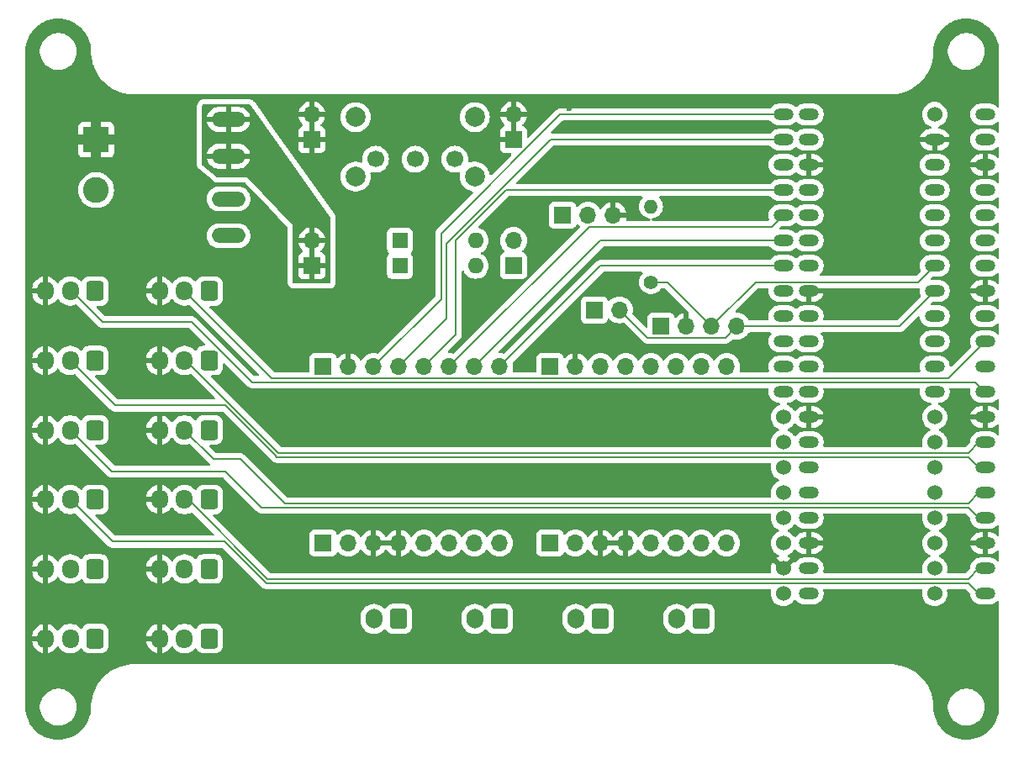
<source format=gbr>
%TF.GenerationSoftware,KiCad,Pcbnew,8.0.8*%
%TF.CreationDate,2025-02-03T20:11:21-03:00*%
%TF.ProjectId,BoxTurtle_DC_motors_RPiPico,426f7854-7572-4746-9c65-5f44435f6d6f,rev?*%
%TF.SameCoordinates,Original*%
%TF.FileFunction,Copper,L4,Bot*%
%TF.FilePolarity,Positive*%
%FSLAX46Y46*%
G04 Gerber Fmt 4.6, Leading zero omitted, Abs format (unit mm)*
G04 Created by KiCad (PCBNEW 8.0.8) date 2025-02-03 20:11:21*
%MOMM*%
%LPD*%
G01*
G04 APERTURE LIST*
G04 Aperture macros list*
%AMRoundRect*
0 Rectangle with rounded corners*
0 $1 Rounding radius*
0 $2 $3 $4 $5 $6 $7 $8 $9 X,Y pos of 4 corners*
0 Add a 4 corners polygon primitive as box body*
4,1,4,$2,$3,$4,$5,$6,$7,$8,$9,$2,$3,0*
0 Add four circle primitives for the rounded corners*
1,1,$1+$1,$2,$3*
1,1,$1+$1,$4,$5*
1,1,$1+$1,$6,$7*
1,1,$1+$1,$8,$9*
0 Add four rect primitives between the rounded corners*
20,1,$1+$1,$2,$3,$4,$5,0*
20,1,$1+$1,$4,$5,$6,$7,0*
20,1,$1+$1,$6,$7,$8,$9,0*
20,1,$1+$1,$8,$9,$2,$3,0*%
G04 Aperture macros list end*
%TA.AperFunction,ComponentPad*%
%ADD10R,1.700000X1.700000*%
%TD*%
%TA.AperFunction,ComponentPad*%
%ADD11O,1.700000X1.700000*%
%TD*%
%TA.AperFunction,ComponentPad*%
%ADD12RoundRect,0.250000X0.600000X0.725000X-0.600000X0.725000X-0.600000X-0.725000X0.600000X-0.725000X0*%
%TD*%
%TA.AperFunction,ComponentPad*%
%ADD13O,1.700000X1.950000*%
%TD*%
%TA.AperFunction,ComponentPad*%
%ADD14C,1.400000*%
%TD*%
%TA.AperFunction,ComponentPad*%
%ADD15O,1.400000X1.400000*%
%TD*%
%TA.AperFunction,ComponentPad*%
%ADD16RoundRect,0.250000X0.600000X0.750000X-0.600000X0.750000X-0.600000X-0.750000X0.600000X-0.750000X0*%
%TD*%
%TA.AperFunction,ComponentPad*%
%ADD17O,1.700000X2.000000*%
%TD*%
%TA.AperFunction,ComponentPad*%
%ADD18R,1.600000X1.600000*%
%TD*%
%TA.AperFunction,ComponentPad*%
%ADD19O,1.600000X1.600000*%
%TD*%
%TA.AperFunction,ComponentPad*%
%ADD20O,2.000000X1.200000*%
%TD*%
%TA.AperFunction,ComponentPad*%
%ADD21O,3.400000X1.500000*%
%TD*%
%TA.AperFunction,ComponentPad*%
%ADD22C,1.524000*%
%TD*%
%TA.AperFunction,ComponentPad*%
%ADD23C,2.000000*%
%TD*%
%TA.AperFunction,ComponentPad*%
%ADD24C,1.700000*%
%TD*%
%TA.AperFunction,ComponentPad*%
%ADD25R,2.600000X2.600000*%
%TD*%
%TA.AperFunction,ComponentPad*%
%ADD26C,2.600000*%
%TD*%
%TA.AperFunction,ViaPad*%
%ADD27C,0.600000*%
%TD*%
%TA.AperFunction,Conductor*%
%ADD28C,0.200000*%
%TD*%
G04 APERTURE END LIST*
D10*
%TO.P,J7,1,Pin_1*%
%TO.N,+3.3V*%
X124460000Y-71120000D03*
D11*
%TO.P,J7,2,Pin_2*%
%TO.N,GND*%
X127000000Y-71120000D03*
%TO.P,J7,3,Pin_3*%
%TO.N,SLP_1*%
X129540000Y-71120000D03*
%TO.P,J7,4,Pin_4*%
%TO.N,DC1_1*%
X132080000Y-71120000D03*
%TO.P,J7,5,Pin_5*%
%TO.N,DC2_1*%
X134620000Y-71120000D03*
%TO.P,J7,6,Pin_6*%
%TO.N,SLP_2*%
X137160000Y-71120000D03*
%TO.P,J7,7,Pin_7*%
%TO.N,DC1_2*%
X139700000Y-71120000D03*
%TO.P,J7,8,Pin_8*%
%TO.N,DC2_2*%
X142240000Y-71120000D03*
%TD*%
D12*
%TO.P,SW7,1,Pin_1*%
%TO.N,+3.3V*%
X113000000Y-63500000D03*
D13*
%TO.P,SW7,2,Pin_2*%
%TO.N,SW7*%
X110500000Y-63500000D03*
%TO.P,SW7,3,Pin_3*%
%TO.N,GND*%
X108000000Y-63500000D03*
%TD*%
D10*
%TO.P,J5,1,Pin_1*%
%TO.N,+5V*%
X148590000Y-55880000D03*
D11*
%TO.P,J5,2,Pin_2*%
%TO.N,+3.3V*%
X151130000Y-55880000D03*
%TO.P,J5,3,Pin_3*%
%TO.N,GND*%
X153670000Y-55880000D03*
%TD*%
D12*
%TO.P,SW2,1,Pin_1*%
%TO.N,+3.3V*%
X101500000Y-70500000D03*
D13*
%TO.P,SW2,2,Pin_2*%
%TO.N,SW2*%
X99000000Y-70500000D03*
%TO.P,SW2,3,Pin_3*%
%TO.N,GND*%
X96500000Y-70500000D03*
%TD*%
D12*
%TO.P,SW8,1,Pin_1*%
%TO.N,+3.3V*%
X113000000Y-70500000D03*
D13*
%TO.P,SW8,2,Pin_2*%
%TO.N,SW8*%
X110500000Y-70500000D03*
%TO.P,SW8,3,Pin_3*%
%TO.N,GND*%
X108000000Y-70500000D03*
%TD*%
D14*
%TO.P,R1,1*%
%TO.N,CAN-RX*%
X157480000Y-62611000D03*
D15*
%TO.P,R1,2*%
%TO.N,Net-(JP1-A)*%
X157480000Y-54991000D03*
%TD*%
D16*
%TO.P,J10,1,Pin_1*%
%TO.N,Net-(J10-Pin_1)*%
X132080000Y-96520000D03*
D17*
%TO.P,J10,2,Pin_2*%
%TO.N,Net-(J10-Pin_2)*%
X129580000Y-96520000D03*
%TD*%
D12*
%TO.P,SW1,1,Pin_1*%
%TO.N,+3.3V*%
X101500000Y-63500000D03*
D13*
%TO.P,SW1,2,Pin_2*%
%TO.N,SW1*%
X99000000Y-63500000D03*
%TO.P,SW1,3,Pin_3*%
%TO.N,GND*%
X96500000Y-63500000D03*
%TD*%
D18*
%TO.P,D1,1,K*%
%TO.N,+5V*%
X132207000Y-58420000D03*
D19*
%TO.P,D1,2,A*%
%TO.N,Net-(D1-A)*%
X139827000Y-58420000D03*
%TD*%
D16*
%TO.P,J11,1,Pin_1*%
%TO.N,Net-(J11-Pin_1)*%
X142240000Y-96520000D03*
D17*
%TO.P,J11,2,Pin_2*%
%TO.N,Net-(J11-Pin_2)*%
X139740000Y-96520000D03*
%TD*%
D10*
%TO.P,J9,1,Pin_1*%
%TO.N,+3.3V*%
X147320000Y-71120000D03*
D11*
%TO.P,J9,2,Pin_2*%
%TO.N,GND*%
X149860000Y-71120000D03*
%TO.P,J9,3,Pin_3*%
%TO.N,SLP_3*%
X152400000Y-71120000D03*
%TO.P,J9,4,Pin_4*%
%TO.N,DC1_3*%
X154940000Y-71120000D03*
%TO.P,J9,5,Pin_5*%
%TO.N,DC2_3*%
X157480000Y-71120000D03*
%TO.P,J9,6,Pin_6*%
%TO.N,SLP_4*%
X160020000Y-71120000D03*
%TO.P,J9,7,Pin_7*%
%TO.N,DC1_4*%
X162560000Y-71120000D03*
%TO.P,J9,8,Pin_8*%
%TO.N,DC2_4*%
X165100000Y-71120000D03*
%TD*%
D12*
%TO.P,SW6,1,Pin_1*%
%TO.N,+3.3V*%
X101500000Y-98500000D03*
D13*
%TO.P,SW6,2,Pin_2*%
%TO.N,SW6*%
X99000000Y-98500000D03*
%TO.P,SW6,3,Pin_3*%
%TO.N,GND*%
X96500000Y-98500000D03*
%TD*%
D10*
%TO.P,J2,1,Pin_1*%
%TO.N,GND*%
X123317000Y-48260000D03*
D11*
%TO.P,J2,2,Pin_2*%
X123317000Y-45720000D03*
%TD*%
D12*
%TO.P,SW4,1,Pin_1*%
%TO.N,+3.3V*%
X101500000Y-84500000D03*
D13*
%TO.P,SW4,2,Pin_2*%
%TO.N,SW4*%
X99000000Y-84500000D03*
%TO.P,SW4,3,Pin_3*%
%TO.N,GND*%
X96500000Y-84500000D03*
%TD*%
D12*
%TO.P,SW5,1,Pin_1*%
%TO.N,+3.3V*%
X101500000Y-91500000D03*
D13*
%TO.P,SW5,2,Pin_2*%
%TO.N,SW5*%
X99000000Y-91500000D03*
%TO.P,SW5,3,Pin_3*%
%TO.N,GND*%
X96500000Y-91500000D03*
%TD*%
D10*
%TO.P,J3,1,Pin_1*%
%TO.N,+5VBUCK*%
X143637000Y-60960000D03*
D11*
%TO.P,J3,2,Pin_2*%
X143637000Y-58420000D03*
%TD*%
D10*
%TO.P,J6,1,Pin_1*%
%TO.N,+5VBUCK*%
X124460000Y-88900000D03*
D11*
%TO.P,J6,2,Pin_2*%
X127000000Y-88900000D03*
%TO.P,J6,3,Pin_3*%
%TO.N,GND*%
X129540000Y-88900000D03*
%TO.P,J6,4,Pin_4*%
X132080000Y-88900000D03*
%TO.P,J6,5,Pin_5*%
%TO.N,Net-(J10-Pin_2)*%
X134620000Y-88900000D03*
%TO.P,J6,6,Pin_6*%
%TO.N,Net-(J10-Pin_1)*%
X137160000Y-88900000D03*
%TO.P,J6,7,Pin_7*%
%TO.N,Net-(J11-Pin_2)*%
X139700000Y-88900000D03*
%TO.P,J6,8,Pin_8*%
%TO.N,Net-(J11-Pin_1)*%
X142240000Y-88900000D03*
%TD*%
D18*
%TO.P,D2,1,K*%
%TO.N,+5V*%
X132207000Y-60960000D03*
D19*
%TO.P,D2,2,A*%
%TO.N,+5VBUCK*%
X139827000Y-60960000D03*
%TD*%
D10*
%TO.P,JP1,1,A*%
%TO.N,Net-(JP1-A)*%
X151765000Y-65405000D03*
D11*
%TO.P,JP1,2,B*%
%TO.N,CAN-TX*%
X154305000Y-65405000D03*
%TD*%
D10*
%TO.P,J8,1,Pin_1*%
%TO.N,+5VBUCK*%
X147320000Y-88900000D03*
D11*
%TO.P,J8,2,Pin_2*%
X149860000Y-88900000D03*
%TO.P,J8,3,Pin_3*%
%TO.N,GND*%
X152400000Y-88900000D03*
%TO.P,J8,4,Pin_4*%
X154940000Y-88900000D03*
%TO.P,J8,5,Pin_5*%
%TO.N,Net-(J12-Pin_2)*%
X157480000Y-88900000D03*
%TO.P,J8,6,Pin_6*%
%TO.N,Net-(J12-Pin_1)*%
X160020000Y-88900000D03*
%TO.P,J8,7,Pin_7*%
%TO.N,Net-(J13-Pin_2)*%
X162560000Y-88900000D03*
%TO.P,J8,8,Pin_8*%
%TO.N,Net-(J13-Pin_1)*%
X165100000Y-88900000D03*
%TD*%
D20*
%TO.P,U1,1,GPIO0*%
%TO.N,SLP_1*%
X173355000Y-45720000D03*
%TO.P,U1,2,GPIO1*%
%TO.N,DC1_1*%
X173355000Y-48260000D03*
%TO.P,U1,3,GND*%
%TO.N,GND*%
X173355000Y-50800000D03*
%TO.P,U1,4,GPIO2*%
%TO.N,DC2_1*%
X173355000Y-53340000D03*
%TO.P,U1,5,GPIO3*%
%TO.N,SLP_2*%
X173355000Y-55880000D03*
%TO.P,U1,6,GPIO4*%
%TO.N,DC1_2*%
X173355000Y-58420000D03*
%TO.P,U1,7,GPIO5*%
%TO.N,DC2_2*%
X173355000Y-60960000D03*
%TO.P,U1,8,GND*%
%TO.N,GND*%
X173355000Y-63500000D03*
%TO.P,U1,9,GPIO6*%
%TO.N,DC2_4*%
X173355000Y-66040000D03*
%TO.P,U1,10,GPIO7*%
%TO.N,DC1_4*%
X173355000Y-68580000D03*
%TO.P,U1,11,GPIO8*%
%TO.N,SLP_4*%
X173355000Y-71120000D03*
%TO.P,U1,12,GPIO9*%
%TO.N,DC2_3*%
X173355000Y-73660000D03*
%TO.P,U1,13,GND*%
%TO.N,GND*%
X173355000Y-76200000D03*
%TO.P,U1,14,GPIO10*%
%TO.N,DC1_3*%
X173355000Y-78740000D03*
%TO.P,U1,15,GPIO11*%
%TO.N,SLP_3*%
X173355000Y-81280000D03*
%TO.P,U1,16,GPIO12*%
%TO.N,SW11*%
X173355000Y-83820000D03*
%TO.P,U1,17,GPIO13*%
%TO.N,SW5*%
X173355000Y-86360000D03*
%TO.P,U1,18,GND*%
%TO.N,GND*%
X173355000Y-88900000D03*
%TO.P,U1,19,GPIO14*%
%TO.N,SW12*%
X173355000Y-91440000D03*
%TO.P,U1,20,GPIO15*%
%TO.N,SW6*%
X173355000Y-93980000D03*
%TO.P,U1,21,GPIO16*%
%TO.N,SW4*%
X191135000Y-93980000D03*
%TO.P,U1,22,GPIO17*%
%TO.N,SW10*%
X191135000Y-91440000D03*
%TO.P,U1,23,GND*%
%TO.N,GND*%
X191135000Y-88900000D03*
%TO.P,U1,24,GPIO18*%
%TO.N,SW3*%
X191135000Y-86360000D03*
%TO.P,U1,25,GPIO19*%
%TO.N,SW9*%
X191135000Y-83820000D03*
%TO.P,U1,26,GPIO20*%
%TO.N,SW2*%
X191135000Y-81280000D03*
%TO.P,U1,27,GPIO21*%
%TO.N,SW8*%
X191135000Y-78740000D03*
%TO.P,U1,28,GND*%
%TO.N,GND*%
X191135000Y-76200000D03*
%TO.P,U1,29,GPIO22*%
%TO.N,SW1*%
X191135000Y-73660000D03*
%TO.P,U1,30,RUN*%
%TO.N,unconnected-(U1-RUN-Pad30)*%
X191135000Y-71120000D03*
%TO.P,U1,31,GPIO26_ADC0*%
%TO.N,SW7*%
X191135000Y-68580000D03*
%TO.P,U1,32,GPIO27_ADC1*%
%TO.N,CAN-TX*%
X191135000Y-66040000D03*
%TO.P,U1,33,AGND*%
%TO.N,GND*%
X191135000Y-63500000D03*
%TO.P,U1,34,GPIO28_ADC2*%
%TO.N,CAN-RX*%
X191135000Y-60960000D03*
%TO.P,U1,35,ADC_VREF*%
%TO.N,unconnected-(U1-ADC_VREF-Pad35)*%
X191135000Y-58420000D03*
%TO.P,U1,36,3V3*%
%TO.N,unconnected-(U1-3V3-Pad36)*%
X191135000Y-55880000D03*
%TO.P,U1,37,3V3_EN*%
%TO.N,unconnected-(U1-3V3_EN-Pad37)*%
X191135000Y-53340000D03*
%TO.P,U1,38,GND*%
%TO.N,GND*%
X191135000Y-50800000D03*
%TO.P,U1,39,VSYS*%
%TO.N,+3.3V*%
X191135000Y-48260000D03*
%TO.P,U1,40,VBUS*%
%TO.N,VBUS*%
X191135000Y-45720000D03*
%TD*%
D12*
%TO.P,SW11,1,Pin_1*%
%TO.N,+3.3V*%
X113000000Y-91500000D03*
D13*
%TO.P,SW11,2,Pin_2*%
%TO.N,SW11*%
X110500000Y-91500000D03*
%TO.P,SW11,3,Pin_3*%
%TO.N,GND*%
X108000000Y-91500000D03*
%TD*%
D16*
%TO.P,J13,1,Pin_1*%
%TO.N,Net-(J13-Pin_1)*%
X162560000Y-96520000D03*
D17*
%TO.P,J13,2,Pin_2*%
%TO.N,Net-(J13-Pin_2)*%
X160060000Y-96520000D03*
%TD*%
D21*
%TO.P,F1,1*%
%TO.N,VCC*%
X114935000Y-46220000D03*
X114935000Y-49920000D03*
%TO.P,F1,2*%
%TO.N,VCCQ*%
X114935000Y-54220000D03*
X114935000Y-57920000D03*
%TD*%
D16*
%TO.P,J12,1,Pin_1*%
%TO.N,Net-(J12-Pin_1)*%
X152400000Y-96520000D03*
D17*
%TO.P,J12,2,Pin_2*%
%TO.N,Net-(J12-Pin_2)*%
X149900000Y-96520000D03*
%TD*%
D12*
%TO.P,SW10,1,Pin_1*%
%TO.N,+3.3V*%
X113000000Y-84500000D03*
D13*
%TO.P,SW10,2,Pin_2*%
%TO.N,SW10*%
X110500000Y-84500000D03*
%TO.P,SW10,3,Pin_3*%
%TO.N,GND*%
X108000000Y-84500000D03*
%TD*%
D20*
%TO.P,U2,1,PB12*%
%TO.N,SLP_1*%
X170815000Y-45720000D03*
%TO.P,U2,2,PB13*%
%TO.N,DC1_1*%
X170815000Y-48260000D03*
%TO.P,U2,3,PB14*%
%TO.N,unconnected-(U2-PB14-Pad3)*%
X170815000Y-50800000D03*
%TO.P,U2,4,PB15*%
%TO.N,DC2_1*%
X170815000Y-53340000D03*
%TO.P,U2,5,PA8*%
%TO.N,SLP_2*%
X170815000Y-55880000D03*
%TO.P,U2,6,PA9*%
%TO.N,DC1_2*%
X170815000Y-58420000D03*
%TO.P,U2,7,PA10*%
%TO.N,DC2_2*%
X170815000Y-60960000D03*
%TO.P,U2,8,PA11*%
%TO.N,unconnected-(U2-PA11-Pad8)*%
X170815000Y-63500000D03*
%TO.P,U2,9,PA12*%
%TO.N,unconnected-(U2-PA12-Pad9)*%
X170815000Y-66040000D03*
%TO.P,U2,10,PA15*%
%TO.N,DC2_4*%
X170815000Y-68580000D03*
%TO.P,U2,11,PB3*%
%TO.N,DC1_4*%
X170815000Y-71120000D03*
%TO.P,U2,12,PB4*%
%TO.N,SLP_4*%
X170815000Y-73660000D03*
D22*
%TO.P,U2,13,PB5*%
%TO.N,DC2_3*%
X170815000Y-76200000D03*
%TO.P,U2,14,PB6*%
%TO.N,DC1_3*%
X170815000Y-78740000D03*
%TO.P,U2,15,PB7*%
%TO.N,SLP_3*%
X170815000Y-81280000D03*
%TO.P,U2,16,PB8*%
%TO.N,SW11*%
X170815000Y-83820000D03*
%TO.P,U2,17,PB9*%
%TO.N,SW5*%
X170815000Y-86360000D03*
%TO.P,U2,18,5V*%
%TO.N,VBUS*%
X170815000Y-88900000D03*
%TO.P,U2,19,GND*%
%TO.N,GND*%
X170815000Y-91440000D03*
%TO.P,U2,20,3.3V*%
%TO.N,+3.3V*%
X170815000Y-93980000D03*
%TO.P,U2,21,VBAT*%
%TO.N,unconnected-(U2-VBAT-Pad21)*%
X186055000Y-93980000D03*
%TO.P,U2,22,PC13*%
%TO.N,SW6*%
X186055000Y-91440000D03*
%TO.P,U2,23,PC14*%
%TO.N,SW12*%
X186055000Y-88900000D03*
%TO.P,U2,24,PC15*%
%TO.N,SW4*%
X186055000Y-86360000D03*
%TO.P,U2,25,nRST*%
%TO.N,unconnected-(U2-nRST-Pad25)*%
X186055000Y-83820000D03*
%TO.P,U2,26,PA0*%
%TO.N,SW10*%
X186055000Y-81280000D03*
%TO.P,U2,27,PA1*%
%TO.N,SW3*%
X186055000Y-78740000D03*
%TO.P,U2,28,PA2*%
%TO.N,SW9*%
X186055000Y-76200000D03*
D20*
%TO.P,U2,29,PA3*%
%TO.N,SW2*%
X186055000Y-73660000D03*
%TO.P,U2,30,PA4*%
%TO.N,SW8*%
X186055000Y-71120000D03*
%TO.P,U2,31,PA5*%
%TO.N,SW1*%
X186055000Y-68580000D03*
%TO.P,U2,32,PA6*%
%TO.N,SW7*%
X186055000Y-66040000D03*
%TO.P,U2,33,PA7*%
%TO.N,CAN-TX*%
X186055000Y-63500000D03*
%TO.P,U2,34,PB0*%
%TO.N,CAN-RX*%
X186055000Y-60960000D03*
%TO.P,U2,35,PB1*%
%TO.N,unconnected-(U2-PB1-Pad35)*%
X186055000Y-58420000D03*
%TO.P,U2,36,PB2*%
%TO.N,unconnected-(U2-PB2-Pad36)*%
X186055000Y-55880000D03*
%TO.P,U2,37,PB10*%
%TO.N,unconnected-(U2-PB10-Pad37)*%
X186055000Y-53340000D03*
%TO.P,U2,38,3.3V*%
%TO.N,+3.3V*%
X186055000Y-50800000D03*
%TO.P,U2,39,GND*%
%TO.N,GND*%
X186055000Y-48260000D03*
D22*
%TO.P,U2,40,5V*%
%TO.N,VBUS*%
X186055000Y-45720000D03*
%TD*%
D10*
%TO.P,J1,1,Pin_1*%
%TO.N,VCC*%
X123317000Y-60960000D03*
D11*
%TO.P,J1,2,Pin_2*%
X123317000Y-58420000D03*
%TD*%
D12*
%TO.P,SW9,1,Pin_1*%
%TO.N,+3.3V*%
X113000000Y-77500000D03*
D13*
%TO.P,SW9,2,Pin_2*%
%TO.N,SW9*%
X110500000Y-77500000D03*
%TO.P,SW9,3,Pin_3*%
%TO.N,GND*%
X108000000Y-77500000D03*
%TD*%
D12*
%TO.P,SW12,1,Pin_1*%
%TO.N,+3.3V*%
X113000000Y-98500000D03*
D13*
%TO.P,SW12,2,Pin_2*%
%TO.N,SW12*%
X110500000Y-98500000D03*
%TO.P,SW12,3,Pin_3*%
%TO.N,GND*%
X108000000Y-98500000D03*
%TD*%
D12*
%TO.P,SW3,1,Pin_1*%
%TO.N,+3.3V*%
X101500000Y-77500000D03*
D13*
%TO.P,SW3,2,Pin_2*%
%TO.N,SW3*%
X99000000Y-77500000D03*
%TO.P,SW3,3,Pin_3*%
%TO.N,GND*%
X96500000Y-77500000D03*
%TD*%
D10*
%TO.P,J4,1,Pin_1*%
%TO.N,GND*%
X143637000Y-48260000D03*
D11*
%TO.P,J4,2,Pin_2*%
X143637000Y-45720000D03*
%TD*%
D23*
%TO.P,SW13,*%
%TO.N,*%
X139737000Y-51980000D03*
X139737000Y-45980000D03*
X127737000Y-51980000D03*
X127737000Y-45980000D03*
D24*
%TO.P,SW13,1,A*%
%TO.N,unconnected-(SW13-A-Pad1)*%
X137737000Y-50230000D03*
%TO.P,SW13,2,B*%
%TO.N,Net-(D1-A)*%
X133737000Y-50230000D03*
%TO.P,SW13,3,C*%
%TO.N,VBUS*%
X129737000Y-50230000D03*
%TD*%
D10*
%TO.P,J15,1,Pin_1*%
%TO.N,+3.3V*%
X158496000Y-67056000D03*
D11*
%TO.P,J15,2,Pin_2*%
%TO.N,GND*%
X161036000Y-67056000D03*
%TO.P,J15,3,Pin_3*%
%TO.N,CAN-RX*%
X163576000Y-67056000D03*
%TO.P,J15,4,Pin_4*%
%TO.N,CAN-TX*%
X166116000Y-67056000D03*
%TD*%
D25*
%TO.P,J14,1,Pin_1*%
%TO.N,GND*%
X101600000Y-48260000D03*
D26*
%TO.P,J14,2,Pin_2*%
%TO.N,VCCQ*%
X101600000Y-53340000D03*
%TD*%
D27*
%TO.N,GND*%
X156845000Y-95885000D03*
X151765000Y-50165000D03*
X161925000Y-83185000D03*
X118745000Y-88265000D03*
X136525000Y-95885000D03*
X98425000Y-80645000D03*
X161925000Y-75565000D03*
X108585000Y-50165000D03*
X100965000Y-42545000D03*
X179705000Y-98425000D03*
X95885000Y-100965000D03*
X95885000Y-42545000D03*
X159385000Y-83185000D03*
X98425000Y-67945000D03*
X164465000Y-83185000D03*
X167005000Y-75565000D03*
X154305000Y-75565000D03*
X98425000Y-93345000D03*
X136525000Y-98425000D03*
X154305000Y-98425000D03*
X106045000Y-50165000D03*
X121285000Y-75565000D03*
X133985000Y-98425000D03*
X182245000Y-98425000D03*
X149225000Y-98425000D03*
X98425000Y-57785000D03*
X95885000Y-52705000D03*
X98425000Y-50165000D03*
X95885000Y-55245000D03*
X156845000Y-98425000D03*
X189865000Y-100965000D03*
X161925000Y-98425000D03*
X98425000Y-60325000D03*
X95885000Y-88265000D03*
X98425000Y-73025000D03*
X144145000Y-98425000D03*
X95885000Y-80645000D03*
X95885000Y-50165000D03*
X151765000Y-98425000D03*
X95885000Y-57785000D03*
X95885000Y-75565000D03*
X149225000Y-45085000D03*
X95885000Y-95885000D03*
X154305000Y-83185000D03*
X189865000Y-42545000D03*
X106045000Y-47625000D03*
X187325000Y-98425000D03*
X167005000Y-83185000D03*
X95885000Y-65405000D03*
X141605000Y-98425000D03*
X108585000Y-47625000D03*
X156845000Y-83185000D03*
X98425000Y-88265000D03*
X131445000Y-98425000D03*
X118745000Y-98425000D03*
X128905000Y-98425000D03*
X98425000Y-100965000D03*
X108585000Y-45085000D03*
X146685000Y-95885000D03*
X164465000Y-75565000D03*
X159385000Y-98425000D03*
X174625000Y-95885000D03*
X144145000Y-95885000D03*
X184785000Y-95885000D03*
X187325000Y-100965000D03*
X100965000Y-57785000D03*
X139065000Y-98425000D03*
X121285000Y-88265000D03*
X126365000Y-95885000D03*
X121285000Y-90805000D03*
X179705000Y-95885000D03*
X95885000Y-47625000D03*
X95885000Y-60325000D03*
X106045000Y-45085000D03*
X189865000Y-95885000D03*
X98425000Y-47625000D03*
X172085000Y-98425000D03*
X189865000Y-98425000D03*
X123825000Y-98425000D03*
X123825000Y-95885000D03*
X118745000Y-95885000D03*
X149098000Y-47244000D03*
X95885000Y-73025000D03*
X187325000Y-95885000D03*
X95885000Y-93345000D03*
X121285000Y-95885000D03*
X98425000Y-65405000D03*
X103505000Y-45085000D03*
X111125000Y-45085000D03*
X111125000Y-47625000D03*
X184785000Y-100965000D03*
X154305000Y-78105000D03*
X95885000Y-67945000D03*
X121285000Y-98425000D03*
X98425000Y-42545000D03*
X95885000Y-45085000D03*
X121285000Y-83185000D03*
X98425000Y-75565000D03*
X177165000Y-98425000D03*
X184785000Y-98425000D03*
X182245000Y-95885000D03*
X111125000Y-50165000D03*
X100965000Y-45085000D03*
X187325000Y-42545000D03*
X174625000Y-98425000D03*
X177165000Y-95885000D03*
X121285000Y-78105000D03*
X98425000Y-45085000D03*
X146685000Y-98425000D03*
X126365000Y-98425000D03*
X146685000Y-45085000D03*
X98425000Y-95885000D03*
X156845000Y-78105000D03*
%TD*%
D28*
%TO.N,DC1_1*%
X136894206Y-58743480D02*
X147377686Y-48260000D01*
X132080000Y-71120000D02*
X136894206Y-66305794D01*
X147377686Y-48260000D02*
X170815000Y-48260000D01*
X136894206Y-66305794D02*
X136894206Y-58743480D01*
%TO.N,DC2_1*%
X137821892Y-67918108D02*
X137821892Y-58381479D01*
X134620000Y-71120000D02*
X137821892Y-67918108D01*
X137821892Y-58381479D02*
X142863372Y-53340000D01*
X142863372Y-53340000D02*
X170815000Y-53340000D01*
%TO.N,SLP_1*%
X136347200Y-57708800D02*
X148336000Y-45720000D01*
X129540000Y-71120000D02*
X136347200Y-64312800D01*
X148336000Y-45720000D02*
X170815000Y-45720000D01*
X136347200Y-64312800D02*
X136347200Y-57708800D01*
%TO.N,DC2_2*%
X152400000Y-60960000D02*
X142240000Y-71120000D01*
X170815000Y-60960000D02*
X152400000Y-60960000D01*
%TO.N,SLP_2*%
X151250000Y-57030000D02*
X169665000Y-57030000D01*
X169665000Y-57030000D02*
X170815000Y-55880000D01*
X137160000Y-71120000D02*
X151250000Y-57030000D01*
%TO.N,DC1_2*%
X170815000Y-58420000D02*
X152400000Y-58420000D01*
X152400000Y-58420000D02*
X139700000Y-71120000D01*
%TO.N,SW1*%
X99125000Y-63500000D02*
X102254800Y-66629800D01*
X102254800Y-66629800D02*
X111239544Y-66629800D01*
X117329344Y-72670000D02*
X190145000Y-72670000D01*
X117304544Y-72694800D02*
X117329344Y-72670000D01*
X99000000Y-63500000D02*
X99125000Y-63500000D01*
X190145000Y-72670000D02*
X191135000Y-73660000D01*
X111239544Y-66629800D02*
X117304544Y-72694800D01*
%TO.N,SW2*%
X103531600Y-75031600D02*
X99000000Y-70500000D01*
X190500000Y-81280000D02*
X189438000Y-80218000D01*
X114630200Y-75031600D02*
X103531600Y-75031600D01*
X189438000Y-80218000D02*
X119816600Y-80218000D01*
X119621300Y-80022700D02*
X114630200Y-75031600D01*
X119816600Y-80218000D02*
X119621300Y-80022700D01*
%TO.N,SW3*%
X118267200Y-85298000D02*
X118021100Y-85051900D01*
X190500000Y-86360000D02*
X189438000Y-85298000D01*
X189438000Y-85298000D02*
X118267200Y-85298000D01*
X103186400Y-81686400D02*
X99000000Y-77500000D01*
X114655600Y-81686400D02*
X103186400Y-81686400D01*
X118021100Y-85051900D02*
X114655600Y-81686400D01*
%TO.N,SW4*%
X114554000Y-88747600D02*
X103247600Y-88747600D01*
X103247600Y-88747600D02*
X99000000Y-84500000D01*
X190500000Y-93980000D02*
X189438000Y-92918000D01*
X118724400Y-92918000D02*
X114554000Y-88747600D01*
X189438000Y-92918000D02*
X118724400Y-92918000D01*
%TO.N,SW7*%
X119270000Y-72270000D02*
X187445000Y-72270000D01*
X119270000Y-72270000D02*
X110500000Y-63500000D01*
X187445000Y-72270000D02*
X191135000Y-68580000D01*
%TO.N,SW8*%
X110664286Y-70500000D02*
X110500000Y-70500000D01*
X119966286Y-79802000D02*
X110664286Y-70500000D01*
X190500000Y-78740000D02*
X189438000Y-79802000D01*
X189438000Y-79802000D02*
X119966286Y-79802000D01*
%TO.N,SW9*%
X113436400Y-80436400D02*
X110500000Y-77500000D01*
X120594400Y-84882000D02*
X116148800Y-80436400D01*
X190500000Y-83820000D02*
X189438000Y-84882000D01*
X189438000Y-84882000D02*
X120594400Y-84882000D01*
X116148800Y-80436400D02*
X113436400Y-80436400D01*
%TO.N,SW10*%
X118874086Y-92502000D02*
X110872086Y-84500000D01*
X190500000Y-91440000D02*
X189438000Y-92502000D01*
X110872086Y-84500000D02*
X110500000Y-84500000D01*
X189438000Y-92502000D02*
X118874086Y-92502000D01*
%TO.N,CAN-TX*%
X166116000Y-67056000D02*
X164966000Y-68206000D01*
X157106000Y-68206000D02*
X154305000Y-65405000D01*
X164966000Y-68206000D02*
X157106000Y-68206000D01*
X182499000Y-67056000D02*
X166116000Y-67056000D01*
X186055000Y-63500000D02*
X182499000Y-67056000D01*
%TO.N,CAN-RX*%
X163576000Y-67056000D02*
X168032000Y-62600000D01*
X168032000Y-62600000D02*
X184415000Y-62600000D01*
X184415000Y-62600000D02*
X186055000Y-60960000D01*
X159131000Y-62611000D02*
X157480000Y-62611000D01*
X163576000Y-67056000D02*
X159131000Y-62611000D01*
%TD*%
%TA.AperFunction,Conductor*%
%TO.N,GND*%
G36*
X131614075Y-88707007D02*
G01*
X131580000Y-88834174D01*
X131580000Y-88965826D01*
X131614075Y-89092993D01*
X131646988Y-89150000D01*
X129973012Y-89150000D01*
X130005925Y-89092993D01*
X130040000Y-88965826D01*
X130040000Y-88834174D01*
X130005925Y-88707007D01*
X129973012Y-88650000D01*
X131646988Y-88650000D01*
X131614075Y-88707007D01*
G37*
%TD.AperFunction*%
%TA.AperFunction,Conductor*%
G36*
X154474075Y-88707007D02*
G01*
X154440000Y-88834174D01*
X154440000Y-88965826D01*
X154474075Y-89092993D01*
X154506988Y-89150000D01*
X152833012Y-89150000D01*
X152865925Y-89092993D01*
X152900000Y-88965826D01*
X152900000Y-88834174D01*
X152865925Y-88707007D01*
X152833012Y-88650000D01*
X154506988Y-88650000D01*
X154474075Y-88707007D01*
G37*
%TD.AperFunction*%
%TA.AperFunction,Conductor*%
G36*
X123567000Y-47826988D02*
G01*
X123509993Y-47794075D01*
X123382826Y-47760000D01*
X123251174Y-47760000D01*
X123124007Y-47794075D01*
X123067000Y-47826988D01*
X123067000Y-46153012D01*
X123124007Y-46185925D01*
X123251174Y-46220000D01*
X123382826Y-46220000D01*
X123509993Y-46185925D01*
X123567000Y-46153012D01*
X123567000Y-47826988D01*
G37*
%TD.AperFunction*%
%TA.AperFunction,Conductor*%
G36*
X98129450Y-36078290D02*
G01*
X98142358Y-36079647D01*
X98471677Y-36131806D01*
X98484342Y-36134497D01*
X98806422Y-36220798D01*
X98818749Y-36224803D01*
X99130038Y-36344296D01*
X99141873Y-36349565D01*
X99438976Y-36500947D01*
X99450191Y-36507423D01*
X99729832Y-36689023D01*
X99740313Y-36696638D01*
X99999441Y-36906475D01*
X100009086Y-36915160D01*
X100244839Y-37150913D01*
X100253524Y-37160558D01*
X100463359Y-37419683D01*
X100470978Y-37430171D01*
X100652573Y-37709802D01*
X100659055Y-37721029D01*
X100788834Y-37975733D01*
X100810429Y-38018115D01*
X100815708Y-38029972D01*
X100935193Y-38341241D01*
X100939204Y-38353586D01*
X101025498Y-38675642D01*
X101028196Y-38688337D01*
X101080352Y-39017641D01*
X101081709Y-39030549D01*
X101099330Y-39366756D01*
X101099500Y-39373246D01*
X101099500Y-39569283D01*
X101136274Y-39966150D01*
X101136274Y-39966151D01*
X101209515Y-40357952D01*
X101276319Y-40592743D01*
X101318588Y-40741303D01*
X101462569Y-41112961D01*
X101640229Y-41469749D01*
X101850050Y-41808622D01*
X101850051Y-41808623D01*
X102030398Y-42047442D01*
X102090244Y-42126690D01*
X102358761Y-42421239D01*
X102653310Y-42689756D01*
X102971378Y-42929950D01*
X103310251Y-43139771D01*
X103667039Y-43317431D01*
X104038697Y-43461412D01*
X104422047Y-43570483D01*
X104422047Y-43570484D01*
X104422049Y-43570484D01*
X104422055Y-43570486D01*
X104813841Y-43643724D01*
X104813846Y-43643724D01*
X104813849Y-43643725D01*
X105005143Y-43661450D01*
X105210714Y-43680500D01*
X105210717Y-43680500D01*
X181809283Y-43680500D01*
X181809286Y-43680500D01*
X182057758Y-43657475D01*
X182206150Y-43643725D01*
X182206151Y-43643725D01*
X182206153Y-43643724D01*
X182206159Y-43643724D01*
X182597945Y-43570486D01*
X182981303Y-43461412D01*
X183352961Y-43317431D01*
X183709749Y-43139771D01*
X184048622Y-42929950D01*
X184366690Y-42689756D01*
X184661239Y-42421239D01*
X184929756Y-42126690D01*
X185169950Y-41808622D01*
X185379771Y-41469749D01*
X185557431Y-41112961D01*
X185701412Y-40741303D01*
X185810486Y-40357945D01*
X185883724Y-39966159D01*
X185883730Y-39966100D01*
X185920500Y-39569283D01*
X185920500Y-39373246D01*
X185920670Y-39366756D01*
X185923953Y-39304108D01*
X185926856Y-39248711D01*
X187379500Y-39248711D01*
X187379500Y-39491288D01*
X187411161Y-39731785D01*
X187473947Y-39966104D01*
X187566773Y-40190205D01*
X187566776Y-40190212D01*
X187688064Y-40400289D01*
X187688066Y-40400292D01*
X187688067Y-40400293D01*
X187835733Y-40592736D01*
X187835739Y-40592743D01*
X188007256Y-40764260D01*
X188007262Y-40764265D01*
X188199711Y-40911936D01*
X188409788Y-41033224D01*
X188633900Y-41126054D01*
X188868211Y-41188838D01*
X189048586Y-41212584D01*
X189108711Y-41220500D01*
X189108712Y-41220500D01*
X189351289Y-41220500D01*
X189399388Y-41214167D01*
X189591789Y-41188838D01*
X189826100Y-41126054D01*
X190050212Y-41033224D01*
X190260289Y-40911936D01*
X190452738Y-40764265D01*
X190624265Y-40592738D01*
X190771936Y-40400289D01*
X190893224Y-40190212D01*
X190986054Y-39966100D01*
X191048838Y-39731789D01*
X191080500Y-39491288D01*
X191080500Y-39248712D01*
X191048838Y-39008211D01*
X190986054Y-38773900D01*
X190893224Y-38549788D01*
X190771936Y-38339711D01*
X190624265Y-38147262D01*
X190624260Y-38147256D01*
X190452743Y-37975739D01*
X190452736Y-37975733D01*
X190260293Y-37828067D01*
X190260292Y-37828066D01*
X190260289Y-37828064D01*
X190074909Y-37721035D01*
X190050214Y-37706777D01*
X190050205Y-37706773D01*
X189826104Y-37613947D01*
X189591785Y-37551161D01*
X189351289Y-37519500D01*
X189351288Y-37519500D01*
X189108712Y-37519500D01*
X189108711Y-37519500D01*
X188868214Y-37551161D01*
X188633895Y-37613947D01*
X188409794Y-37706773D01*
X188409785Y-37706777D01*
X188199706Y-37828067D01*
X188007263Y-37975733D01*
X188007256Y-37975739D01*
X187835739Y-38147256D01*
X187835733Y-38147263D01*
X187688067Y-38339706D01*
X187566777Y-38549785D01*
X187566773Y-38549794D01*
X187473947Y-38773895D01*
X187411161Y-39008214D01*
X187379500Y-39248711D01*
X185926856Y-39248711D01*
X185938290Y-39030547D01*
X185939647Y-39017641D01*
X185941141Y-39008211D01*
X185991806Y-38688318D01*
X185994496Y-38675661D01*
X186080799Y-38353571D01*
X186084801Y-38341256D01*
X186204298Y-38029954D01*
X186209561Y-38018133D01*
X186360951Y-37721014D01*
X186367417Y-37709816D01*
X186549029Y-37430158D01*
X186556631Y-37419695D01*
X186766483Y-37160548D01*
X186775150Y-37150923D01*
X187010923Y-36915150D01*
X187020548Y-36906483D01*
X187279695Y-36696631D01*
X187290158Y-36689029D01*
X187569816Y-36507417D01*
X187581014Y-36500951D01*
X187878133Y-36349561D01*
X187889954Y-36344298D01*
X188201256Y-36224801D01*
X188213571Y-36220799D01*
X188535661Y-36134496D01*
X188548318Y-36131806D01*
X188877643Y-36079646D01*
X188890547Y-36078290D01*
X189223512Y-36060840D01*
X189236488Y-36060840D01*
X189569450Y-36078290D01*
X189582358Y-36079647D01*
X189911677Y-36131806D01*
X189924342Y-36134497D01*
X190246422Y-36220798D01*
X190258749Y-36224803D01*
X190570038Y-36344296D01*
X190581873Y-36349565D01*
X190878976Y-36500947D01*
X190890191Y-36507423D01*
X191169832Y-36689023D01*
X191180313Y-36696638D01*
X191439441Y-36906475D01*
X191449086Y-36915160D01*
X191684839Y-37150913D01*
X191693524Y-37160558D01*
X191903359Y-37419683D01*
X191910978Y-37430171D01*
X192092573Y-37709802D01*
X192099055Y-37721029D01*
X192228834Y-37975733D01*
X192250429Y-38018115D01*
X192255708Y-38029972D01*
X192375193Y-38341241D01*
X192379204Y-38353586D01*
X192465498Y-38675642D01*
X192468196Y-38688337D01*
X192520352Y-39017641D01*
X192521709Y-39030549D01*
X192539330Y-39366756D01*
X192539500Y-39373246D01*
X192539500Y-44868796D01*
X192519815Y-44935835D01*
X192467011Y-44981590D01*
X192397853Y-44991534D01*
X192334297Y-44962509D01*
X192327819Y-44956477D01*
X192251930Y-44880588D01*
X192251928Y-44880586D01*
X192111788Y-44778768D01*
X191957445Y-44700127D01*
X191792701Y-44646598D01*
X191792699Y-44646597D01*
X191792698Y-44646597D01*
X191640350Y-44622468D01*
X191621611Y-44619500D01*
X190648389Y-44619500D01*
X190629650Y-44622468D01*
X190477302Y-44646597D01*
X190312552Y-44700128D01*
X190158211Y-44778768D01*
X190090450Y-44828000D01*
X190018072Y-44880586D01*
X190018070Y-44880588D01*
X190018069Y-44880588D01*
X189895588Y-45003069D01*
X189895588Y-45003070D01*
X189895586Y-45003072D01*
X189865001Y-45045169D01*
X189793768Y-45143211D01*
X189715128Y-45297552D01*
X189661597Y-45462302D01*
X189634500Y-45633389D01*
X189634500Y-45806610D01*
X189655637Y-45940068D01*
X189661598Y-45977701D01*
X189715127Y-46142445D01*
X189793768Y-46296788D01*
X189895586Y-46436928D01*
X190018072Y-46559414D01*
X190158212Y-46661232D01*
X190312555Y-46739873D01*
X190477299Y-46793402D01*
X190648389Y-46820500D01*
X190648390Y-46820500D01*
X191621610Y-46820500D01*
X191621611Y-46820500D01*
X191792701Y-46793402D01*
X191957445Y-46739873D01*
X192111788Y-46661232D01*
X192251928Y-46559414D01*
X192327819Y-46483523D01*
X192389142Y-46450038D01*
X192458834Y-46455022D01*
X192514767Y-46496894D01*
X192539184Y-46562358D01*
X192539500Y-46571204D01*
X192539500Y-47408796D01*
X192519815Y-47475835D01*
X192467011Y-47521590D01*
X192397853Y-47531534D01*
X192334297Y-47502509D01*
X192327819Y-47496477D01*
X192251930Y-47420588D01*
X192251928Y-47420586D01*
X192111788Y-47318768D01*
X191957445Y-47240127D01*
X191792701Y-47186598D01*
X191792699Y-47186597D01*
X191792698Y-47186597D01*
X191661271Y-47165781D01*
X191621611Y-47159500D01*
X190648389Y-47159500D01*
X190608728Y-47165781D01*
X190477302Y-47186597D01*
X190312552Y-47240128D01*
X190158211Y-47318768D01*
X190078256Y-47376859D01*
X190018072Y-47420586D01*
X190018070Y-47420588D01*
X190018069Y-47420588D01*
X189895588Y-47543069D01*
X189895588Y-47543070D01*
X189895586Y-47543072D01*
X189895350Y-47543397D01*
X189793768Y-47683211D01*
X189715128Y-47837552D01*
X189661597Y-48002302D01*
X189634500Y-48173389D01*
X189634500Y-48346610D01*
X189657834Y-48493940D01*
X189661598Y-48517701D01*
X189715127Y-48682445D01*
X189793768Y-48836788D01*
X189895586Y-48976928D01*
X190018072Y-49099414D01*
X190158212Y-49201232D01*
X190312555Y-49279873D01*
X190477299Y-49333402D01*
X190648389Y-49360500D01*
X190648390Y-49360500D01*
X191621610Y-49360500D01*
X191621611Y-49360500D01*
X191792701Y-49333402D01*
X191957445Y-49279873D01*
X192111788Y-49201232D01*
X192251928Y-49099414D01*
X192327819Y-49023523D01*
X192389142Y-48990038D01*
X192458834Y-48995022D01*
X192514767Y-49036894D01*
X192539184Y-49102358D01*
X192539500Y-49111204D01*
X192539500Y-49949503D01*
X192519815Y-50016542D01*
X192467011Y-50062297D01*
X192397853Y-50072241D01*
X192334297Y-50043216D01*
X192327819Y-50037184D01*
X192251602Y-49960967D01*
X192111524Y-49859195D01*
X191957257Y-49780591D01*
X191792584Y-49727085D01*
X191621571Y-49700000D01*
X191385000Y-49700000D01*
X191385000Y-50484314D01*
X191380606Y-50479920D01*
X191289394Y-50427259D01*
X191187661Y-50400000D01*
X191082339Y-50400000D01*
X190980606Y-50427259D01*
X190889394Y-50479920D01*
X190885000Y-50484314D01*
X190885000Y-49700000D01*
X190648429Y-49700000D01*
X190477415Y-49727085D01*
X190312742Y-49780591D01*
X190158475Y-49859195D01*
X190018397Y-49960967D01*
X189895967Y-50083397D01*
X189794195Y-50223475D01*
X189715591Y-50377744D01*
X189662085Y-50542415D01*
X189660884Y-50549999D01*
X189660885Y-50550000D01*
X190819314Y-50550000D01*
X190814920Y-50554394D01*
X190762259Y-50645606D01*
X190735000Y-50747339D01*
X190735000Y-50852661D01*
X190762259Y-50954394D01*
X190814920Y-51045606D01*
X190819314Y-51050000D01*
X189660885Y-51050000D01*
X189662085Y-51057584D01*
X189715591Y-51222255D01*
X189794195Y-51376524D01*
X189895967Y-51516602D01*
X190018397Y-51639032D01*
X190158475Y-51740804D01*
X190312742Y-51819408D01*
X190477415Y-51872914D01*
X190648429Y-51900000D01*
X190885000Y-51900000D01*
X190885000Y-51115686D01*
X190889394Y-51120080D01*
X190980606Y-51172741D01*
X191082339Y-51200000D01*
X191187661Y-51200000D01*
X191289394Y-51172741D01*
X191380606Y-51120080D01*
X191385000Y-51115686D01*
X191385000Y-51900000D01*
X191621571Y-51900000D01*
X191792584Y-51872914D01*
X191957257Y-51819408D01*
X192111524Y-51740804D01*
X192251602Y-51639032D01*
X192327819Y-51562816D01*
X192389142Y-51529331D01*
X192458834Y-51534315D01*
X192514767Y-51576187D01*
X192539184Y-51641651D01*
X192539500Y-51650497D01*
X192539500Y-52488796D01*
X192519815Y-52555835D01*
X192467011Y-52601590D01*
X192397853Y-52611534D01*
X192334297Y-52582509D01*
X192327819Y-52576477D01*
X192251930Y-52500588D01*
X192251928Y-52500586D01*
X192111788Y-52398768D01*
X191957445Y-52320127D01*
X191792701Y-52266598D01*
X191792699Y-52266597D01*
X191792698Y-52266597D01*
X191661271Y-52245781D01*
X191621611Y-52239500D01*
X190648389Y-52239500D01*
X190608728Y-52245781D01*
X190477302Y-52266597D01*
X190312552Y-52320128D01*
X190158211Y-52398768D01*
X190115803Y-52429580D01*
X190018072Y-52500586D01*
X190018070Y-52500588D01*
X190018069Y-52500588D01*
X189895588Y-52623069D01*
X189895588Y-52623070D01*
X189895586Y-52623072D01*
X189865001Y-52665169D01*
X189793768Y-52763211D01*
X189715128Y-52917552D01*
X189661597Y-53082302D01*
X189634500Y-53253389D01*
X189634500Y-53426610D01*
X189656354Y-53564595D01*
X189661598Y-53597701D01*
X189715127Y-53762445D01*
X189793768Y-53916788D01*
X189895586Y-54056928D01*
X190018072Y-54179414D01*
X190158212Y-54281232D01*
X190312555Y-54359873D01*
X190477299Y-54413402D01*
X190648389Y-54440500D01*
X190648390Y-54440500D01*
X191621610Y-54440500D01*
X191621611Y-54440500D01*
X191792701Y-54413402D01*
X191957445Y-54359873D01*
X192111788Y-54281232D01*
X192251928Y-54179414D01*
X192327819Y-54103523D01*
X192389142Y-54070038D01*
X192458834Y-54075022D01*
X192514767Y-54116894D01*
X192539184Y-54182358D01*
X192539500Y-54191204D01*
X192539500Y-55028796D01*
X192519815Y-55095835D01*
X192467011Y-55141590D01*
X192397853Y-55151534D01*
X192334297Y-55122509D01*
X192327819Y-55116477D01*
X192251930Y-55040588D01*
X192251928Y-55040586D01*
X192111788Y-54938768D01*
X191957445Y-54860127D01*
X191792701Y-54806598D01*
X191792699Y-54806597D01*
X191792698Y-54806597D01*
X191661271Y-54785781D01*
X191621611Y-54779500D01*
X190648389Y-54779500D01*
X190608728Y-54785781D01*
X190477302Y-54806597D01*
X190312552Y-54860128D01*
X190158211Y-54938768D01*
X190086322Y-54990999D01*
X190018072Y-55040586D01*
X190018070Y-55040588D01*
X190018069Y-55040588D01*
X189895588Y-55163069D01*
X189895588Y-55163070D01*
X189895586Y-55163072D01*
X189851859Y-55223256D01*
X189793768Y-55303211D01*
X189715128Y-55457552D01*
X189661597Y-55622302D01*
X189660378Y-55629999D01*
X189634500Y-55793389D01*
X189634500Y-55966611D01*
X189661598Y-56137701D01*
X189707866Y-56280099D01*
X189715128Y-56302447D01*
X189769834Y-56409815D01*
X189793768Y-56456788D01*
X189895586Y-56596928D01*
X190018072Y-56719414D01*
X190158212Y-56821232D01*
X190312555Y-56899873D01*
X190477299Y-56953402D01*
X190648389Y-56980500D01*
X190648390Y-56980500D01*
X191621610Y-56980500D01*
X191621611Y-56980500D01*
X191792701Y-56953402D01*
X191957445Y-56899873D01*
X192111788Y-56821232D01*
X192251928Y-56719414D01*
X192327819Y-56643523D01*
X192389142Y-56610038D01*
X192458834Y-56615022D01*
X192514767Y-56656894D01*
X192539184Y-56722358D01*
X192539500Y-56731204D01*
X192539500Y-57568796D01*
X192519815Y-57635835D01*
X192467011Y-57681590D01*
X192397853Y-57691534D01*
X192334297Y-57662509D01*
X192327819Y-57656477D01*
X192251930Y-57580588D01*
X192251928Y-57580586D01*
X192111788Y-57478768D01*
X191957445Y-57400127D01*
X191792701Y-57346598D01*
X191792699Y-57346597D01*
X191792698Y-57346597D01*
X191661271Y-57325781D01*
X191621611Y-57319500D01*
X190648389Y-57319500D01*
X190608728Y-57325781D01*
X190477302Y-57346597D01*
X190312552Y-57400128D01*
X190158211Y-57478768D01*
X190078256Y-57536859D01*
X190018072Y-57580586D01*
X190018070Y-57580588D01*
X190018069Y-57580588D01*
X189895588Y-57703069D01*
X189895588Y-57703070D01*
X189895586Y-57703072D01*
X189867180Y-57742169D01*
X189793768Y-57843211D01*
X189715128Y-57997552D01*
X189661597Y-58162302D01*
X189634500Y-58333389D01*
X189634500Y-58506610D01*
X189656686Y-58646692D01*
X189661598Y-58677701D01*
X189715127Y-58842445D01*
X189793768Y-58996788D01*
X189895586Y-59136928D01*
X190018072Y-59259414D01*
X190158212Y-59361232D01*
X190312555Y-59439873D01*
X190477299Y-59493402D01*
X190648389Y-59520500D01*
X190648390Y-59520500D01*
X191621610Y-59520500D01*
X191621611Y-59520500D01*
X191792701Y-59493402D01*
X191957445Y-59439873D01*
X192111788Y-59361232D01*
X192251928Y-59259414D01*
X192327819Y-59183523D01*
X192389142Y-59150038D01*
X192458834Y-59155022D01*
X192514767Y-59196894D01*
X192539184Y-59262358D01*
X192539500Y-59271204D01*
X192539500Y-60108796D01*
X192519815Y-60175835D01*
X192467011Y-60221590D01*
X192397853Y-60231534D01*
X192334297Y-60202509D01*
X192327819Y-60196477D01*
X192251930Y-60120588D01*
X192251928Y-60120586D01*
X192111788Y-60018768D01*
X191957445Y-59940127D01*
X191792701Y-59886598D01*
X191792699Y-59886597D01*
X191792698Y-59886597D01*
X191661271Y-59865781D01*
X191621611Y-59859500D01*
X190648389Y-59859500D01*
X190608728Y-59865781D01*
X190477302Y-59886597D01*
X190312552Y-59940128D01*
X190158211Y-60018768D01*
X190078256Y-60076859D01*
X190018072Y-60120586D01*
X190018070Y-60120588D01*
X190018069Y-60120588D01*
X189895588Y-60243069D01*
X189895588Y-60243070D01*
X189895586Y-60243072D01*
X189865001Y-60285169D01*
X189793768Y-60383211D01*
X189715128Y-60537552D01*
X189661597Y-60702302D01*
X189634500Y-60873389D01*
X189634500Y-61046610D01*
X189656686Y-61186692D01*
X189661598Y-61217701D01*
X189715127Y-61382445D01*
X189793768Y-61536788D01*
X189895586Y-61676928D01*
X190018072Y-61799414D01*
X190158212Y-61901232D01*
X190312555Y-61979873D01*
X190477299Y-62033402D01*
X190648389Y-62060500D01*
X190648390Y-62060500D01*
X191621610Y-62060500D01*
X191621611Y-62060500D01*
X191792701Y-62033402D01*
X191957445Y-61979873D01*
X192111788Y-61901232D01*
X192251928Y-61799414D01*
X192327819Y-61723523D01*
X192389142Y-61690038D01*
X192458834Y-61695022D01*
X192514767Y-61736894D01*
X192539184Y-61802358D01*
X192539500Y-61811204D01*
X192539500Y-62649503D01*
X192519815Y-62716542D01*
X192467011Y-62762297D01*
X192397853Y-62772241D01*
X192334297Y-62743216D01*
X192327819Y-62737184D01*
X192251602Y-62660967D01*
X192111524Y-62559195D01*
X191957257Y-62480591D01*
X191792584Y-62427085D01*
X191621571Y-62400000D01*
X191385000Y-62400000D01*
X191385000Y-63184314D01*
X191380606Y-63179920D01*
X191289394Y-63127259D01*
X191187661Y-63100000D01*
X191082339Y-63100000D01*
X190980606Y-63127259D01*
X190889394Y-63179920D01*
X190885000Y-63184314D01*
X190885000Y-62400000D01*
X190648429Y-62400000D01*
X190477415Y-62427085D01*
X190312742Y-62480591D01*
X190158475Y-62559195D01*
X190018397Y-62660967D01*
X189895967Y-62783397D01*
X189794195Y-62923475D01*
X189715591Y-63077744D01*
X189662085Y-63242415D01*
X189660884Y-63249999D01*
X189660885Y-63250000D01*
X190819314Y-63250000D01*
X190814920Y-63254394D01*
X190762259Y-63345606D01*
X190735000Y-63447339D01*
X190735000Y-63552661D01*
X190762259Y-63654394D01*
X190814920Y-63745606D01*
X190819314Y-63750000D01*
X189660885Y-63750000D01*
X189662085Y-63757584D01*
X189715591Y-63922255D01*
X189794195Y-64076524D01*
X189895967Y-64216602D01*
X190018397Y-64339032D01*
X190158475Y-64440804D01*
X190312742Y-64519408D01*
X190477415Y-64572914D01*
X190648429Y-64600000D01*
X190885000Y-64600000D01*
X190885000Y-63815686D01*
X190889394Y-63820080D01*
X190980606Y-63872741D01*
X191082339Y-63900000D01*
X191187661Y-63900000D01*
X191289394Y-63872741D01*
X191380606Y-63820080D01*
X191385000Y-63815686D01*
X191385000Y-64600000D01*
X191621571Y-64600000D01*
X191792584Y-64572914D01*
X191957257Y-64519408D01*
X192111524Y-64440804D01*
X192251602Y-64339032D01*
X192327819Y-64262816D01*
X192389142Y-64229331D01*
X192458834Y-64234315D01*
X192514767Y-64276187D01*
X192539184Y-64341651D01*
X192539500Y-64350497D01*
X192539500Y-65188796D01*
X192519815Y-65255835D01*
X192467011Y-65301590D01*
X192397853Y-65311534D01*
X192334297Y-65282509D01*
X192327819Y-65276477D01*
X192251930Y-65200588D01*
X192251928Y-65200586D01*
X192111788Y-65098768D01*
X191957445Y-65020127D01*
X191792701Y-64966598D01*
X191792699Y-64966597D01*
X191792698Y-64966597D01*
X191661271Y-64945781D01*
X191621611Y-64939500D01*
X190648389Y-64939500D01*
X190608728Y-64945781D01*
X190477302Y-64966597D01*
X190312552Y-65020128D01*
X190158211Y-65098768D01*
X190120927Y-65125857D01*
X190018072Y-65200586D01*
X190018070Y-65200588D01*
X190018069Y-65200588D01*
X189895588Y-65323069D01*
X189895588Y-65323070D01*
X189895586Y-65323072D01*
X189865001Y-65365169D01*
X189793768Y-65463211D01*
X189715128Y-65617552D01*
X189661597Y-65782302D01*
X189634500Y-65953389D01*
X189634500Y-66126611D01*
X189638091Y-66149281D01*
X189655798Y-66261086D01*
X189661598Y-66297701D01*
X189715127Y-66462445D01*
X189793768Y-66616788D01*
X189895586Y-66756928D01*
X190018072Y-66879414D01*
X190158212Y-66981232D01*
X190312555Y-67059873D01*
X190477299Y-67113402D01*
X190648389Y-67140500D01*
X190648390Y-67140500D01*
X191621610Y-67140500D01*
X191621611Y-67140500D01*
X191792701Y-67113402D01*
X191957445Y-67059873D01*
X192111788Y-66981232D01*
X192251928Y-66879414D01*
X192327819Y-66803523D01*
X192389142Y-66770038D01*
X192458834Y-66775022D01*
X192514767Y-66816894D01*
X192539184Y-66882358D01*
X192539500Y-66891204D01*
X192539500Y-67728796D01*
X192519815Y-67795835D01*
X192467011Y-67841590D01*
X192397853Y-67851534D01*
X192334297Y-67822509D01*
X192327819Y-67816477D01*
X192251930Y-67740588D01*
X192251928Y-67740586D01*
X192111788Y-67638768D01*
X191957445Y-67560127D01*
X191792701Y-67506598D01*
X191792699Y-67506597D01*
X191792698Y-67506597D01*
X191661271Y-67485781D01*
X191621611Y-67479500D01*
X190648389Y-67479500D01*
X190608728Y-67485781D01*
X190477302Y-67506597D01*
X190477299Y-67506598D01*
X190325257Y-67556000D01*
X190312552Y-67560128D01*
X190158211Y-67638768D01*
X190107437Y-67675658D01*
X190018072Y-67740586D01*
X190018070Y-67740588D01*
X190018069Y-67740588D01*
X189895588Y-67863069D01*
X189895588Y-67863070D01*
X189895586Y-67863072D01*
X189865001Y-67905169D01*
X189793768Y-68003211D01*
X189715128Y-68157552D01*
X189661597Y-68322302D01*
X189634500Y-68493389D01*
X189634500Y-68666610D01*
X189650174Y-68765576D01*
X189661598Y-68837701D01*
X189696083Y-68943834D01*
X189715126Y-69002442D01*
X189715128Y-69002447D01*
X189724248Y-69020346D01*
X189737143Y-69089015D01*
X189710866Y-69153755D01*
X189701443Y-69164320D01*
X187765440Y-71100323D01*
X187704117Y-71133808D01*
X187634425Y-71128824D01*
X187578492Y-71086952D01*
X187555286Y-71032040D01*
X187540905Y-70941243D01*
X187528402Y-70862299D01*
X187474873Y-70697555D01*
X187396232Y-70543212D01*
X187294414Y-70403072D01*
X187171928Y-70280586D01*
X187031788Y-70178768D01*
X186877445Y-70100127D01*
X186712701Y-70046598D01*
X186712699Y-70046597D01*
X186712698Y-70046597D01*
X186576337Y-70025000D01*
X186541611Y-70019500D01*
X185568389Y-70019500D01*
X185533663Y-70025000D01*
X185397302Y-70046597D01*
X185232552Y-70100128D01*
X185078211Y-70178768D01*
X185004329Y-70232447D01*
X184938072Y-70280586D01*
X184938070Y-70280588D01*
X184938069Y-70280588D01*
X184815588Y-70403069D01*
X184815588Y-70403070D01*
X184815586Y-70403072D01*
X184771859Y-70463256D01*
X184713768Y-70543211D01*
X184635128Y-70697552D01*
X184581597Y-70862302D01*
X184571349Y-70927007D01*
X184554500Y-71033389D01*
X184554500Y-71206611D01*
X184581598Y-71377701D01*
X184623670Y-71507184D01*
X184625665Y-71577022D01*
X184589585Y-71636855D01*
X184526884Y-71667684D01*
X184505739Y-71669500D01*
X174904261Y-71669500D01*
X174837222Y-71649815D01*
X174791467Y-71597011D01*
X174781523Y-71527853D01*
X174786327Y-71507192D01*
X174828402Y-71377701D01*
X174855500Y-71206611D01*
X174855500Y-71033389D01*
X174828402Y-70862299D01*
X174774873Y-70697555D01*
X174696232Y-70543212D01*
X174594414Y-70403072D01*
X174471928Y-70280586D01*
X174331788Y-70178768D01*
X174177445Y-70100127D01*
X174012701Y-70046598D01*
X174012699Y-70046597D01*
X174012698Y-70046597D01*
X173876337Y-70025000D01*
X173841611Y-70019500D01*
X172868389Y-70019500D01*
X172833663Y-70025000D01*
X172697302Y-70046597D01*
X172532552Y-70100128D01*
X172378211Y-70178768D01*
X172304329Y-70232447D01*
X172238072Y-70280586D01*
X172238070Y-70280588D01*
X172238069Y-70280588D01*
X172172681Y-70345977D01*
X172111358Y-70379462D01*
X172041666Y-70374478D01*
X171997319Y-70345977D01*
X171931930Y-70280588D01*
X171931928Y-70280586D01*
X171791788Y-70178768D01*
X171637445Y-70100127D01*
X171472701Y-70046598D01*
X171472699Y-70046597D01*
X171472698Y-70046597D01*
X171336337Y-70025000D01*
X171301611Y-70019500D01*
X170328389Y-70019500D01*
X170293663Y-70025000D01*
X170157302Y-70046597D01*
X169992552Y-70100128D01*
X169838211Y-70178768D01*
X169764329Y-70232447D01*
X169698072Y-70280586D01*
X169698070Y-70280588D01*
X169698069Y-70280588D01*
X169575588Y-70403069D01*
X169575588Y-70403070D01*
X169575586Y-70403072D01*
X169531859Y-70463256D01*
X169473768Y-70543211D01*
X169395128Y-70697552D01*
X169341597Y-70862302D01*
X169331349Y-70927007D01*
X169314500Y-71033389D01*
X169314500Y-71206611D01*
X169341598Y-71377701D01*
X169383670Y-71507184D01*
X169385665Y-71577022D01*
X169349585Y-71636855D01*
X169286884Y-71667684D01*
X169265739Y-71669500D01*
X166512503Y-71669500D01*
X166445464Y-71649815D01*
X166399709Y-71597011D01*
X166389765Y-71527853D01*
X166392728Y-71513407D01*
X166415878Y-71427007D01*
X166435063Y-71355408D01*
X166455659Y-71120000D01*
X166435063Y-70884592D01*
X166373903Y-70656337D01*
X166274035Y-70442171D01*
X166268731Y-70434595D01*
X166138494Y-70248597D01*
X165971402Y-70081506D01*
X165971395Y-70081501D01*
X165938913Y-70058757D01*
X165894518Y-70027671D01*
X165777834Y-69945967D01*
X165777830Y-69945965D01*
X165777828Y-69945964D01*
X165563663Y-69846097D01*
X165563659Y-69846096D01*
X165563655Y-69846094D01*
X165335413Y-69784938D01*
X165335403Y-69784936D01*
X165100001Y-69764341D01*
X165099999Y-69764341D01*
X164864596Y-69784936D01*
X164864586Y-69784938D01*
X164636344Y-69846094D01*
X164636335Y-69846098D01*
X164422171Y-69945964D01*
X164422169Y-69945965D01*
X164228597Y-70081505D01*
X164061505Y-70248597D01*
X163931575Y-70434158D01*
X163876998Y-70477783D01*
X163807500Y-70484977D01*
X163745145Y-70453454D01*
X163728425Y-70434158D01*
X163598494Y-70248597D01*
X163431402Y-70081506D01*
X163431395Y-70081501D01*
X163398913Y-70058757D01*
X163354518Y-70027671D01*
X163237834Y-69945967D01*
X163237830Y-69945965D01*
X163237828Y-69945964D01*
X163023663Y-69846097D01*
X163023659Y-69846096D01*
X163023655Y-69846094D01*
X162795413Y-69784938D01*
X162795403Y-69784936D01*
X162560001Y-69764341D01*
X162559999Y-69764341D01*
X162324596Y-69784936D01*
X162324586Y-69784938D01*
X162096344Y-69846094D01*
X162096335Y-69846098D01*
X161882171Y-69945964D01*
X161882169Y-69945965D01*
X161688597Y-70081505D01*
X161521505Y-70248597D01*
X161391575Y-70434158D01*
X161336998Y-70477783D01*
X161267500Y-70484977D01*
X161205145Y-70453454D01*
X161188425Y-70434158D01*
X161058494Y-70248597D01*
X160891402Y-70081506D01*
X160891395Y-70081501D01*
X160858913Y-70058757D01*
X160814518Y-70027671D01*
X160697834Y-69945967D01*
X160697830Y-69945965D01*
X160697828Y-69945964D01*
X160483663Y-69846097D01*
X160483659Y-69846096D01*
X160483655Y-69846094D01*
X160255413Y-69784938D01*
X160255403Y-69784936D01*
X160020001Y-69764341D01*
X160019999Y-69764341D01*
X159784596Y-69784936D01*
X159784586Y-69784938D01*
X159556344Y-69846094D01*
X159556335Y-69846098D01*
X159342171Y-69945964D01*
X159342169Y-69945965D01*
X159148597Y-70081505D01*
X158981505Y-70248597D01*
X158851575Y-70434158D01*
X158796998Y-70477783D01*
X158727500Y-70484977D01*
X158665145Y-70453454D01*
X158648425Y-70434158D01*
X158518494Y-70248597D01*
X158351402Y-70081506D01*
X158351395Y-70081501D01*
X158318913Y-70058757D01*
X158274518Y-70027671D01*
X158157834Y-69945967D01*
X158157830Y-69945965D01*
X158157828Y-69945964D01*
X157943663Y-69846097D01*
X157943659Y-69846096D01*
X157943655Y-69846094D01*
X157715413Y-69784938D01*
X157715403Y-69784936D01*
X157480001Y-69764341D01*
X157479999Y-69764341D01*
X157244596Y-69784936D01*
X157244586Y-69784938D01*
X157016344Y-69846094D01*
X157016335Y-69846098D01*
X156802171Y-69945964D01*
X156802169Y-69945965D01*
X156608597Y-70081505D01*
X156441505Y-70248597D01*
X156311575Y-70434158D01*
X156256998Y-70477783D01*
X156187500Y-70484977D01*
X156125145Y-70453454D01*
X156108425Y-70434158D01*
X155978494Y-70248597D01*
X155811402Y-70081506D01*
X155811395Y-70081501D01*
X155778913Y-70058757D01*
X155734518Y-70027671D01*
X155617834Y-69945967D01*
X155617830Y-69945965D01*
X155617828Y-69945964D01*
X155403663Y-69846097D01*
X155403659Y-69846096D01*
X155403655Y-69846094D01*
X155175413Y-69784938D01*
X155175403Y-69784936D01*
X154940001Y-69764341D01*
X154939999Y-69764341D01*
X154704596Y-69784936D01*
X154704586Y-69784938D01*
X154476344Y-69846094D01*
X154476335Y-69846098D01*
X154262171Y-69945964D01*
X154262169Y-69945965D01*
X154068597Y-70081505D01*
X153901505Y-70248597D01*
X153771575Y-70434158D01*
X153716998Y-70477783D01*
X153647500Y-70484977D01*
X153585145Y-70453454D01*
X153568425Y-70434158D01*
X153438494Y-70248597D01*
X153271402Y-70081506D01*
X153271395Y-70081501D01*
X153238913Y-70058757D01*
X153194518Y-70027671D01*
X153077834Y-69945967D01*
X153077830Y-69945965D01*
X153077828Y-69945964D01*
X152863663Y-69846097D01*
X152863659Y-69846096D01*
X152863655Y-69846094D01*
X152635413Y-69784938D01*
X152635403Y-69784936D01*
X152400001Y-69764341D01*
X152399999Y-69764341D01*
X152164596Y-69784936D01*
X152164586Y-69784938D01*
X151936344Y-69846094D01*
X151936335Y-69846098D01*
X151722171Y-69945964D01*
X151722169Y-69945965D01*
X151528597Y-70081505D01*
X151361508Y-70248594D01*
X151231269Y-70434595D01*
X151176692Y-70478219D01*
X151107193Y-70485412D01*
X151044839Y-70453890D01*
X151028119Y-70434594D01*
X150898113Y-70248926D01*
X150898108Y-70248920D01*
X150731082Y-70081894D01*
X150537578Y-69946399D01*
X150323492Y-69846570D01*
X150323486Y-69846567D01*
X150110000Y-69789364D01*
X150110000Y-70686988D01*
X150052993Y-70654075D01*
X149925826Y-70620000D01*
X149794174Y-70620000D01*
X149667007Y-70654075D01*
X149610000Y-70686988D01*
X149610000Y-69789364D01*
X149609999Y-69789364D01*
X149396513Y-69846567D01*
X149396507Y-69846570D01*
X149182422Y-69946399D01*
X149182420Y-69946400D01*
X148988926Y-70081886D01*
X148866865Y-70203947D01*
X148805542Y-70237431D01*
X148735850Y-70232447D01*
X148679917Y-70190575D01*
X148663002Y-70159598D01*
X148613797Y-70027671D01*
X148613793Y-70027664D01*
X148527547Y-69912455D01*
X148527544Y-69912452D01*
X148412335Y-69826206D01*
X148412328Y-69826202D01*
X148277482Y-69775908D01*
X148277483Y-69775908D01*
X148217883Y-69769501D01*
X148217881Y-69769500D01*
X148217873Y-69769500D01*
X148217864Y-69769500D01*
X146422129Y-69769500D01*
X146422123Y-69769501D01*
X146362516Y-69775908D01*
X146227671Y-69826202D01*
X146227664Y-69826206D01*
X146112455Y-69912452D01*
X146112452Y-69912455D01*
X146026206Y-70027664D01*
X146026202Y-70027671D01*
X145975908Y-70162517D01*
X145970982Y-70208343D01*
X145969500Y-70222127D01*
X145969500Y-70942630D01*
X145969501Y-71545500D01*
X145949816Y-71612539D01*
X145897013Y-71658294D01*
X145845501Y-71669500D01*
X143652503Y-71669500D01*
X143585464Y-71649815D01*
X143539709Y-71597011D01*
X143529765Y-71527853D01*
X143532728Y-71513407D01*
X143555878Y-71427007D01*
X143575063Y-71355408D01*
X143595659Y-71120000D01*
X143575063Y-70884592D01*
X143540671Y-70756239D01*
X143542334Y-70686393D01*
X143572763Y-70636470D01*
X152612417Y-61596819D01*
X152673740Y-61563334D01*
X152700098Y-61560500D01*
X156530301Y-61560500D01*
X156597340Y-61580185D01*
X156643095Y-61632989D01*
X156653039Y-61702147D01*
X156624014Y-61765703D01*
X156613839Y-61776137D01*
X156589020Y-61798761D01*
X156454943Y-61976308D01*
X156454938Y-61976316D01*
X156355775Y-62175461D01*
X156355769Y-62175476D01*
X156294885Y-62389462D01*
X156294884Y-62389464D01*
X156274357Y-62610999D01*
X156274357Y-62611000D01*
X156294884Y-62832535D01*
X156294885Y-62832537D01*
X156355769Y-63046523D01*
X156355775Y-63046538D01*
X156454938Y-63245683D01*
X156454943Y-63245691D01*
X156589020Y-63423238D01*
X156753437Y-63573123D01*
X156753439Y-63573125D01*
X156942595Y-63690245D01*
X156942596Y-63690245D01*
X156942599Y-63690247D01*
X157150060Y-63770618D01*
X157368757Y-63811500D01*
X157368759Y-63811500D01*
X157591241Y-63811500D01*
X157591243Y-63811500D01*
X157809940Y-63770618D01*
X158017401Y-63690247D01*
X158206562Y-63573124D01*
X158370981Y-63423236D01*
X158493667Y-63260772D01*
X158549776Y-63219137D01*
X158592621Y-63211500D01*
X158830903Y-63211500D01*
X158897942Y-63231185D01*
X158918584Y-63247819D01*
X161249681Y-65578916D01*
X161283166Y-65640239D01*
X161286000Y-65666597D01*
X161286000Y-66622988D01*
X161228993Y-66590075D01*
X161101826Y-66556000D01*
X160970174Y-66556000D01*
X160843007Y-66590075D01*
X160786000Y-66622988D01*
X160786000Y-65725364D01*
X160785999Y-65725364D01*
X160572513Y-65782567D01*
X160572507Y-65782570D01*
X160358422Y-65882399D01*
X160358420Y-65882400D01*
X160164926Y-66017886D01*
X160042865Y-66139947D01*
X159981542Y-66173431D01*
X159911850Y-66168447D01*
X159855917Y-66126575D01*
X159839002Y-66095598D01*
X159838387Y-66093950D01*
X159789796Y-65963669D01*
X159789795Y-65963668D01*
X159789793Y-65963664D01*
X159703547Y-65848455D01*
X159703544Y-65848452D01*
X159588335Y-65762206D01*
X159588328Y-65762202D01*
X159453482Y-65711908D01*
X159453483Y-65711908D01*
X159393883Y-65705501D01*
X159393881Y-65705500D01*
X159393873Y-65705500D01*
X159393864Y-65705500D01*
X157598129Y-65705500D01*
X157598123Y-65705501D01*
X157538516Y-65711908D01*
X157403671Y-65762202D01*
X157403664Y-65762206D01*
X157288455Y-65848452D01*
X157288452Y-65848455D01*
X157202206Y-65963664D01*
X157202202Y-65963671D01*
X157151908Y-66098517D01*
X157145501Y-66158116D01*
X157145500Y-66158135D01*
X157145500Y-67096903D01*
X157125815Y-67163942D01*
X157073011Y-67209697D01*
X157003853Y-67219641D01*
X156940297Y-67190616D01*
X156933819Y-67184584D01*
X155637766Y-65888531D01*
X155604281Y-65827208D01*
X155605672Y-65768757D01*
X155608898Y-65756718D01*
X155640063Y-65640408D01*
X155660659Y-65405000D01*
X155659672Y-65393724D01*
X155652482Y-65311534D01*
X155640063Y-65169592D01*
X155578903Y-64941337D01*
X155479035Y-64727171D01*
X155455569Y-64693657D01*
X155343494Y-64533597D01*
X155176402Y-64366506D01*
X155176395Y-64366501D01*
X154982834Y-64230967D01*
X154982830Y-64230965D01*
X154952730Y-64216929D01*
X154768663Y-64131097D01*
X154768659Y-64131096D01*
X154768655Y-64131094D01*
X154540413Y-64069938D01*
X154540403Y-64069936D01*
X154305001Y-64049341D01*
X154304999Y-64049341D01*
X154069596Y-64069936D01*
X154069586Y-64069938D01*
X153841344Y-64131094D01*
X153841335Y-64131098D01*
X153627171Y-64230964D01*
X153627169Y-64230965D01*
X153433600Y-64366503D01*
X153311673Y-64488430D01*
X153250350Y-64521914D01*
X153180658Y-64516930D01*
X153124725Y-64475058D01*
X153107810Y-64444081D01*
X153058797Y-64312671D01*
X153058793Y-64312664D01*
X152972547Y-64197455D01*
X152972544Y-64197452D01*
X152857335Y-64111206D01*
X152857328Y-64111202D01*
X152722482Y-64060908D01*
X152722483Y-64060908D01*
X152662883Y-64054501D01*
X152662881Y-64054500D01*
X152662873Y-64054500D01*
X152662864Y-64054500D01*
X150867129Y-64054500D01*
X150867123Y-64054501D01*
X150807516Y-64060908D01*
X150672671Y-64111202D01*
X150672664Y-64111206D01*
X150557455Y-64197452D01*
X150557452Y-64197455D01*
X150471206Y-64312664D01*
X150471202Y-64312671D01*
X150420908Y-64447517D01*
X150414501Y-64507116D01*
X150414500Y-64507135D01*
X150414500Y-66302870D01*
X150414501Y-66302876D01*
X150420908Y-66362483D01*
X150471202Y-66497328D01*
X150471206Y-66497335D01*
X150557452Y-66612544D01*
X150557455Y-66612547D01*
X150672664Y-66698793D01*
X150672671Y-66698797D01*
X150807517Y-66749091D01*
X150807516Y-66749091D01*
X150814444Y-66749835D01*
X150867127Y-66755500D01*
X152662872Y-66755499D01*
X152722483Y-66749091D01*
X152857331Y-66698796D01*
X152972546Y-66612546D01*
X153058796Y-66497331D01*
X153107810Y-66365916D01*
X153149681Y-66309984D01*
X153215145Y-66285566D01*
X153283418Y-66300417D01*
X153311673Y-66321569D01*
X153433599Y-66443495D01*
X153530384Y-66511265D01*
X153627165Y-66579032D01*
X153627167Y-66579033D01*
X153627170Y-66579035D01*
X153841337Y-66678903D01*
X154069592Y-66740063D01*
X154246034Y-66755500D01*
X154304999Y-66760659D01*
X154305000Y-66760659D01*
X154305001Y-66760659D01*
X154347633Y-66756929D01*
X154540408Y-66740063D01*
X154668757Y-66705672D01*
X154738606Y-66707335D01*
X154788531Y-66737766D01*
X156621139Y-68570374D01*
X156621149Y-68570385D01*
X156625479Y-68574715D01*
X156625480Y-68574716D01*
X156737284Y-68686520D01*
X156824095Y-68736639D01*
X156824097Y-68736641D01*
X156862151Y-68758611D01*
X156874215Y-68765577D01*
X157026943Y-68806500D01*
X164879331Y-68806500D01*
X164879347Y-68806501D01*
X164886943Y-68806501D01*
X165045054Y-68806501D01*
X165045057Y-68806501D01*
X165197785Y-68765577D01*
X165247904Y-68736639D01*
X165334716Y-68686520D01*
X165446520Y-68574716D01*
X165446520Y-68574714D01*
X165456728Y-68564507D01*
X165456730Y-68564504D01*
X165632470Y-68388763D01*
X165693791Y-68355280D01*
X165752238Y-68356670D01*
X165880592Y-68391063D01*
X166068918Y-68407539D01*
X166115999Y-68411659D01*
X166116000Y-68411659D01*
X166116001Y-68411659D01*
X166155234Y-68408226D01*
X166351408Y-68391063D01*
X166579663Y-68329903D01*
X166793830Y-68230035D01*
X166987401Y-68094495D01*
X167154495Y-67927401D01*
X167290035Y-67733830D01*
X167292707Y-67728097D01*
X167338878Y-67675658D01*
X167405091Y-67656500D01*
X169483039Y-67656500D01*
X169550078Y-67676185D01*
X169595833Y-67728989D01*
X169605777Y-67798147D01*
X169578252Y-67858987D01*
X169578450Y-67859131D01*
X169577755Y-67860086D01*
X169577327Y-67861034D01*
X169575588Y-67863068D01*
X169473768Y-68003211D01*
X169395128Y-68157552D01*
X169341597Y-68322302D01*
X169314500Y-68493389D01*
X169314500Y-68666610D01*
X169330174Y-68765576D01*
X169341598Y-68837701D01*
X169395127Y-69002445D01*
X169473768Y-69156788D01*
X169575586Y-69296928D01*
X169698072Y-69419414D01*
X169838212Y-69521232D01*
X169992555Y-69599873D01*
X170157299Y-69653402D01*
X170328389Y-69680500D01*
X170328390Y-69680500D01*
X171301610Y-69680500D01*
X171301611Y-69680500D01*
X171472701Y-69653402D01*
X171637445Y-69599873D01*
X171791788Y-69521232D01*
X171931928Y-69419414D01*
X171997319Y-69354023D01*
X172058642Y-69320538D01*
X172128334Y-69325522D01*
X172172681Y-69354023D01*
X172238072Y-69419414D01*
X172378212Y-69521232D01*
X172532555Y-69599873D01*
X172697299Y-69653402D01*
X172868389Y-69680500D01*
X172868390Y-69680500D01*
X173841610Y-69680500D01*
X173841611Y-69680500D01*
X174012701Y-69653402D01*
X174177445Y-69599873D01*
X174331788Y-69521232D01*
X174471928Y-69419414D01*
X174594414Y-69296928D01*
X174696232Y-69156788D01*
X174774873Y-69002445D01*
X174828402Y-68837701D01*
X174855500Y-68666611D01*
X174855500Y-68493389D01*
X184554500Y-68493389D01*
X184554500Y-68666610D01*
X184570174Y-68765576D01*
X184581598Y-68837701D01*
X184635127Y-69002445D01*
X184713768Y-69156788D01*
X184815586Y-69296928D01*
X184938072Y-69419414D01*
X185078212Y-69521232D01*
X185232555Y-69599873D01*
X185397299Y-69653402D01*
X185568389Y-69680500D01*
X185568390Y-69680500D01*
X186541610Y-69680500D01*
X186541611Y-69680500D01*
X186712701Y-69653402D01*
X186877445Y-69599873D01*
X187031788Y-69521232D01*
X187171928Y-69419414D01*
X187294414Y-69296928D01*
X187396232Y-69156788D01*
X187474873Y-69002445D01*
X187528402Y-68837701D01*
X187555500Y-68666611D01*
X187555500Y-68493389D01*
X187528402Y-68322299D01*
X187474873Y-68157555D01*
X187396232Y-68003212D01*
X187294414Y-67863072D01*
X187171928Y-67740586D01*
X187031788Y-67638768D01*
X186877445Y-67560127D01*
X186712701Y-67506598D01*
X186712699Y-67506597D01*
X186712698Y-67506597D01*
X186581271Y-67485781D01*
X186541611Y-67479500D01*
X185568389Y-67479500D01*
X185528728Y-67485781D01*
X185397302Y-67506597D01*
X185397299Y-67506598D01*
X185245257Y-67556000D01*
X185232552Y-67560128D01*
X185078211Y-67638768D01*
X185027437Y-67675658D01*
X184938072Y-67740586D01*
X184938070Y-67740588D01*
X184938069Y-67740588D01*
X184815588Y-67863069D01*
X184815588Y-67863070D01*
X184815586Y-67863072D01*
X184785001Y-67905169D01*
X184713768Y-68003211D01*
X184635128Y-68157552D01*
X184581597Y-68322302D01*
X184554500Y-68493389D01*
X174855500Y-68493389D01*
X174828402Y-68322299D01*
X174774873Y-68157555D01*
X174696232Y-68003212D01*
X174594414Y-67863072D01*
X174594412Y-67863070D01*
X174594411Y-67863068D01*
X174592673Y-67861034D01*
X174592255Y-67860101D01*
X174591550Y-67859131D01*
X174591753Y-67858982D01*
X174564101Y-67797274D01*
X174574536Y-67728188D01*
X174620665Y-67675711D01*
X174686961Y-67656500D01*
X182412331Y-67656500D01*
X182412347Y-67656501D01*
X182419943Y-67656501D01*
X182578054Y-67656501D01*
X182578057Y-67656501D01*
X182730785Y-67615577D01*
X182780904Y-67586639D01*
X182867716Y-67536520D01*
X182979520Y-67424716D01*
X182979520Y-67424714D01*
X182989728Y-67414507D01*
X182989730Y-67414504D01*
X184344561Y-66059672D01*
X184405882Y-66026189D01*
X184475574Y-66031173D01*
X184531507Y-66073045D01*
X184554713Y-66127957D01*
X184575798Y-66261086D01*
X184581598Y-66297701D01*
X184635127Y-66462445D01*
X184713768Y-66616788D01*
X184815586Y-66756928D01*
X184938072Y-66879414D01*
X185078212Y-66981232D01*
X185232555Y-67059873D01*
X185397299Y-67113402D01*
X185568389Y-67140500D01*
X185568390Y-67140500D01*
X186541610Y-67140500D01*
X186541611Y-67140500D01*
X186712701Y-67113402D01*
X186877445Y-67059873D01*
X187031788Y-66981232D01*
X187171928Y-66879414D01*
X187294414Y-66756928D01*
X187396232Y-66616788D01*
X187474873Y-66462445D01*
X187528402Y-66297701D01*
X187555500Y-66126611D01*
X187555500Y-65953389D01*
X187528402Y-65782299D01*
X187474873Y-65617555D01*
X187396232Y-65463212D01*
X187294414Y-65323072D01*
X187171928Y-65200586D01*
X187031788Y-65098768D01*
X186877445Y-65020127D01*
X186712701Y-64966598D01*
X186712699Y-64966597D01*
X186712698Y-64966597D01*
X186581271Y-64945781D01*
X186541611Y-64939500D01*
X185764097Y-64939500D01*
X185697058Y-64919815D01*
X185651303Y-64867011D01*
X185641359Y-64797853D01*
X185670384Y-64734297D01*
X185676416Y-64727819D01*
X185767416Y-64636819D01*
X185828739Y-64603334D01*
X185855097Y-64600500D01*
X186541610Y-64600500D01*
X186541611Y-64600500D01*
X186712701Y-64573402D01*
X186877445Y-64519873D01*
X187031788Y-64441232D01*
X187171928Y-64339414D01*
X187294414Y-64216928D01*
X187396232Y-64076788D01*
X187474873Y-63922445D01*
X187528402Y-63757701D01*
X187555500Y-63586611D01*
X187555500Y-63413389D01*
X187528402Y-63242299D01*
X187474873Y-63077555D01*
X187396232Y-62923212D01*
X187294414Y-62783072D01*
X187171928Y-62660586D01*
X187031788Y-62558768D01*
X186877445Y-62480127D01*
X186712701Y-62426598D01*
X186712699Y-62426597D01*
X186712698Y-62426597D01*
X186581271Y-62405781D01*
X186541611Y-62399500D01*
X185764097Y-62399500D01*
X185697058Y-62379815D01*
X185651303Y-62327011D01*
X185641359Y-62257853D01*
X185670384Y-62194297D01*
X185676416Y-62187819D01*
X185767416Y-62096819D01*
X185828739Y-62063334D01*
X185855097Y-62060500D01*
X186541610Y-62060500D01*
X186541611Y-62060500D01*
X186712701Y-62033402D01*
X186877445Y-61979873D01*
X187031788Y-61901232D01*
X187171928Y-61799414D01*
X187294414Y-61676928D01*
X187396232Y-61536788D01*
X187474873Y-61382445D01*
X187528402Y-61217701D01*
X187555500Y-61046611D01*
X187555500Y-60873389D01*
X187528402Y-60702299D01*
X187474873Y-60537555D01*
X187396232Y-60383212D01*
X187294414Y-60243072D01*
X187171928Y-60120586D01*
X187031788Y-60018768D01*
X186877445Y-59940127D01*
X186712701Y-59886598D01*
X186712699Y-59886597D01*
X186712698Y-59886597D01*
X186581271Y-59865781D01*
X186541611Y-59859500D01*
X185568389Y-59859500D01*
X185528728Y-59865781D01*
X185397302Y-59886597D01*
X185232552Y-59940128D01*
X185078211Y-60018768D01*
X184998256Y-60076859D01*
X184938072Y-60120586D01*
X184938070Y-60120588D01*
X184938069Y-60120588D01*
X184815588Y-60243069D01*
X184815588Y-60243070D01*
X184815586Y-60243072D01*
X184785001Y-60285169D01*
X184713768Y-60383211D01*
X184635128Y-60537552D01*
X184581597Y-60702302D01*
X184554500Y-60873389D01*
X184554500Y-61046610D01*
X184581597Y-61217697D01*
X184635126Y-61382442D01*
X184635128Y-61382447D01*
X184644248Y-61400346D01*
X184657143Y-61469015D01*
X184630866Y-61533755D01*
X184621443Y-61544320D01*
X184202584Y-61963181D01*
X184141261Y-61996666D01*
X184114903Y-61999500D01*
X174571204Y-61999500D01*
X174504165Y-61979815D01*
X174458410Y-61927011D01*
X174448466Y-61857853D01*
X174477491Y-61794297D01*
X174483523Y-61787819D01*
X174534448Y-61736894D01*
X174594414Y-61676928D01*
X174696232Y-61536788D01*
X174774873Y-61382445D01*
X174828402Y-61217701D01*
X174855500Y-61046611D01*
X174855500Y-60873389D01*
X174828402Y-60702299D01*
X174774873Y-60537555D01*
X174696232Y-60383212D01*
X174594414Y-60243072D01*
X174471928Y-60120586D01*
X174331788Y-60018768D01*
X174177445Y-59940127D01*
X174012701Y-59886598D01*
X174012699Y-59886597D01*
X174012698Y-59886597D01*
X173881271Y-59865781D01*
X173841611Y-59859500D01*
X172868389Y-59859500D01*
X172828728Y-59865781D01*
X172697302Y-59886597D01*
X172532552Y-59940128D01*
X172378211Y-60018768D01*
X172298256Y-60076859D01*
X172238072Y-60120586D01*
X172238070Y-60120588D01*
X172238069Y-60120588D01*
X172172681Y-60185977D01*
X172111358Y-60219462D01*
X172041666Y-60214478D01*
X171997319Y-60185977D01*
X171931930Y-60120588D01*
X171931928Y-60120586D01*
X171791788Y-60018768D01*
X171637445Y-59940127D01*
X171472701Y-59886598D01*
X171472699Y-59886597D01*
X171472698Y-59886597D01*
X171341271Y-59865781D01*
X171301611Y-59859500D01*
X170328389Y-59859500D01*
X170288728Y-59865781D01*
X170157302Y-59886597D01*
X169992552Y-59940128D01*
X169838211Y-60018768D01*
X169758256Y-60076859D01*
X169698072Y-60120586D01*
X169698070Y-60120588D01*
X169698069Y-60120588D01*
X169575588Y-60243069D01*
X169575588Y-60243070D01*
X169575586Y-60243072D01*
X169528946Y-60307267D01*
X169528133Y-60308386D01*
X169472803Y-60351051D01*
X169427815Y-60359500D01*
X152486670Y-60359500D01*
X152486654Y-60359499D01*
X152479058Y-60359499D01*
X152320943Y-60359499D01*
X152168215Y-60400423D01*
X152168213Y-60400423D01*
X152168213Y-60400424D01*
X152031281Y-60479482D01*
X142723530Y-69787233D01*
X142662207Y-69820718D01*
X142603756Y-69819327D01*
X142475413Y-69784938D01*
X142475403Y-69784936D01*
X142240001Y-69764341D01*
X142239998Y-69764341D01*
X142212153Y-69766777D01*
X142143653Y-69753010D01*
X142093470Y-69704395D01*
X142077537Y-69636366D01*
X142100913Y-69570523D01*
X142113659Y-69555574D01*
X152612416Y-59056819D01*
X152673739Y-59023334D01*
X152700097Y-59020500D01*
X169427815Y-59020500D01*
X169494854Y-59040185D01*
X169528131Y-59071612D01*
X169575586Y-59136928D01*
X169698072Y-59259414D01*
X169838212Y-59361232D01*
X169992555Y-59439873D01*
X170157299Y-59493402D01*
X170328389Y-59520500D01*
X170328390Y-59520500D01*
X171301610Y-59520500D01*
X171301611Y-59520500D01*
X171472701Y-59493402D01*
X171637445Y-59439873D01*
X171791788Y-59361232D01*
X171931928Y-59259414D01*
X171997319Y-59194023D01*
X172058642Y-59160538D01*
X172128334Y-59165522D01*
X172172681Y-59194023D01*
X172238072Y-59259414D01*
X172378212Y-59361232D01*
X172532555Y-59439873D01*
X172697299Y-59493402D01*
X172868389Y-59520500D01*
X172868390Y-59520500D01*
X173841610Y-59520500D01*
X173841611Y-59520500D01*
X174012701Y-59493402D01*
X174177445Y-59439873D01*
X174331788Y-59361232D01*
X174471928Y-59259414D01*
X174594414Y-59136928D01*
X174696232Y-58996788D01*
X174774873Y-58842445D01*
X174828402Y-58677701D01*
X174855500Y-58506611D01*
X174855500Y-58333389D01*
X184554500Y-58333389D01*
X184554500Y-58506610D01*
X184576686Y-58646692D01*
X184581598Y-58677701D01*
X184635127Y-58842445D01*
X184713768Y-58996788D01*
X184815586Y-59136928D01*
X184938072Y-59259414D01*
X185078212Y-59361232D01*
X185232555Y-59439873D01*
X185397299Y-59493402D01*
X185568389Y-59520500D01*
X185568390Y-59520500D01*
X186541610Y-59520500D01*
X186541611Y-59520500D01*
X186712701Y-59493402D01*
X186877445Y-59439873D01*
X187031788Y-59361232D01*
X187171928Y-59259414D01*
X187294414Y-59136928D01*
X187396232Y-58996788D01*
X187474873Y-58842445D01*
X187528402Y-58677701D01*
X187555500Y-58506611D01*
X187555500Y-58333389D01*
X187528402Y-58162299D01*
X187474873Y-57997555D01*
X187396232Y-57843212D01*
X187294414Y-57703072D01*
X187171928Y-57580586D01*
X187031788Y-57478768D01*
X186877445Y-57400127D01*
X186712701Y-57346598D01*
X186712699Y-57346597D01*
X186712698Y-57346597D01*
X186581271Y-57325781D01*
X186541611Y-57319500D01*
X185568389Y-57319500D01*
X185528728Y-57325781D01*
X185397302Y-57346597D01*
X185232552Y-57400128D01*
X185078211Y-57478768D01*
X184998256Y-57536859D01*
X184938072Y-57580586D01*
X184938070Y-57580588D01*
X184938069Y-57580588D01*
X184815588Y-57703069D01*
X184815588Y-57703070D01*
X184815586Y-57703072D01*
X184787180Y-57742169D01*
X184713768Y-57843211D01*
X184635128Y-57997552D01*
X184581597Y-58162302D01*
X184554500Y-58333389D01*
X174855500Y-58333389D01*
X174828402Y-58162299D01*
X174774873Y-57997555D01*
X174696232Y-57843212D01*
X174594414Y-57703072D01*
X174471928Y-57580586D01*
X174331788Y-57478768D01*
X174177445Y-57400127D01*
X174012701Y-57346598D01*
X174012699Y-57346597D01*
X174012698Y-57346597D01*
X173881271Y-57325781D01*
X173841611Y-57319500D01*
X172868389Y-57319500D01*
X172828728Y-57325781D01*
X172697302Y-57346597D01*
X172532552Y-57400128D01*
X172378211Y-57478768D01*
X172298256Y-57536859D01*
X172238072Y-57580586D01*
X172238070Y-57580588D01*
X172238069Y-57580588D01*
X172172681Y-57645977D01*
X172111358Y-57679462D01*
X172041666Y-57674478D01*
X171997319Y-57645977D01*
X171931930Y-57580588D01*
X171931928Y-57580586D01*
X171791788Y-57478768D01*
X171637445Y-57400127D01*
X171472701Y-57346598D01*
X171472699Y-57346597D01*
X171472698Y-57346597D01*
X171341271Y-57325781D01*
X171301611Y-57319500D01*
X170524097Y-57319500D01*
X170457058Y-57299815D01*
X170411303Y-57247011D01*
X170401359Y-57177853D01*
X170430384Y-57114297D01*
X170436416Y-57107819D01*
X170527416Y-57016819D01*
X170588739Y-56983334D01*
X170615097Y-56980500D01*
X171301610Y-56980500D01*
X171301611Y-56980500D01*
X171472701Y-56953402D01*
X171637445Y-56899873D01*
X171791788Y-56821232D01*
X171931928Y-56719414D01*
X171997319Y-56654023D01*
X172058642Y-56620538D01*
X172128334Y-56625522D01*
X172172681Y-56654023D01*
X172238072Y-56719414D01*
X172378212Y-56821232D01*
X172532555Y-56899873D01*
X172697299Y-56953402D01*
X172868389Y-56980500D01*
X172868390Y-56980500D01*
X173841610Y-56980500D01*
X173841611Y-56980500D01*
X174012701Y-56953402D01*
X174177445Y-56899873D01*
X174331788Y-56821232D01*
X174471928Y-56719414D01*
X174594414Y-56596928D01*
X174696232Y-56456788D01*
X174774873Y-56302445D01*
X174828402Y-56137701D01*
X174855500Y-55966611D01*
X174855500Y-55793389D01*
X184554500Y-55793389D01*
X184554500Y-55966611D01*
X184581598Y-56137701D01*
X184627866Y-56280099D01*
X184635128Y-56302447D01*
X184689834Y-56409815D01*
X184713768Y-56456788D01*
X184815586Y-56596928D01*
X184938072Y-56719414D01*
X185078212Y-56821232D01*
X185232555Y-56899873D01*
X185397299Y-56953402D01*
X185568389Y-56980500D01*
X185568390Y-56980500D01*
X186541610Y-56980500D01*
X186541611Y-56980500D01*
X186712701Y-56953402D01*
X186877445Y-56899873D01*
X187031788Y-56821232D01*
X187171928Y-56719414D01*
X187294414Y-56596928D01*
X187396232Y-56456788D01*
X187474873Y-56302445D01*
X187528402Y-56137701D01*
X187555500Y-55966611D01*
X187555500Y-55793389D01*
X187528402Y-55622299D01*
X187474873Y-55457555D01*
X187396232Y-55303212D01*
X187294414Y-55163072D01*
X187171928Y-55040586D01*
X187031788Y-54938768D01*
X186877445Y-54860127D01*
X186712701Y-54806598D01*
X186712699Y-54806597D01*
X186712698Y-54806597D01*
X186581271Y-54785781D01*
X186541611Y-54779500D01*
X185568389Y-54779500D01*
X185528728Y-54785781D01*
X185397302Y-54806597D01*
X185232552Y-54860128D01*
X185078211Y-54938768D01*
X185006322Y-54990999D01*
X184938072Y-55040586D01*
X184938070Y-55040588D01*
X184938069Y-55040588D01*
X184815588Y-55163069D01*
X184815588Y-55163070D01*
X184815586Y-55163072D01*
X184771859Y-55223256D01*
X184713768Y-55303211D01*
X184635128Y-55457552D01*
X184581597Y-55622302D01*
X184580378Y-55629999D01*
X184554500Y-55793389D01*
X174855500Y-55793389D01*
X174828402Y-55622299D01*
X174774873Y-55457555D01*
X174696232Y-55303212D01*
X174594414Y-55163072D01*
X174471928Y-55040586D01*
X174331788Y-54938768D01*
X174177445Y-54860127D01*
X174012701Y-54806598D01*
X174012699Y-54806597D01*
X174012698Y-54806597D01*
X173881271Y-54785781D01*
X173841611Y-54779500D01*
X172868389Y-54779500D01*
X172828728Y-54785781D01*
X172697302Y-54806597D01*
X172532552Y-54860128D01*
X172378211Y-54938768D01*
X172306322Y-54990999D01*
X172238072Y-55040586D01*
X172238070Y-55040588D01*
X172238069Y-55040588D01*
X172172681Y-55105977D01*
X172111358Y-55139462D01*
X172041666Y-55134478D01*
X171997319Y-55105977D01*
X171931930Y-55040588D01*
X171931928Y-55040586D01*
X171791788Y-54938768D01*
X171637445Y-54860127D01*
X171472701Y-54806598D01*
X171472699Y-54806597D01*
X171472698Y-54806597D01*
X171341271Y-54785781D01*
X171301611Y-54779500D01*
X170328389Y-54779500D01*
X170288728Y-54785781D01*
X170157302Y-54806597D01*
X169992552Y-54860128D01*
X169838211Y-54938768D01*
X169766322Y-54990999D01*
X169698072Y-55040586D01*
X169698070Y-55040588D01*
X169698069Y-55040588D01*
X169575588Y-55163069D01*
X169575588Y-55163070D01*
X169575586Y-55163072D01*
X169531859Y-55223256D01*
X169473768Y-55303211D01*
X169395128Y-55457552D01*
X169341597Y-55622302D01*
X169340378Y-55629999D01*
X169314500Y-55793389D01*
X169314500Y-55966611D01*
X169341598Y-56137701D01*
X169383670Y-56267184D01*
X169385665Y-56337022D01*
X169349585Y-56396855D01*
X169286884Y-56427684D01*
X169265739Y-56429500D01*
X157656228Y-56429500D01*
X157589189Y-56409815D01*
X157543434Y-56357011D01*
X157533490Y-56287853D01*
X157562515Y-56224297D01*
X157621293Y-56186523D01*
X157633436Y-56183612D01*
X157809940Y-56150618D01*
X158017401Y-56070247D01*
X158206562Y-55953124D01*
X158370981Y-55803236D01*
X158505058Y-55625689D01*
X158604229Y-55426528D01*
X158665115Y-55212536D01*
X158685643Y-54991000D01*
X158671790Y-54841505D01*
X158665115Y-54769464D01*
X158665114Y-54769462D01*
X158647171Y-54706400D01*
X158604229Y-54555472D01*
X158598984Y-54544938D01*
X158505061Y-54356316D01*
X158505056Y-54356308D01*
X158370979Y-54178761D01*
X158346161Y-54156137D01*
X158309879Y-54096426D01*
X158311640Y-54026578D01*
X158350883Y-53968771D01*
X158415150Y-53941356D01*
X158429699Y-53940500D01*
X169427815Y-53940500D01*
X169494854Y-53960185D01*
X169528131Y-53991612D01*
X169575586Y-54056928D01*
X169698072Y-54179414D01*
X169838212Y-54281232D01*
X169992555Y-54359873D01*
X170157299Y-54413402D01*
X170328389Y-54440500D01*
X170328390Y-54440500D01*
X171301610Y-54440500D01*
X171301611Y-54440500D01*
X171472701Y-54413402D01*
X171637445Y-54359873D01*
X171791788Y-54281232D01*
X171931928Y-54179414D01*
X171997319Y-54114023D01*
X172058642Y-54080538D01*
X172128334Y-54085522D01*
X172172681Y-54114023D01*
X172238072Y-54179414D01*
X172378212Y-54281232D01*
X172532555Y-54359873D01*
X172697299Y-54413402D01*
X172868389Y-54440500D01*
X172868390Y-54440500D01*
X173841610Y-54440500D01*
X173841611Y-54440500D01*
X174012701Y-54413402D01*
X174177445Y-54359873D01*
X174331788Y-54281232D01*
X174471928Y-54179414D01*
X174594414Y-54056928D01*
X174696232Y-53916788D01*
X174774873Y-53762445D01*
X174828402Y-53597701D01*
X174855500Y-53426611D01*
X174855500Y-53253389D01*
X184554500Y-53253389D01*
X184554500Y-53426610D01*
X184576354Y-53564595D01*
X184581598Y-53597701D01*
X184635127Y-53762445D01*
X184713768Y-53916788D01*
X184815586Y-54056928D01*
X184938072Y-54179414D01*
X185078212Y-54281232D01*
X185232555Y-54359873D01*
X185397299Y-54413402D01*
X185568389Y-54440500D01*
X185568390Y-54440500D01*
X186541610Y-54440500D01*
X186541611Y-54440500D01*
X186712701Y-54413402D01*
X186877445Y-54359873D01*
X187031788Y-54281232D01*
X187171928Y-54179414D01*
X187294414Y-54056928D01*
X187396232Y-53916788D01*
X187474873Y-53762445D01*
X187528402Y-53597701D01*
X187555500Y-53426611D01*
X187555500Y-53253389D01*
X187528402Y-53082299D01*
X187474873Y-52917555D01*
X187396232Y-52763212D01*
X187294414Y-52623072D01*
X187171928Y-52500586D01*
X187031788Y-52398768D01*
X186877445Y-52320127D01*
X186712701Y-52266598D01*
X186712699Y-52266597D01*
X186712698Y-52266597D01*
X186581271Y-52245781D01*
X186541611Y-52239500D01*
X185568389Y-52239500D01*
X185528728Y-52245781D01*
X185397302Y-52266597D01*
X185232552Y-52320128D01*
X185078211Y-52398768D01*
X185035803Y-52429580D01*
X184938072Y-52500586D01*
X184938070Y-52500588D01*
X184938069Y-52500588D01*
X184815588Y-52623069D01*
X184815588Y-52623070D01*
X184815586Y-52623072D01*
X184785001Y-52665169D01*
X184713768Y-52763211D01*
X184635128Y-52917552D01*
X184581597Y-53082302D01*
X184554500Y-53253389D01*
X174855500Y-53253389D01*
X174828402Y-53082299D01*
X174774873Y-52917555D01*
X174696232Y-52763212D01*
X174594414Y-52623072D01*
X174471928Y-52500586D01*
X174331788Y-52398768D01*
X174177445Y-52320127D01*
X174012701Y-52266598D01*
X174012699Y-52266597D01*
X174012698Y-52266597D01*
X173881271Y-52245781D01*
X173841611Y-52239500D01*
X172868389Y-52239500D01*
X172828728Y-52245781D01*
X172697302Y-52266597D01*
X172532552Y-52320128D01*
X172378211Y-52398768D01*
X172335803Y-52429580D01*
X172238072Y-52500586D01*
X172238070Y-52500588D01*
X172238069Y-52500588D01*
X172172681Y-52565977D01*
X172111358Y-52599462D01*
X172041666Y-52594478D01*
X171997319Y-52565977D01*
X171931930Y-52500588D01*
X171931928Y-52500586D01*
X171791788Y-52398768D01*
X171637445Y-52320127D01*
X171472701Y-52266598D01*
X171472699Y-52266597D01*
X171472698Y-52266597D01*
X171341271Y-52245781D01*
X171301611Y-52239500D01*
X170328389Y-52239500D01*
X170288728Y-52245781D01*
X170157302Y-52266597D01*
X169992552Y-52320128D01*
X169838211Y-52398768D01*
X169795803Y-52429580D01*
X169698072Y-52500586D01*
X169698070Y-52500588D01*
X169698069Y-52500588D01*
X169575588Y-52623069D01*
X169575588Y-52623070D01*
X169575586Y-52623072D01*
X169528133Y-52688386D01*
X169472803Y-52731051D01*
X169427815Y-52739500D01*
X144046784Y-52739500D01*
X143979745Y-52719815D01*
X143933990Y-52667011D01*
X143924046Y-52597853D01*
X143953071Y-52534297D01*
X143959103Y-52527819D01*
X145773533Y-50713389D01*
X169314500Y-50713389D01*
X169314500Y-50886610D01*
X169341204Y-51055217D01*
X169341598Y-51057701D01*
X169395127Y-51222445D01*
X169473768Y-51376788D01*
X169575586Y-51516928D01*
X169698072Y-51639414D01*
X169838212Y-51741232D01*
X169992555Y-51819873D01*
X170157299Y-51873402D01*
X170328389Y-51900500D01*
X170328390Y-51900500D01*
X171301610Y-51900500D01*
X171301611Y-51900500D01*
X171472701Y-51873402D01*
X171637445Y-51819873D01*
X171791788Y-51741232D01*
X171931928Y-51639414D01*
X171997675Y-51573666D01*
X172058994Y-51540184D01*
X172128686Y-51545168D01*
X172173034Y-51573669D01*
X172238397Y-51639032D01*
X172378475Y-51740804D01*
X172532742Y-51819408D01*
X172697415Y-51872914D01*
X172868429Y-51900000D01*
X173105000Y-51900000D01*
X173105000Y-51115686D01*
X173109394Y-51120080D01*
X173200606Y-51172741D01*
X173302339Y-51200000D01*
X173407661Y-51200000D01*
X173509394Y-51172741D01*
X173600606Y-51120080D01*
X173605000Y-51115686D01*
X173605000Y-51900000D01*
X173841571Y-51900000D01*
X174012584Y-51872914D01*
X174177257Y-51819408D01*
X174331524Y-51740804D01*
X174471602Y-51639032D01*
X174594032Y-51516602D01*
X174695804Y-51376524D01*
X174774408Y-51222255D01*
X174827914Y-51057584D01*
X174829115Y-51050000D01*
X173670686Y-51050000D01*
X173675080Y-51045606D01*
X173727741Y-50954394D01*
X173755000Y-50852661D01*
X173755000Y-50747339D01*
X173745903Y-50713389D01*
X184554500Y-50713389D01*
X184554500Y-50886610D01*
X184581204Y-51055217D01*
X184581598Y-51057701D01*
X184635127Y-51222445D01*
X184713768Y-51376788D01*
X184815586Y-51516928D01*
X184938072Y-51639414D01*
X185078212Y-51741232D01*
X185232555Y-51819873D01*
X185397299Y-51873402D01*
X185568389Y-51900500D01*
X185568390Y-51900500D01*
X186541610Y-51900500D01*
X186541611Y-51900500D01*
X186712701Y-51873402D01*
X186877445Y-51819873D01*
X187031788Y-51741232D01*
X187171928Y-51639414D01*
X187294414Y-51516928D01*
X187396232Y-51376788D01*
X187474873Y-51222445D01*
X187528402Y-51057701D01*
X187555500Y-50886611D01*
X187555500Y-50713389D01*
X187528402Y-50542299D01*
X187474873Y-50377555D01*
X187396232Y-50223212D01*
X187294414Y-50083072D01*
X187171928Y-49960586D01*
X187031788Y-49858768D01*
X186877445Y-49780127D01*
X186712701Y-49726598D01*
X186712699Y-49726597D01*
X186712698Y-49726597D01*
X186581271Y-49705781D01*
X186541611Y-49699500D01*
X185568389Y-49699500D01*
X185528728Y-49705781D01*
X185397302Y-49726597D01*
X185232552Y-49780128D01*
X185078211Y-49858768D01*
X184998256Y-49916859D01*
X184938072Y-49960586D01*
X184938070Y-49960588D01*
X184938069Y-49960588D01*
X184815588Y-50083069D01*
X184815588Y-50083070D01*
X184815586Y-50083072D01*
X184815350Y-50083397D01*
X184713768Y-50223211D01*
X184635128Y-50377552D01*
X184581597Y-50542302D01*
X184554500Y-50713389D01*
X173745903Y-50713389D01*
X173727741Y-50645606D01*
X173675080Y-50554394D01*
X173670686Y-50550000D01*
X174829115Y-50550000D01*
X174829115Y-50549999D01*
X174827914Y-50542415D01*
X174774408Y-50377744D01*
X174695804Y-50223475D01*
X174594032Y-50083397D01*
X174471602Y-49960967D01*
X174331524Y-49859195D01*
X174177257Y-49780591D01*
X174012584Y-49727085D01*
X173841571Y-49700000D01*
X173605000Y-49700000D01*
X173605000Y-50484314D01*
X173600606Y-50479920D01*
X173509394Y-50427259D01*
X173407661Y-50400000D01*
X173302339Y-50400000D01*
X173200606Y-50427259D01*
X173109394Y-50479920D01*
X173105000Y-50484314D01*
X173105000Y-49700000D01*
X172868429Y-49700000D01*
X172697415Y-49727085D01*
X172532742Y-49780591D01*
X172378475Y-49859195D01*
X172238401Y-49960964D01*
X172173034Y-50026331D01*
X172111710Y-50059815D01*
X172042019Y-50054830D01*
X171997672Y-50026330D01*
X171931930Y-49960588D01*
X171931928Y-49960586D01*
X171791788Y-49858768D01*
X171637445Y-49780127D01*
X171472701Y-49726598D01*
X171472699Y-49726597D01*
X171472698Y-49726597D01*
X171341271Y-49705781D01*
X171301611Y-49699500D01*
X170328389Y-49699500D01*
X170288728Y-49705781D01*
X170157302Y-49726597D01*
X169992552Y-49780128D01*
X169838211Y-49858768D01*
X169758256Y-49916859D01*
X169698072Y-49960586D01*
X169698070Y-49960588D01*
X169698069Y-49960588D01*
X169575588Y-50083069D01*
X169575588Y-50083070D01*
X169575586Y-50083072D01*
X169575350Y-50083397D01*
X169473768Y-50223211D01*
X169395128Y-50377552D01*
X169341597Y-50542302D01*
X169314500Y-50713389D01*
X145773533Y-50713389D01*
X147590103Y-48896819D01*
X147651426Y-48863334D01*
X147677784Y-48860500D01*
X169427815Y-48860500D01*
X169494854Y-48880185D01*
X169528131Y-48911612D01*
X169575586Y-48976928D01*
X169698072Y-49099414D01*
X169838212Y-49201232D01*
X169992555Y-49279873D01*
X170157299Y-49333402D01*
X170328389Y-49360500D01*
X170328390Y-49360500D01*
X171301610Y-49360500D01*
X171301611Y-49360500D01*
X171472701Y-49333402D01*
X171637445Y-49279873D01*
X171791788Y-49201232D01*
X171931928Y-49099414D01*
X171997319Y-49034023D01*
X172058642Y-49000538D01*
X172128334Y-49005522D01*
X172172681Y-49034023D01*
X172238072Y-49099414D01*
X172378212Y-49201232D01*
X172532555Y-49279873D01*
X172697299Y-49333402D01*
X172868389Y-49360500D01*
X172868390Y-49360500D01*
X173841610Y-49360500D01*
X173841611Y-49360500D01*
X174012701Y-49333402D01*
X174177445Y-49279873D01*
X174331788Y-49201232D01*
X174471928Y-49099414D01*
X174594414Y-48976928D01*
X174696232Y-48836788D01*
X174774873Y-48682445D01*
X174828402Y-48517701D01*
X174855500Y-48346611D01*
X174855500Y-48173389D01*
X174829622Y-48009999D01*
X184580884Y-48009999D01*
X184580885Y-48010000D01*
X185766184Y-48010000D01*
X185750124Y-48026060D01*
X185699964Y-48112939D01*
X185674000Y-48209840D01*
X185674000Y-48310160D01*
X185699964Y-48407061D01*
X185750124Y-48493940D01*
X185766184Y-48510000D01*
X184580885Y-48510000D01*
X184582085Y-48517584D01*
X184635591Y-48682255D01*
X184714195Y-48836524D01*
X184815967Y-48976602D01*
X184938397Y-49099032D01*
X185078475Y-49200804D01*
X185232742Y-49279408D01*
X185397415Y-49332914D01*
X185568429Y-49360000D01*
X185805000Y-49360000D01*
X185805000Y-48548816D01*
X185821060Y-48564876D01*
X185907939Y-48615036D01*
X186004840Y-48641000D01*
X186105160Y-48641000D01*
X186202061Y-48615036D01*
X186288940Y-48564876D01*
X186305000Y-48548816D01*
X186305000Y-49360000D01*
X186541571Y-49360000D01*
X186712584Y-49332914D01*
X186877257Y-49279408D01*
X187031524Y-49200804D01*
X187171602Y-49099032D01*
X187294032Y-48976602D01*
X187395804Y-48836524D01*
X187474408Y-48682255D01*
X187527914Y-48517584D01*
X187529115Y-48510000D01*
X186343816Y-48510000D01*
X186359876Y-48493940D01*
X186410036Y-48407061D01*
X186436000Y-48310160D01*
X186436000Y-48209840D01*
X186410036Y-48112939D01*
X186359876Y-48026060D01*
X186343816Y-48010000D01*
X187529115Y-48010000D01*
X187529115Y-48009999D01*
X187527914Y-48002415D01*
X187474408Y-47837744D01*
X187395804Y-47683475D01*
X187294032Y-47543397D01*
X187171602Y-47420967D01*
X187031524Y-47319195D01*
X186877257Y-47240591D01*
X186712584Y-47187085D01*
X186541571Y-47160000D01*
X186500649Y-47160000D01*
X186433610Y-47140315D01*
X186387855Y-47087511D01*
X186377911Y-47018353D01*
X186406936Y-46954797D01*
X186465714Y-46917023D01*
X186468555Y-46916225D01*
X186471542Y-46915424D01*
X186488450Y-46910894D01*
X186688662Y-46817534D01*
X186869620Y-46690826D01*
X187025826Y-46534620D01*
X187152534Y-46353662D01*
X187245894Y-46153450D01*
X187303070Y-45940068D01*
X187322323Y-45720000D01*
X187303070Y-45499932D01*
X187245894Y-45286550D01*
X187152534Y-45086339D01*
X187086151Y-44991534D01*
X187025827Y-44905381D01*
X186948446Y-44828000D01*
X186869620Y-44749174D01*
X186869616Y-44749171D01*
X186869615Y-44749170D01*
X186688666Y-44622468D01*
X186688662Y-44622466D01*
X186680230Y-44618534D01*
X186488450Y-44529106D01*
X186488447Y-44529105D01*
X186488445Y-44529104D01*
X186275070Y-44471930D01*
X186275062Y-44471929D01*
X186055002Y-44452677D01*
X186054998Y-44452677D01*
X185834937Y-44471929D01*
X185834929Y-44471930D01*
X185621554Y-44529104D01*
X185621548Y-44529107D01*
X185421340Y-44622465D01*
X185421338Y-44622466D01*
X185240377Y-44749175D01*
X185084175Y-44905377D01*
X184957466Y-45086338D01*
X184957465Y-45086340D01*
X184864107Y-45286548D01*
X184864104Y-45286554D01*
X184806930Y-45499929D01*
X184806929Y-45499937D01*
X184787677Y-45719997D01*
X184787677Y-45720002D01*
X184806929Y-45940062D01*
X184806930Y-45940070D01*
X184864104Y-46153445D01*
X184864105Y-46153447D01*
X184864106Y-46153450D01*
X184898786Y-46227821D01*
X184957466Y-46353662D01*
X184957468Y-46353666D01*
X185084170Y-46534615D01*
X185084175Y-46534621D01*
X185240378Y-46690824D01*
X185240384Y-46690829D01*
X185421333Y-46817531D01*
X185421335Y-46817532D01*
X185421338Y-46817534D01*
X185621550Y-46910894D01*
X185626320Y-46912172D01*
X185641445Y-46916225D01*
X185701105Y-46952590D01*
X185731634Y-47015437D01*
X185723339Y-47084813D01*
X185678854Y-47138691D01*
X185612302Y-47159965D01*
X185609351Y-47160000D01*
X185568429Y-47160000D01*
X185397415Y-47187085D01*
X185232742Y-47240591D01*
X185078475Y-47319195D01*
X184938397Y-47420967D01*
X184815967Y-47543397D01*
X184714195Y-47683475D01*
X184635591Y-47837744D01*
X184582085Y-48002415D01*
X184580884Y-48009999D01*
X174829622Y-48009999D01*
X174828402Y-48002299D01*
X174774873Y-47837555D01*
X174696232Y-47683212D01*
X174594414Y-47543072D01*
X174471928Y-47420586D01*
X174331788Y-47318768D01*
X174177445Y-47240127D01*
X174012701Y-47186598D01*
X174012699Y-47186597D01*
X174012698Y-47186597D01*
X173881271Y-47165781D01*
X173841611Y-47159500D01*
X172868389Y-47159500D01*
X172828728Y-47165781D01*
X172697302Y-47186597D01*
X172532552Y-47240128D01*
X172378211Y-47318768D01*
X172298256Y-47376859D01*
X172238072Y-47420586D01*
X172238070Y-47420588D01*
X172238069Y-47420588D01*
X172172681Y-47485977D01*
X172111358Y-47519462D01*
X172041666Y-47514478D01*
X171997319Y-47485977D01*
X171931930Y-47420588D01*
X171931928Y-47420586D01*
X171791788Y-47318768D01*
X171637445Y-47240127D01*
X171472701Y-47186598D01*
X171472699Y-47186597D01*
X171472698Y-47186597D01*
X171341271Y-47165781D01*
X171301611Y-47159500D01*
X170328389Y-47159500D01*
X170288728Y-47165781D01*
X170157302Y-47186597D01*
X169992552Y-47240128D01*
X169838211Y-47318768D01*
X169758256Y-47376859D01*
X169698072Y-47420586D01*
X169698070Y-47420588D01*
X169698069Y-47420588D01*
X169575588Y-47543069D01*
X169575588Y-47543070D01*
X169575586Y-47543072D01*
X169528133Y-47608386D01*
X169472803Y-47651051D01*
X169427815Y-47659500D01*
X147545097Y-47659500D01*
X147478058Y-47639815D01*
X147432303Y-47587011D01*
X147422359Y-47517853D01*
X147451384Y-47454297D01*
X147457416Y-47447819D01*
X147917913Y-46987323D01*
X148548417Y-46356819D01*
X148609740Y-46323334D01*
X148636098Y-46320500D01*
X169427815Y-46320500D01*
X169494854Y-46340185D01*
X169528131Y-46371612D01*
X169575586Y-46436928D01*
X169698072Y-46559414D01*
X169838212Y-46661232D01*
X169992555Y-46739873D01*
X170157299Y-46793402D01*
X170328389Y-46820500D01*
X170328390Y-46820500D01*
X171301610Y-46820500D01*
X171301611Y-46820500D01*
X171472701Y-46793402D01*
X171637445Y-46739873D01*
X171791788Y-46661232D01*
X171931928Y-46559414D01*
X171997319Y-46494023D01*
X172058642Y-46460538D01*
X172128334Y-46465522D01*
X172172681Y-46494023D01*
X172238072Y-46559414D01*
X172378212Y-46661232D01*
X172532555Y-46739873D01*
X172697299Y-46793402D01*
X172868389Y-46820500D01*
X172868390Y-46820500D01*
X173841610Y-46820500D01*
X173841611Y-46820500D01*
X174012701Y-46793402D01*
X174177445Y-46739873D01*
X174331788Y-46661232D01*
X174471928Y-46559414D01*
X174594414Y-46436928D01*
X174696232Y-46296788D01*
X174774873Y-46142445D01*
X174828402Y-45977701D01*
X174855500Y-45806611D01*
X174855500Y-45633389D01*
X174828402Y-45462299D01*
X174774873Y-45297555D01*
X174696232Y-45143212D01*
X174594414Y-45003072D01*
X174471928Y-44880586D01*
X174331788Y-44778768D01*
X174177445Y-44700127D01*
X174012701Y-44646598D01*
X174012699Y-44646597D01*
X174012698Y-44646597D01*
X173860350Y-44622468D01*
X173841611Y-44619500D01*
X172868389Y-44619500D01*
X172849650Y-44622468D01*
X172697302Y-44646597D01*
X172532552Y-44700128D01*
X172378211Y-44778768D01*
X172310450Y-44828000D01*
X172238072Y-44880586D01*
X172238070Y-44880588D01*
X172238069Y-44880588D01*
X172172681Y-44945977D01*
X172111358Y-44979462D01*
X172041666Y-44974478D01*
X171997319Y-44945977D01*
X171931930Y-44880588D01*
X171931928Y-44880586D01*
X171791788Y-44778768D01*
X171637445Y-44700127D01*
X171472701Y-44646598D01*
X171472699Y-44646597D01*
X171472698Y-44646597D01*
X171320350Y-44622468D01*
X171301611Y-44619500D01*
X170328389Y-44619500D01*
X170309650Y-44622468D01*
X170157302Y-44646597D01*
X169992552Y-44700128D01*
X169838211Y-44778768D01*
X169770450Y-44828000D01*
X169698072Y-44880586D01*
X169698070Y-44880588D01*
X169698069Y-44880588D01*
X169575588Y-45003069D01*
X169575588Y-45003070D01*
X169575586Y-45003072D01*
X169528133Y-45068386D01*
X169472803Y-45111051D01*
X169427815Y-45119500D01*
X148422670Y-45119500D01*
X148422654Y-45119499D01*
X148415058Y-45119499D01*
X148256943Y-45119499D01*
X148180579Y-45139961D01*
X148104214Y-45160423D01*
X148104209Y-45160426D01*
X147967290Y-45239475D01*
X147967282Y-45239481D01*
X145198681Y-48008082D01*
X145137358Y-48041567D01*
X145067666Y-48036583D01*
X145011733Y-47994711D01*
X144987316Y-47929247D01*
X144987000Y-47920401D01*
X144987000Y-47362172D01*
X144986999Y-47362155D01*
X144980598Y-47302627D01*
X144980596Y-47302620D01*
X144930354Y-47167913D01*
X144930350Y-47167906D01*
X144844190Y-47052812D01*
X144844187Y-47052809D01*
X144729093Y-46966649D01*
X144729086Y-46966645D01*
X144597013Y-46917385D01*
X144541079Y-46875514D01*
X144516662Y-46810049D01*
X144531514Y-46741776D01*
X144552665Y-46713521D01*
X144675108Y-46591078D01*
X144810600Y-46397578D01*
X144910429Y-46183492D01*
X144910432Y-46183486D01*
X144967636Y-45970000D01*
X144070012Y-45970000D01*
X144102925Y-45912993D01*
X144137000Y-45785826D01*
X144137000Y-45654174D01*
X144102925Y-45527007D01*
X144070012Y-45470000D01*
X144967636Y-45470000D01*
X144967635Y-45469999D01*
X144910432Y-45256513D01*
X144910429Y-45256507D01*
X144810600Y-45042422D01*
X144810599Y-45042420D01*
X144675113Y-44848926D01*
X144675108Y-44848920D01*
X144508082Y-44681894D01*
X144314578Y-44546399D01*
X144100492Y-44446570D01*
X144100486Y-44446567D01*
X143887000Y-44389364D01*
X143887000Y-45286988D01*
X143829993Y-45254075D01*
X143702826Y-45220000D01*
X143571174Y-45220000D01*
X143444007Y-45254075D01*
X143387000Y-45286988D01*
X143387000Y-44389364D01*
X143386999Y-44389364D01*
X143173513Y-44446567D01*
X143173507Y-44446570D01*
X142959422Y-44546399D01*
X142959420Y-44546400D01*
X142765926Y-44681886D01*
X142765920Y-44681891D01*
X142598891Y-44848920D01*
X142598886Y-44848926D01*
X142463400Y-45042420D01*
X142463399Y-45042422D01*
X142363570Y-45256507D01*
X142363567Y-45256513D01*
X142306364Y-45469999D01*
X142306364Y-45470000D01*
X143203988Y-45470000D01*
X143171075Y-45527007D01*
X143137000Y-45654174D01*
X143137000Y-45785826D01*
X143171075Y-45912993D01*
X143203988Y-45970000D01*
X142306364Y-45970000D01*
X142363567Y-46183486D01*
X142363570Y-46183492D01*
X142463399Y-46397578D01*
X142598894Y-46591082D01*
X142721334Y-46713522D01*
X142754819Y-46774845D01*
X142749835Y-46844537D01*
X142707963Y-46900470D01*
X142676987Y-46917385D01*
X142544911Y-46966646D01*
X142544906Y-46966649D01*
X142429812Y-47052809D01*
X142429809Y-47052812D01*
X142343649Y-47167906D01*
X142343645Y-47167913D01*
X142293403Y-47302620D01*
X142293401Y-47302627D01*
X142287000Y-47362155D01*
X142287000Y-48010000D01*
X143203988Y-48010000D01*
X143171075Y-48067007D01*
X143137000Y-48194174D01*
X143137000Y-48325826D01*
X143171075Y-48452993D01*
X143203988Y-48510000D01*
X142287000Y-48510000D01*
X142287000Y-49157844D01*
X142293401Y-49217372D01*
X142293403Y-49217379D01*
X142343645Y-49352086D01*
X142343649Y-49352093D01*
X142429809Y-49467187D01*
X142429812Y-49467190D01*
X142544906Y-49553350D01*
X142544913Y-49553354D01*
X142679620Y-49603596D01*
X142679627Y-49603598D01*
X142739155Y-49609999D01*
X142739172Y-49610000D01*
X143297401Y-49610000D01*
X143364440Y-49629685D01*
X143410195Y-49682489D01*
X143420139Y-49751647D01*
X143391114Y-49815203D01*
X143385082Y-49821681D01*
X141427438Y-51779324D01*
X141366115Y-51812809D01*
X141296423Y-51807825D01*
X141240490Y-51765953D01*
X141219551Y-51722083D01*
X141161063Y-51491119D01*
X141061173Y-51263393D01*
X141034422Y-51222447D01*
X140925166Y-51055217D01*
X140903557Y-51031744D01*
X140756744Y-50872262D01*
X140560509Y-50719526D01*
X140560507Y-50719525D01*
X140560506Y-50719524D01*
X140341811Y-50601172D01*
X140341802Y-50601169D01*
X140106616Y-50520429D01*
X139861335Y-50479500D01*
X139612665Y-50479500D01*
X139367383Y-50520429D01*
X139238371Y-50564719D01*
X139168572Y-50567869D01*
X139108151Y-50532783D01*
X139076290Y-50470600D01*
X139074580Y-50436635D01*
X139092659Y-50230000D01*
X139072063Y-49994592D01*
X139010903Y-49766337D01*
X138911035Y-49552171D01*
X138775495Y-49358599D01*
X138775494Y-49358597D01*
X138608402Y-49191506D01*
X138608395Y-49191501D01*
X138585543Y-49175500D01*
X138560304Y-49157827D01*
X138414834Y-49055967D01*
X138414830Y-49055965D01*
X138345258Y-49023523D01*
X138200663Y-48956097D01*
X138200659Y-48956096D01*
X138200655Y-48956094D01*
X137972413Y-48894938D01*
X137972403Y-48894936D01*
X137737001Y-48874341D01*
X137736999Y-48874341D01*
X137501596Y-48894936D01*
X137501586Y-48894938D01*
X137273344Y-48956094D01*
X137273335Y-48956098D01*
X137059171Y-49055964D01*
X137059169Y-49055965D01*
X136865597Y-49191505D01*
X136698505Y-49358597D01*
X136562965Y-49552169D01*
X136562964Y-49552171D01*
X136463098Y-49766335D01*
X136463094Y-49766344D01*
X136401938Y-49994586D01*
X136401936Y-49994596D01*
X136381341Y-50229999D01*
X136381341Y-50230000D01*
X136401936Y-50465403D01*
X136401938Y-50465413D01*
X136463094Y-50693655D01*
X136463096Y-50693659D01*
X136463097Y-50693663D01*
X136546379Y-50872261D01*
X136562965Y-50907830D01*
X136562967Y-50907834D01*
X136595569Y-50954394D01*
X136698505Y-51101401D01*
X136865599Y-51268495D01*
X136962384Y-51336265D01*
X137059165Y-51404032D01*
X137059167Y-51404033D01*
X137059170Y-51404035D01*
X137273337Y-51503903D01*
X137273343Y-51503904D01*
X137273344Y-51503905D01*
X137321951Y-51516929D01*
X137501592Y-51565063D01*
X137689918Y-51581539D01*
X137736999Y-51585659D01*
X137737000Y-51585659D01*
X137737001Y-51585659D01*
X137776234Y-51582226D01*
X137972408Y-51565063D01*
X138113443Y-51527273D01*
X138183291Y-51528936D01*
X138241154Y-51568098D01*
X138268658Y-51632327D01*
X138265741Y-51677487D01*
X138251893Y-51732171D01*
X138251890Y-51732187D01*
X138231357Y-51979994D01*
X138231357Y-51980005D01*
X138251890Y-52227812D01*
X138251892Y-52227824D01*
X138312936Y-52468881D01*
X138412826Y-52696606D01*
X138548833Y-52904782D01*
X138581245Y-52939991D01*
X138717256Y-53087738D01*
X138913491Y-53240474D01*
X139132190Y-53358828D01*
X139367386Y-53439571D01*
X139472408Y-53457095D01*
X139535292Y-53487545D01*
X139571732Y-53547159D01*
X139570158Y-53617011D01*
X139539679Y-53667085D01*
X135866681Y-57340082D01*
X135866675Y-57340090D01*
X135826481Y-57409710D01*
X135826481Y-57409711D01*
X135787623Y-57477015D01*
X135746699Y-57629743D01*
X135746699Y-57629745D01*
X135746699Y-57797846D01*
X135746700Y-57797859D01*
X135746700Y-64012702D01*
X135727015Y-64079741D01*
X135710381Y-64100383D01*
X130023530Y-69787233D01*
X129962207Y-69820718D01*
X129903756Y-69819327D01*
X129775413Y-69784938D01*
X129775403Y-69784936D01*
X129540001Y-69764341D01*
X129539999Y-69764341D01*
X129304596Y-69784936D01*
X129304586Y-69784938D01*
X129076344Y-69846094D01*
X129076335Y-69846098D01*
X128862171Y-69945964D01*
X128862169Y-69945965D01*
X128668597Y-70081505D01*
X128501508Y-70248594D01*
X128371269Y-70434595D01*
X128316692Y-70478219D01*
X128247193Y-70485412D01*
X128184839Y-70453890D01*
X128168119Y-70434594D01*
X128038113Y-70248926D01*
X128038108Y-70248920D01*
X127871082Y-70081894D01*
X127677578Y-69946399D01*
X127463492Y-69846570D01*
X127463486Y-69846567D01*
X127250000Y-69789364D01*
X127250000Y-70686988D01*
X127192993Y-70654075D01*
X127065826Y-70620000D01*
X126934174Y-70620000D01*
X126807007Y-70654075D01*
X126750000Y-70686988D01*
X126750000Y-69789364D01*
X126749999Y-69789364D01*
X126536513Y-69846567D01*
X126536507Y-69846570D01*
X126322422Y-69946399D01*
X126322420Y-69946400D01*
X126128926Y-70081886D01*
X126006865Y-70203947D01*
X125945542Y-70237431D01*
X125875850Y-70232447D01*
X125819917Y-70190575D01*
X125803002Y-70159598D01*
X125753797Y-70027671D01*
X125753793Y-70027664D01*
X125667547Y-69912455D01*
X125667544Y-69912452D01*
X125552335Y-69826206D01*
X125552328Y-69826202D01*
X125417482Y-69775908D01*
X125417483Y-69775908D01*
X125357883Y-69769501D01*
X125357881Y-69769500D01*
X125357873Y-69769500D01*
X125357864Y-69769500D01*
X123562129Y-69769500D01*
X123562123Y-69769501D01*
X123502516Y-69775908D01*
X123367671Y-69826202D01*
X123367664Y-69826206D01*
X123252455Y-69912452D01*
X123252452Y-69912455D01*
X123166206Y-70027664D01*
X123166202Y-70027671D01*
X123115908Y-70162517D01*
X123110982Y-70208343D01*
X123109500Y-70222127D01*
X123109500Y-70942630D01*
X123109501Y-71545500D01*
X123089816Y-71612539D01*
X123037013Y-71658294D01*
X122985501Y-71669500D01*
X119570097Y-71669500D01*
X119503058Y-71649815D01*
X119482416Y-71633181D01*
X113036415Y-65187180D01*
X113002930Y-65125857D01*
X113007914Y-65056165D01*
X113049786Y-65000232D01*
X113115250Y-64975815D01*
X113124096Y-64975499D01*
X113650002Y-64975499D01*
X113650008Y-64975499D01*
X113752797Y-64964999D01*
X113919334Y-64909814D01*
X114068656Y-64817712D01*
X114192712Y-64693656D01*
X114284814Y-64544334D01*
X114339999Y-64377797D01*
X114350500Y-64275009D01*
X114350499Y-63500000D01*
X114350499Y-62724998D01*
X114350498Y-62724981D01*
X114339999Y-62622203D01*
X114339998Y-62622200D01*
X114319120Y-62559195D01*
X114284814Y-62455666D01*
X114192712Y-62306344D01*
X114068656Y-62182288D01*
X113930088Y-62096819D01*
X113919336Y-62090187D01*
X113919331Y-62090185D01*
X113917862Y-62089698D01*
X113752797Y-62035001D01*
X113752795Y-62035000D01*
X113650010Y-62024500D01*
X112349998Y-62024500D01*
X112349981Y-62024501D01*
X112247203Y-62035000D01*
X112247200Y-62035001D01*
X112080668Y-62090185D01*
X112080663Y-62090187D01*
X111931342Y-62182289D01*
X111807289Y-62306342D01*
X111711821Y-62461121D01*
X111659873Y-62507845D01*
X111590910Y-62519068D01*
X111526828Y-62491224D01*
X111518601Y-62483705D01*
X111379786Y-62344890D01*
X111207820Y-62219951D01*
X111018414Y-62123444D01*
X111018413Y-62123443D01*
X111018412Y-62123443D01*
X110816243Y-62057754D01*
X110816241Y-62057753D01*
X110816240Y-62057753D01*
X110654957Y-62032208D01*
X110606287Y-62024500D01*
X110393713Y-62024500D01*
X110345042Y-62032208D01*
X110183760Y-62057753D01*
X109981585Y-62123444D01*
X109792179Y-62219951D01*
X109620213Y-62344890D01*
X109469894Y-62495209D01*
X109469890Y-62495214D01*
X109350008Y-62660218D01*
X109294678Y-62702884D01*
X109225065Y-62708863D01*
X109163270Y-62676257D01*
X109149372Y-62660218D01*
X109029727Y-62495540D01*
X109029723Y-62495535D01*
X108879464Y-62345276D01*
X108879459Y-62345272D01*
X108707557Y-62220379D01*
X108518215Y-62123903D01*
X108316124Y-62058241D01*
X108250000Y-62047768D01*
X108250000Y-63095854D01*
X108183343Y-63057370D01*
X108062535Y-63025000D01*
X107937465Y-63025000D01*
X107816657Y-63057370D01*
X107750000Y-63095854D01*
X107750000Y-62047768D01*
X107749999Y-62047768D01*
X107683875Y-62058241D01*
X107481784Y-62123903D01*
X107292442Y-62220379D01*
X107120540Y-62345272D01*
X107120535Y-62345276D01*
X106970276Y-62495535D01*
X106970272Y-62495540D01*
X106845379Y-62667442D01*
X106748904Y-62856782D01*
X106683242Y-63058869D01*
X106683242Y-63058872D01*
X106652970Y-63250000D01*
X107595854Y-63250000D01*
X107557370Y-63316657D01*
X107525000Y-63437465D01*
X107525000Y-63562535D01*
X107557370Y-63683343D01*
X107595854Y-63750000D01*
X106652970Y-63750000D01*
X106683242Y-63941127D01*
X106683242Y-63941130D01*
X106748904Y-64143217D01*
X106845379Y-64332557D01*
X106970272Y-64504459D01*
X106970276Y-64504464D01*
X107120535Y-64654723D01*
X107120540Y-64654727D01*
X107292442Y-64779620D01*
X107481782Y-64876095D01*
X107683871Y-64941757D01*
X107750000Y-64952231D01*
X107750000Y-63904145D01*
X107816657Y-63942630D01*
X107937465Y-63975000D01*
X108062535Y-63975000D01*
X108183343Y-63942630D01*
X108250000Y-63904145D01*
X108250000Y-64952230D01*
X108316126Y-64941757D01*
X108316129Y-64941757D01*
X108518217Y-64876095D01*
X108707557Y-64779620D01*
X108879459Y-64654727D01*
X108879464Y-64654723D01*
X109029721Y-64504466D01*
X109149371Y-64339781D01*
X109204701Y-64297115D01*
X109274314Y-64291136D01*
X109336110Y-64323741D01*
X109350008Y-64339781D01*
X109469890Y-64504785D01*
X109469894Y-64504790D01*
X109620213Y-64655109D01*
X109792179Y-64780048D01*
X109792181Y-64780049D01*
X109792184Y-64780051D01*
X109981588Y-64876557D01*
X110183757Y-64942246D01*
X110393713Y-64975500D01*
X110393714Y-64975500D01*
X110606286Y-64975500D01*
X110606287Y-64975500D01*
X110816243Y-64942246D01*
X110952873Y-64897851D01*
X111022708Y-64895856D01*
X111078867Y-64928102D01*
X118008584Y-71857819D01*
X118042069Y-71919142D01*
X118037085Y-71988834D01*
X117995213Y-72044767D01*
X117929749Y-72069184D01*
X117920903Y-72069500D01*
X117579841Y-72069500D01*
X117512802Y-72049815D01*
X117492160Y-72033181D01*
X111727134Y-66268155D01*
X111727132Y-66268152D01*
X111608261Y-66149281D01*
X111608260Y-66149280D01*
X111512423Y-66093949D01*
X111471329Y-66070223D01*
X111318601Y-66029299D01*
X111160487Y-66029299D01*
X111152891Y-66029299D01*
X111152875Y-66029300D01*
X102554898Y-66029300D01*
X102487859Y-66009615D01*
X102467217Y-65992981D01*
X101661416Y-65187180D01*
X101627931Y-65125857D01*
X101632915Y-65056165D01*
X101674787Y-65000232D01*
X101740251Y-64975815D01*
X101749097Y-64975499D01*
X102150002Y-64975499D01*
X102150008Y-64975499D01*
X102252797Y-64964999D01*
X102419334Y-64909814D01*
X102568656Y-64817712D01*
X102692712Y-64693656D01*
X102784814Y-64544334D01*
X102839999Y-64377797D01*
X102850500Y-64275009D01*
X102850499Y-63500000D01*
X102850499Y-62724998D01*
X102850498Y-62724981D01*
X102839999Y-62622203D01*
X102839998Y-62622200D01*
X102819120Y-62559195D01*
X102784814Y-62455666D01*
X102692712Y-62306344D01*
X102568656Y-62182288D01*
X102430088Y-62096819D01*
X102419336Y-62090187D01*
X102419331Y-62090185D01*
X102417862Y-62089698D01*
X102252797Y-62035001D01*
X102252795Y-62035000D01*
X102150010Y-62024500D01*
X100849998Y-62024500D01*
X100849981Y-62024501D01*
X100747203Y-62035000D01*
X100747200Y-62035001D01*
X100580668Y-62090185D01*
X100580663Y-62090187D01*
X100431342Y-62182289D01*
X100307289Y-62306342D01*
X100211821Y-62461121D01*
X100159873Y-62507845D01*
X100090910Y-62519068D01*
X100026828Y-62491224D01*
X100018601Y-62483705D01*
X99879786Y-62344890D01*
X99707820Y-62219951D01*
X99518414Y-62123444D01*
X99518413Y-62123443D01*
X99518412Y-62123443D01*
X99316243Y-62057754D01*
X99316241Y-62057753D01*
X99316240Y-62057753D01*
X99154957Y-62032208D01*
X99106287Y-62024500D01*
X98893713Y-62024500D01*
X98845042Y-62032208D01*
X98683760Y-62057753D01*
X98481585Y-62123444D01*
X98292179Y-62219951D01*
X98120213Y-62344890D01*
X97969894Y-62495209D01*
X97969890Y-62495214D01*
X97850008Y-62660218D01*
X97794678Y-62702884D01*
X97725065Y-62708863D01*
X97663270Y-62676257D01*
X97649372Y-62660218D01*
X97529727Y-62495540D01*
X97529723Y-62495535D01*
X97379464Y-62345276D01*
X97379459Y-62345272D01*
X97207557Y-62220379D01*
X97018215Y-62123903D01*
X96816124Y-62058241D01*
X96750000Y-62047768D01*
X96750000Y-63095854D01*
X96683343Y-63057370D01*
X96562535Y-63025000D01*
X96437465Y-63025000D01*
X96316657Y-63057370D01*
X96250000Y-63095854D01*
X96250000Y-62047768D01*
X96249999Y-62047768D01*
X96183875Y-62058241D01*
X95981784Y-62123903D01*
X95792442Y-62220379D01*
X95620540Y-62345272D01*
X95620535Y-62345276D01*
X95470276Y-62495535D01*
X95470272Y-62495540D01*
X95345379Y-62667442D01*
X95248904Y-62856782D01*
X95183242Y-63058869D01*
X95183242Y-63058872D01*
X95152970Y-63250000D01*
X96095854Y-63250000D01*
X96057370Y-63316657D01*
X96025000Y-63437465D01*
X96025000Y-63562535D01*
X96057370Y-63683343D01*
X96095854Y-63750000D01*
X95152970Y-63750000D01*
X95183242Y-63941127D01*
X95183242Y-63941130D01*
X95248904Y-64143217D01*
X95345379Y-64332557D01*
X95470272Y-64504459D01*
X95470276Y-64504464D01*
X95620535Y-64654723D01*
X95620540Y-64654727D01*
X95792442Y-64779620D01*
X95981782Y-64876095D01*
X96183871Y-64941757D01*
X96250000Y-64952231D01*
X96250000Y-63904145D01*
X96316657Y-63942630D01*
X96437465Y-63975000D01*
X96562535Y-63975000D01*
X96683343Y-63942630D01*
X96750000Y-63904145D01*
X96750000Y-64952230D01*
X96816126Y-64941757D01*
X96816129Y-64941757D01*
X97018217Y-64876095D01*
X97207557Y-64779620D01*
X97379459Y-64654727D01*
X97379464Y-64654723D01*
X97529721Y-64504466D01*
X97649371Y-64339781D01*
X97704701Y-64297115D01*
X97774314Y-64291136D01*
X97836110Y-64323741D01*
X97850008Y-64339781D01*
X97969890Y-64504785D01*
X97969894Y-64504790D01*
X98120213Y-64655109D01*
X98292179Y-64780048D01*
X98292181Y-64780049D01*
X98292184Y-64780051D01*
X98481588Y-64876557D01*
X98683757Y-64942246D01*
X98893713Y-64975500D01*
X98893714Y-64975500D01*
X99106286Y-64975500D01*
X99106287Y-64975500D01*
X99316243Y-64942246D01*
X99518412Y-64876557D01*
X99526850Y-64872257D01*
X99595516Y-64859361D01*
X99660257Y-64885636D01*
X99670825Y-64895061D01*
X101886084Y-67110320D01*
X101886086Y-67110321D01*
X101886090Y-67110324D01*
X101978961Y-67163942D01*
X102023016Y-67189377D01*
X102175743Y-67230301D01*
X102175745Y-67230301D01*
X102341454Y-67230301D01*
X102341470Y-67230300D01*
X110939447Y-67230300D01*
X111006486Y-67249985D01*
X111027128Y-67266619D01*
X112573328Y-68812819D01*
X112606813Y-68874142D01*
X112601829Y-68943834D01*
X112559957Y-68999767D01*
X112494493Y-69024184D01*
X112485648Y-69024500D01*
X112349999Y-69024500D01*
X112349980Y-69024501D01*
X112247203Y-69035000D01*
X112247200Y-69035001D01*
X112080668Y-69090185D01*
X112080663Y-69090187D01*
X111931342Y-69182289D01*
X111807289Y-69306342D01*
X111711821Y-69461121D01*
X111659873Y-69507845D01*
X111590910Y-69519068D01*
X111526828Y-69491224D01*
X111518601Y-69483705D01*
X111379786Y-69344890D01*
X111207820Y-69219951D01*
X111018414Y-69123444D01*
X111018413Y-69123443D01*
X111018412Y-69123443D01*
X110816243Y-69057754D01*
X110816241Y-69057753D01*
X110816240Y-69057753D01*
X110654957Y-69032208D01*
X110606287Y-69024500D01*
X110393713Y-69024500D01*
X110345042Y-69032208D01*
X110183760Y-69057753D01*
X109981585Y-69123444D01*
X109792179Y-69219951D01*
X109620213Y-69344890D01*
X109469894Y-69495209D01*
X109469890Y-69495214D01*
X109350008Y-69660218D01*
X109294678Y-69702884D01*
X109225065Y-69708863D01*
X109163270Y-69676257D01*
X109149372Y-69660218D01*
X109029727Y-69495540D01*
X109029723Y-69495535D01*
X108879464Y-69345276D01*
X108879459Y-69345272D01*
X108707557Y-69220379D01*
X108518215Y-69123903D01*
X108316124Y-69058241D01*
X108250000Y-69047768D01*
X108250000Y-70095854D01*
X108183343Y-70057370D01*
X108062535Y-70025000D01*
X107937465Y-70025000D01*
X107816657Y-70057370D01*
X107750000Y-70095854D01*
X107750000Y-69047768D01*
X107749999Y-69047768D01*
X107683875Y-69058241D01*
X107481784Y-69123903D01*
X107292442Y-69220379D01*
X107120540Y-69345272D01*
X107120535Y-69345276D01*
X106970276Y-69495535D01*
X106970272Y-69495540D01*
X106845379Y-69667442D01*
X106748904Y-69856782D01*
X106683242Y-70058869D01*
X106683242Y-70058872D01*
X106652970Y-70250000D01*
X107595854Y-70250000D01*
X107557370Y-70316657D01*
X107525000Y-70437465D01*
X107525000Y-70562535D01*
X107557370Y-70683343D01*
X107595854Y-70750000D01*
X106652970Y-70750000D01*
X106683242Y-70941127D01*
X106683242Y-70941130D01*
X106748904Y-71143217D01*
X106845379Y-71332557D01*
X106970272Y-71504459D01*
X106970276Y-71504464D01*
X107120535Y-71654723D01*
X107120540Y-71654727D01*
X107292442Y-71779620D01*
X107481782Y-71876095D01*
X107683871Y-71941757D01*
X107750000Y-71952231D01*
X107750000Y-70904145D01*
X107816657Y-70942630D01*
X107937465Y-70975000D01*
X108062535Y-70975000D01*
X108183343Y-70942630D01*
X108250000Y-70904145D01*
X108250000Y-71952230D01*
X108316126Y-71941757D01*
X108316129Y-71941757D01*
X108518217Y-71876095D01*
X108707557Y-71779620D01*
X108879459Y-71654727D01*
X108879464Y-71654723D01*
X109029721Y-71504466D01*
X109149371Y-71339781D01*
X109204701Y-71297115D01*
X109274314Y-71291136D01*
X109336110Y-71323741D01*
X109350008Y-71339781D01*
X109469890Y-71504785D01*
X109469894Y-71504790D01*
X109620213Y-71655109D01*
X109792179Y-71780048D01*
X109792181Y-71780049D01*
X109792184Y-71780051D01*
X109981588Y-71876557D01*
X110183757Y-71942246D01*
X110393713Y-71975500D01*
X110393714Y-71975500D01*
X110606286Y-71975500D01*
X110606287Y-71975500D01*
X110816243Y-71942246D01*
X111018412Y-71876557D01*
X111052875Y-71858996D01*
X111121543Y-71846100D01*
X111186284Y-71872376D01*
X111196851Y-71881800D01*
X113534470Y-74219419D01*
X113567955Y-74280742D01*
X113562971Y-74350434D01*
X113521099Y-74406367D01*
X113455635Y-74430784D01*
X113446789Y-74431100D01*
X103831697Y-74431100D01*
X103764658Y-74411415D01*
X103744016Y-74394781D01*
X101536415Y-72187180D01*
X101502930Y-72125857D01*
X101507914Y-72056165D01*
X101549786Y-72000232D01*
X101615250Y-71975815D01*
X101624096Y-71975499D01*
X102150002Y-71975499D01*
X102150008Y-71975499D01*
X102252797Y-71964999D01*
X102419334Y-71909814D01*
X102568656Y-71817712D01*
X102692712Y-71693656D01*
X102784814Y-71544334D01*
X102839999Y-71377797D01*
X102850500Y-71275009D01*
X102850499Y-69724992D01*
X102848851Y-69708863D01*
X102839999Y-69622203D01*
X102839998Y-69622200D01*
X102784814Y-69455666D01*
X102692712Y-69306344D01*
X102568656Y-69182288D01*
X102473253Y-69123443D01*
X102419336Y-69090187D01*
X102419331Y-69090185D01*
X102415800Y-69089015D01*
X102252797Y-69035001D01*
X102252795Y-69035000D01*
X102150010Y-69024500D01*
X100849998Y-69024500D01*
X100849981Y-69024501D01*
X100747203Y-69035000D01*
X100747200Y-69035001D01*
X100580668Y-69090185D01*
X100580663Y-69090187D01*
X100431342Y-69182289D01*
X100307289Y-69306342D01*
X100211821Y-69461121D01*
X100159873Y-69507845D01*
X100090910Y-69519068D01*
X100026828Y-69491224D01*
X100018601Y-69483705D01*
X99879786Y-69344890D01*
X99707820Y-69219951D01*
X99518414Y-69123444D01*
X99518413Y-69123443D01*
X99518412Y-69123443D01*
X99316243Y-69057754D01*
X99316241Y-69057753D01*
X99316240Y-69057753D01*
X99154957Y-69032208D01*
X99106287Y-69024500D01*
X98893713Y-69024500D01*
X98845042Y-69032208D01*
X98683760Y-69057753D01*
X98481585Y-69123444D01*
X98292179Y-69219951D01*
X98120213Y-69344890D01*
X97969894Y-69495209D01*
X97969890Y-69495214D01*
X97850008Y-69660218D01*
X97794678Y-69702884D01*
X97725065Y-69708863D01*
X97663270Y-69676257D01*
X97649372Y-69660218D01*
X97529727Y-69495540D01*
X97529723Y-69495535D01*
X97379464Y-69345276D01*
X97379459Y-69345272D01*
X97207557Y-69220379D01*
X97018215Y-69123903D01*
X96816124Y-69058241D01*
X96750000Y-69047768D01*
X96750000Y-70095854D01*
X96683343Y-70057370D01*
X96562535Y-70025000D01*
X96437465Y-70025000D01*
X96316657Y-70057370D01*
X96250000Y-70095854D01*
X96250000Y-69047768D01*
X96249999Y-69047768D01*
X96183875Y-69058241D01*
X95981784Y-69123903D01*
X95792442Y-69220379D01*
X95620540Y-69345272D01*
X95620535Y-69345276D01*
X95470276Y-69495535D01*
X95470272Y-69495540D01*
X95345379Y-69667442D01*
X95248904Y-69856782D01*
X95183242Y-70058869D01*
X95183242Y-70058872D01*
X95152970Y-70250000D01*
X96095854Y-70250000D01*
X96057370Y-70316657D01*
X96025000Y-70437465D01*
X96025000Y-70562535D01*
X96057370Y-70683343D01*
X96095854Y-70750000D01*
X95152970Y-70750000D01*
X95183242Y-70941127D01*
X95183242Y-70941130D01*
X95248904Y-71143217D01*
X95345379Y-71332557D01*
X95470272Y-71504459D01*
X95470276Y-71504464D01*
X95620535Y-71654723D01*
X95620540Y-71654727D01*
X95792442Y-71779620D01*
X95981782Y-71876095D01*
X96183871Y-71941757D01*
X96250000Y-71952231D01*
X96250000Y-70904145D01*
X96316657Y-70942630D01*
X96437465Y-70975000D01*
X96562535Y-70975000D01*
X96683343Y-70942630D01*
X96750000Y-70904145D01*
X96750000Y-71952230D01*
X96816126Y-71941757D01*
X96816129Y-71941757D01*
X97018217Y-71876095D01*
X97207557Y-71779620D01*
X97379459Y-71654727D01*
X97379464Y-71654723D01*
X97529721Y-71504466D01*
X97649371Y-71339781D01*
X97704701Y-71297115D01*
X97774314Y-71291136D01*
X97836110Y-71323741D01*
X97850008Y-71339781D01*
X97969890Y-71504785D01*
X97969894Y-71504790D01*
X98120213Y-71655109D01*
X98292179Y-71780048D01*
X98292181Y-71780049D01*
X98292184Y-71780051D01*
X98481588Y-71876557D01*
X98683757Y-71942246D01*
X98893713Y-71975500D01*
X98893714Y-71975500D01*
X99106286Y-71975500D01*
X99106287Y-71975500D01*
X99316243Y-71942246D01*
X99452873Y-71897851D01*
X99522708Y-71895856D01*
X99578867Y-71928102D01*
X103046739Y-75395974D01*
X103046749Y-75395985D01*
X103051079Y-75400315D01*
X103051080Y-75400316D01*
X103162884Y-75512120D01*
X103249695Y-75562239D01*
X103249697Y-75562241D01*
X103287751Y-75584211D01*
X103299815Y-75591177D01*
X103452543Y-75632100D01*
X114330103Y-75632100D01*
X114397142Y-75651785D01*
X114417784Y-75668419D01*
X119331739Y-80582374D01*
X119331749Y-80582385D01*
X119336079Y-80586715D01*
X119336080Y-80586716D01*
X119447884Y-80698520D01*
X119534695Y-80748639D01*
X119534697Y-80748641D01*
X119572751Y-80770611D01*
X119584815Y-80777577D01*
X119737543Y-80818501D01*
X119737546Y-80818501D01*
X119903253Y-80818501D01*
X119903269Y-80818500D01*
X169470022Y-80818500D01*
X169537061Y-80838185D01*
X169582816Y-80890989D01*
X169592760Y-80960147D01*
X169589798Y-80974585D01*
X169578054Y-81018415D01*
X169566930Y-81059930D01*
X169566929Y-81059937D01*
X169547677Y-81279997D01*
X169547677Y-81280002D01*
X169566929Y-81500062D01*
X169566930Y-81500070D01*
X169624104Y-81713445D01*
X169624105Y-81713447D01*
X169624106Y-81713450D01*
X169655243Y-81780223D01*
X169717466Y-81913662D01*
X169717468Y-81913666D01*
X169844170Y-82094615D01*
X169844175Y-82094621D01*
X170000378Y-82250824D01*
X170000384Y-82250829D01*
X170181333Y-82377531D01*
X170181335Y-82377532D01*
X170181338Y-82377534D01*
X170300748Y-82433215D01*
X170310189Y-82437618D01*
X170362628Y-82483790D01*
X170381780Y-82550984D01*
X170361564Y-82617865D01*
X170310189Y-82662382D01*
X170181340Y-82722465D01*
X170181338Y-82722466D01*
X170000377Y-82849175D01*
X169844175Y-83005377D01*
X169717466Y-83186338D01*
X169717465Y-83186340D01*
X169624107Y-83386548D01*
X169624104Y-83386554D01*
X169566930Y-83599929D01*
X169566929Y-83599937D01*
X169547677Y-83819997D01*
X169547677Y-83820002D01*
X169566929Y-84040062D01*
X169566930Y-84040069D01*
X169574280Y-84067498D01*
X169589796Y-84125407D01*
X169588134Y-84195256D01*
X169548972Y-84253119D01*
X169484744Y-84280623D01*
X169470022Y-84281500D01*
X120894497Y-84281500D01*
X120827458Y-84261815D01*
X120806816Y-84245181D01*
X116636390Y-80074755D01*
X116636388Y-80074752D01*
X116517517Y-79955881D01*
X116517516Y-79955880D01*
X116430704Y-79905760D01*
X116430704Y-79905759D01*
X116430700Y-79905758D01*
X116380585Y-79876823D01*
X116227857Y-79835899D01*
X116069743Y-79835899D01*
X116062147Y-79835899D01*
X116062131Y-79835900D01*
X113736498Y-79835900D01*
X113669459Y-79816215D01*
X113648817Y-79799581D01*
X113036416Y-79187180D01*
X113002931Y-79125857D01*
X113007915Y-79056165D01*
X113049787Y-79000232D01*
X113115251Y-78975815D01*
X113124097Y-78975499D01*
X113650002Y-78975499D01*
X113650008Y-78975499D01*
X113752797Y-78964999D01*
X113919334Y-78909814D01*
X114068656Y-78817712D01*
X114192712Y-78693656D01*
X114284814Y-78544334D01*
X114339999Y-78377797D01*
X114350500Y-78275009D01*
X114350499Y-76724992D01*
X114348851Y-76708863D01*
X114339999Y-76622203D01*
X114339998Y-76622200D01*
X114323609Y-76572741D01*
X114284814Y-76455666D01*
X114192712Y-76306344D01*
X114068656Y-76182288D01*
X113919334Y-76090186D01*
X113752797Y-76035001D01*
X113752795Y-76035000D01*
X113650010Y-76024500D01*
X112349998Y-76024500D01*
X112349981Y-76024501D01*
X112247203Y-76035000D01*
X112247200Y-76035001D01*
X112080668Y-76090185D01*
X112080663Y-76090187D01*
X111931342Y-76182289D01*
X111807289Y-76306342D01*
X111711821Y-76461121D01*
X111659873Y-76507845D01*
X111590910Y-76519068D01*
X111526828Y-76491224D01*
X111518601Y-76483705D01*
X111379786Y-76344890D01*
X111207820Y-76219951D01*
X111018414Y-76123444D01*
X111018413Y-76123443D01*
X111018412Y-76123443D01*
X110816243Y-76057754D01*
X110816241Y-76057753D01*
X110816240Y-76057753D01*
X110654957Y-76032208D01*
X110606287Y-76024500D01*
X110393713Y-76024500D01*
X110345042Y-76032208D01*
X110183760Y-76057753D01*
X109981585Y-76123444D01*
X109792179Y-76219951D01*
X109620213Y-76344890D01*
X109469894Y-76495209D01*
X109469890Y-76495214D01*
X109350008Y-76660218D01*
X109294678Y-76702884D01*
X109225065Y-76708863D01*
X109163270Y-76676257D01*
X109149372Y-76660218D01*
X109029727Y-76495540D01*
X109029723Y-76495535D01*
X108879464Y-76345276D01*
X108879459Y-76345272D01*
X108707557Y-76220379D01*
X108518215Y-76123903D01*
X108316124Y-76058241D01*
X108250000Y-76047768D01*
X108250000Y-77095854D01*
X108183343Y-77057370D01*
X108062535Y-77025000D01*
X107937465Y-77025000D01*
X107816657Y-77057370D01*
X107750000Y-77095854D01*
X107750000Y-76047768D01*
X107749999Y-76047768D01*
X107683875Y-76058241D01*
X107481784Y-76123903D01*
X107292442Y-76220379D01*
X107120540Y-76345272D01*
X107120535Y-76345276D01*
X106970276Y-76495535D01*
X106970272Y-76495540D01*
X106845379Y-76667442D01*
X106748904Y-76856782D01*
X106683242Y-77058869D01*
X106683242Y-77058872D01*
X106652970Y-77250000D01*
X107595854Y-77250000D01*
X107557370Y-77316657D01*
X107525000Y-77437465D01*
X107525000Y-77562535D01*
X107557370Y-77683343D01*
X107595854Y-77750000D01*
X106652970Y-77750000D01*
X106683242Y-77941127D01*
X106683242Y-77941130D01*
X106748904Y-78143217D01*
X106845379Y-78332557D01*
X106970272Y-78504459D01*
X106970276Y-78504464D01*
X107120535Y-78654723D01*
X107120540Y-78654727D01*
X107292442Y-78779620D01*
X107481782Y-78876095D01*
X107683871Y-78941757D01*
X107750000Y-78952231D01*
X107750000Y-77904145D01*
X107816657Y-77942630D01*
X107937465Y-77975000D01*
X108062535Y-77975000D01*
X108183343Y-77942630D01*
X108250000Y-77904145D01*
X108250000Y-78952230D01*
X108316126Y-78941757D01*
X108316129Y-78941757D01*
X108518217Y-78876095D01*
X108707557Y-78779620D01*
X108879459Y-78654727D01*
X108879464Y-78654723D01*
X109029721Y-78504466D01*
X109149371Y-78339781D01*
X109204701Y-78297115D01*
X109274314Y-78291136D01*
X109336110Y-78323741D01*
X109350008Y-78339781D01*
X109469890Y-78504785D01*
X109469894Y-78504790D01*
X109620213Y-78655109D01*
X109792179Y-78780048D01*
X109792181Y-78780049D01*
X109792184Y-78780051D01*
X109981588Y-78876557D01*
X110183757Y-78942246D01*
X110393713Y-78975500D01*
X110393714Y-78975500D01*
X110606286Y-78975500D01*
X110606287Y-78975500D01*
X110816243Y-78942246D01*
X110952873Y-78897851D01*
X111022708Y-78895856D01*
X111078867Y-78928102D01*
X113024983Y-80874219D01*
X113058468Y-80935542D01*
X113053484Y-81005234D01*
X113011612Y-81061167D01*
X112946148Y-81085584D01*
X112937302Y-81085900D01*
X103486498Y-81085900D01*
X103419459Y-81066215D01*
X103398817Y-81049581D01*
X101536416Y-79187180D01*
X101502931Y-79125857D01*
X101507915Y-79056165D01*
X101549787Y-79000232D01*
X101615251Y-78975815D01*
X101624097Y-78975499D01*
X102150002Y-78975499D01*
X102150008Y-78975499D01*
X102252797Y-78964999D01*
X102419334Y-78909814D01*
X102568656Y-78817712D01*
X102692712Y-78693656D01*
X102784814Y-78544334D01*
X102839999Y-78377797D01*
X102850500Y-78275009D01*
X102850499Y-76724992D01*
X102848851Y-76708863D01*
X102839999Y-76622203D01*
X102839998Y-76622200D01*
X102823609Y-76572741D01*
X102784814Y-76455666D01*
X102692712Y-76306344D01*
X102568656Y-76182288D01*
X102419334Y-76090186D01*
X102252797Y-76035001D01*
X102252795Y-76035000D01*
X102150010Y-76024500D01*
X100849998Y-76024500D01*
X100849981Y-76024501D01*
X100747203Y-76035000D01*
X100747200Y-76035001D01*
X100580668Y-76090185D01*
X100580663Y-76090187D01*
X100431342Y-76182289D01*
X100307289Y-76306342D01*
X100211821Y-76461121D01*
X100159873Y-76507845D01*
X100090910Y-76519068D01*
X100026828Y-76491224D01*
X100018601Y-76483705D01*
X99879786Y-76344890D01*
X99707820Y-76219951D01*
X99518414Y-76123444D01*
X99518413Y-76123443D01*
X99518412Y-76123443D01*
X99316243Y-76057754D01*
X99316241Y-76057753D01*
X99316240Y-76057753D01*
X99154957Y-76032208D01*
X99106287Y-76024500D01*
X98893713Y-76024500D01*
X98845042Y-76032208D01*
X98683760Y-76057753D01*
X98481585Y-76123444D01*
X98292179Y-76219951D01*
X98120213Y-76344890D01*
X97969894Y-76495209D01*
X97969890Y-76495214D01*
X97850008Y-76660218D01*
X97794678Y-76702884D01*
X97725065Y-76708863D01*
X97663270Y-76676257D01*
X97649372Y-76660218D01*
X97529727Y-76495540D01*
X97529723Y-76495535D01*
X97379464Y-76345276D01*
X97379459Y-76345272D01*
X97207557Y-76220379D01*
X97018215Y-76123903D01*
X96816124Y-76058241D01*
X96750000Y-76047768D01*
X96750000Y-77095854D01*
X96683343Y-77057370D01*
X96562535Y-77025000D01*
X96437465Y-77025000D01*
X96316657Y-77057370D01*
X96250000Y-77095854D01*
X96250000Y-76047768D01*
X96249999Y-76047768D01*
X96183875Y-76058241D01*
X95981784Y-76123903D01*
X95792442Y-76220379D01*
X95620540Y-76345272D01*
X95620535Y-76345276D01*
X95470276Y-76495535D01*
X95470272Y-76495540D01*
X95345379Y-76667442D01*
X95248904Y-76856782D01*
X95183242Y-77058869D01*
X95183242Y-77058872D01*
X95152970Y-77250000D01*
X96095854Y-77250000D01*
X96057370Y-77316657D01*
X96025000Y-77437465D01*
X96025000Y-77562535D01*
X96057370Y-77683343D01*
X96095854Y-77750000D01*
X95152970Y-77750000D01*
X95183242Y-77941127D01*
X95183242Y-77941130D01*
X95248904Y-78143217D01*
X95345379Y-78332557D01*
X95470272Y-78504459D01*
X95470276Y-78504464D01*
X95620535Y-78654723D01*
X95620540Y-78654727D01*
X95792442Y-78779620D01*
X95981782Y-78876095D01*
X96183871Y-78941757D01*
X96250000Y-78952231D01*
X96250000Y-77904145D01*
X96316657Y-77942630D01*
X96437465Y-77975000D01*
X96562535Y-77975000D01*
X96683343Y-77942630D01*
X96750000Y-77904145D01*
X96750000Y-78952230D01*
X96816126Y-78941757D01*
X96816129Y-78941757D01*
X97018217Y-78876095D01*
X97207557Y-78779620D01*
X97379459Y-78654727D01*
X97379464Y-78654723D01*
X97529721Y-78504466D01*
X97649371Y-78339781D01*
X97704701Y-78297115D01*
X97774314Y-78291136D01*
X97836110Y-78323741D01*
X97850008Y-78339781D01*
X97969890Y-78504785D01*
X97969894Y-78504790D01*
X98120213Y-78655109D01*
X98292179Y-78780048D01*
X98292181Y-78780049D01*
X98292184Y-78780051D01*
X98481588Y-78876557D01*
X98683757Y-78942246D01*
X98893713Y-78975500D01*
X98893714Y-78975500D01*
X99106286Y-78975500D01*
X99106287Y-78975500D01*
X99316243Y-78942246D01*
X99452873Y-78897851D01*
X99522708Y-78895856D01*
X99578866Y-78928101D01*
X102817684Y-82166920D01*
X102817686Y-82166921D01*
X102817690Y-82166924D01*
X102911754Y-82221231D01*
X102954616Y-82245977D01*
X103107343Y-82286901D01*
X103107345Y-82286901D01*
X103273054Y-82286901D01*
X103273070Y-82286900D01*
X114355503Y-82286900D01*
X114422542Y-82306585D01*
X114443184Y-82323219D01*
X117659449Y-85539485D01*
X117659455Y-85539490D01*
X117782339Y-85662374D01*
X117782349Y-85662385D01*
X117786679Y-85666715D01*
X117786680Y-85666716D01*
X117898484Y-85778520D01*
X117985295Y-85828639D01*
X117985297Y-85828641D01*
X118023351Y-85850611D01*
X118035415Y-85857577D01*
X118188143Y-85898501D01*
X118188146Y-85898501D01*
X118353853Y-85898501D01*
X118353869Y-85898500D01*
X169470022Y-85898500D01*
X169537061Y-85918185D01*
X169582816Y-85970989D01*
X169592760Y-86040147D01*
X169589798Y-86054585D01*
X169588129Y-86060817D01*
X169566930Y-86139930D01*
X169566929Y-86139937D01*
X169547677Y-86359997D01*
X169547677Y-86360002D01*
X169566929Y-86580062D01*
X169566930Y-86580070D01*
X169624104Y-86793445D01*
X169624105Y-86793447D01*
X169624106Y-86793450D01*
X169655243Y-86860223D01*
X169717466Y-86993662D01*
X169717468Y-86993666D01*
X169844170Y-87174615D01*
X169844175Y-87174621D01*
X170000378Y-87330824D01*
X170000384Y-87330829D01*
X170181333Y-87457531D01*
X170181335Y-87457532D01*
X170181338Y-87457534D01*
X170300748Y-87513215D01*
X170310189Y-87517618D01*
X170362628Y-87563790D01*
X170381780Y-87630984D01*
X170361564Y-87697865D01*
X170310189Y-87742382D01*
X170181340Y-87802465D01*
X170181338Y-87802466D01*
X170000377Y-87929175D01*
X169844175Y-88085377D01*
X169717466Y-88266338D01*
X169717465Y-88266340D01*
X169624107Y-88466548D01*
X169624104Y-88466554D01*
X169566930Y-88679929D01*
X169566929Y-88679937D01*
X169547677Y-88899997D01*
X169547677Y-88900002D01*
X169566929Y-89120062D01*
X169566930Y-89120070D01*
X169624104Y-89333445D01*
X169624105Y-89333447D01*
X169624106Y-89333450D01*
X169655139Y-89400000D01*
X169717466Y-89533662D01*
X169717468Y-89533666D01*
X169844170Y-89714615D01*
X169844175Y-89714621D01*
X170000378Y-89870824D01*
X170000384Y-89870829D01*
X170181333Y-89997531D01*
X170181335Y-89997532D01*
X170181338Y-89997534D01*
X170261687Y-90035001D01*
X170310781Y-90057894D01*
X170363220Y-90104066D01*
X170382372Y-90171260D01*
X170362156Y-90238141D01*
X170310781Y-90282658D01*
X170181590Y-90342901D01*
X170116811Y-90388258D01*
X170787554Y-91059000D01*
X170764840Y-91059000D01*
X170667939Y-91084964D01*
X170581060Y-91135124D01*
X170510124Y-91206060D01*
X170459964Y-91292939D01*
X170434000Y-91389840D01*
X170434000Y-91412553D01*
X169763258Y-90741811D01*
X169717901Y-90806590D01*
X169624579Y-91006720D01*
X169624575Y-91006729D01*
X169567426Y-91220013D01*
X169567424Y-91220023D01*
X169548179Y-91439999D01*
X169548179Y-91440000D01*
X169567424Y-91659976D01*
X169567425Y-91659982D01*
X169590315Y-91745406D01*
X169588652Y-91815256D01*
X169549490Y-91873119D01*
X169485261Y-91900623D01*
X169470540Y-91901500D01*
X119174183Y-91901500D01*
X119107144Y-91881815D01*
X119086502Y-91865181D01*
X115223456Y-88002135D01*
X123109500Y-88002135D01*
X123109500Y-89797870D01*
X123109501Y-89797876D01*
X123115908Y-89857483D01*
X123166202Y-89992328D01*
X123166206Y-89992335D01*
X123252452Y-90107544D01*
X123252455Y-90107547D01*
X123367664Y-90193793D01*
X123367671Y-90193797D01*
X123502517Y-90244091D01*
X123502516Y-90244091D01*
X123509444Y-90244835D01*
X123562127Y-90250500D01*
X125357872Y-90250499D01*
X125417483Y-90244091D01*
X125552331Y-90193796D01*
X125667546Y-90107546D01*
X125753796Y-89992331D01*
X125802810Y-89860916D01*
X125844681Y-89804984D01*
X125910145Y-89780566D01*
X125978418Y-89795417D01*
X126006673Y-89816569D01*
X126128599Y-89938495D01*
X126212911Y-89997531D01*
X126322165Y-90074032D01*
X126322167Y-90074033D01*
X126322170Y-90074035D01*
X126536337Y-90173903D01*
X126536343Y-90173904D01*
X126536344Y-90173905D01*
X126567634Y-90182289D01*
X126764592Y-90235063D01*
X126941034Y-90250500D01*
X126999999Y-90255659D01*
X127000000Y-90255659D01*
X127000001Y-90255659D01*
X127058966Y-90250500D01*
X127235408Y-90235063D01*
X127463663Y-90173903D01*
X127677830Y-90074035D01*
X127871401Y-89938495D01*
X128038495Y-89771401D01*
X128168730Y-89585405D01*
X128223307Y-89541781D01*
X128292805Y-89534587D01*
X128355160Y-89566110D01*
X128371879Y-89585405D01*
X128501890Y-89771078D01*
X128668917Y-89938105D01*
X128862421Y-90073600D01*
X129076507Y-90173429D01*
X129076516Y-90173433D01*
X129290000Y-90230634D01*
X129290000Y-89333012D01*
X129347007Y-89365925D01*
X129474174Y-89400000D01*
X129605826Y-89400000D01*
X129732993Y-89365925D01*
X129790000Y-89333012D01*
X129790000Y-90230633D01*
X130003483Y-90173433D01*
X130003492Y-90173429D01*
X130217578Y-90073600D01*
X130411082Y-89938105D01*
X130578105Y-89771082D01*
X130708425Y-89584968D01*
X130763002Y-89541344D01*
X130832501Y-89534151D01*
X130894855Y-89565673D01*
X130911575Y-89584968D01*
X131041894Y-89771082D01*
X131208917Y-89938105D01*
X131402421Y-90073600D01*
X131616507Y-90173429D01*
X131616516Y-90173433D01*
X131830000Y-90230634D01*
X131830000Y-89333012D01*
X131887007Y-89365925D01*
X132014174Y-89400000D01*
X132145826Y-89400000D01*
X132272993Y-89365925D01*
X132330000Y-89333012D01*
X132330000Y-90230633D01*
X132543483Y-90173433D01*
X132543492Y-90173429D01*
X132757578Y-90073600D01*
X132951082Y-89938105D01*
X133118105Y-89771082D01*
X133248119Y-89585405D01*
X133302696Y-89541781D01*
X133372195Y-89534588D01*
X133434549Y-89566110D01*
X133451269Y-89585405D01*
X133581505Y-89771401D01*
X133748599Y-89938495D01*
X133832911Y-89997531D01*
X133942165Y-90074032D01*
X133942167Y-90074033D01*
X133942170Y-90074035D01*
X134156337Y-90173903D01*
X134156343Y-90173904D01*
X134156344Y-90173905D01*
X134187634Y-90182289D01*
X134384592Y-90235063D01*
X134561034Y-90250500D01*
X134619999Y-90255659D01*
X134620000Y-90255659D01*
X134620001Y-90255659D01*
X134678966Y-90250500D01*
X134855408Y-90235063D01*
X135083663Y-90173903D01*
X135297830Y-90074035D01*
X135491401Y-89938495D01*
X135658495Y-89771401D01*
X135788425Y-89585842D01*
X135843002Y-89542217D01*
X135912500Y-89535023D01*
X135974855Y-89566546D01*
X135991575Y-89585842D01*
X136121500Y-89771395D01*
X136121505Y-89771401D01*
X136288599Y-89938495D01*
X136372911Y-89997531D01*
X136482165Y-90074032D01*
X136482167Y-90074033D01*
X136482170Y-90074035D01*
X136696337Y-90173903D01*
X136696343Y-90173904D01*
X136696344Y-90173905D01*
X136727634Y-90182289D01*
X136924592Y-90235063D01*
X137101034Y-90250500D01*
X137159999Y-90255659D01*
X137160000Y-90255659D01*
X137160001Y-90255659D01*
X137218966Y-90250500D01*
X137395408Y-90235063D01*
X137623663Y-90173903D01*
X137837830Y-90074035D01*
X138031401Y-89938495D01*
X138198495Y-89771401D01*
X138328425Y-89585842D01*
X138383002Y-89542217D01*
X138452500Y-89535023D01*
X138514855Y-89566546D01*
X138531575Y-89585842D01*
X138661500Y-89771395D01*
X138661505Y-89771401D01*
X138828599Y-89938495D01*
X138912911Y-89997531D01*
X139022165Y-90074032D01*
X139022167Y-90074033D01*
X139022170Y-90074035D01*
X139236337Y-90173903D01*
X139236343Y-90173904D01*
X139236344Y-90173905D01*
X139267634Y-90182289D01*
X139464592Y-90235063D01*
X139641034Y-90250500D01*
X139699999Y-90255659D01*
X139700000Y-90255659D01*
X139700001Y-90255659D01*
X139758966Y-90250500D01*
X139935408Y-90235063D01*
X140163663Y-90173903D01*
X140377830Y-90074035D01*
X140571401Y-89938495D01*
X140738495Y-89771401D01*
X140868425Y-89585842D01*
X140923002Y-89542217D01*
X140992500Y-89535023D01*
X141054855Y-89566546D01*
X141071575Y-89585842D01*
X141201500Y-89771395D01*
X141201505Y-89771401D01*
X141368599Y-89938495D01*
X141452911Y-89997531D01*
X141562165Y-90074032D01*
X141562167Y-90074033D01*
X141562170Y-90074035D01*
X141776337Y-90173903D01*
X141776343Y-90173904D01*
X141776344Y-90173905D01*
X141807634Y-90182289D01*
X142004592Y-90235063D01*
X142181034Y-90250500D01*
X142239999Y-90255659D01*
X142240000Y-90255659D01*
X142240001Y-90255659D01*
X142298966Y-90250500D01*
X142475408Y-90235063D01*
X142703663Y-90173903D01*
X142917830Y-90074035D01*
X143111401Y-89938495D01*
X143278495Y-89771401D01*
X143414035Y-89577830D01*
X143513903Y-89363663D01*
X143575063Y-89135408D01*
X143595659Y-88900000D01*
X143575063Y-88664592D01*
X143522000Y-88466554D01*
X143513905Y-88436344D01*
X143513904Y-88436343D01*
X143513903Y-88436337D01*
X143414035Y-88222171D01*
X143408731Y-88214595D01*
X143278494Y-88028597D01*
X143252032Y-88002135D01*
X145969500Y-88002135D01*
X145969500Y-89797870D01*
X145969501Y-89797876D01*
X145975908Y-89857483D01*
X146026202Y-89992328D01*
X146026206Y-89992335D01*
X146112452Y-90107544D01*
X146112455Y-90107547D01*
X146227664Y-90193793D01*
X146227671Y-90193797D01*
X146362517Y-90244091D01*
X146362516Y-90244091D01*
X146369444Y-90244835D01*
X146422127Y-90250500D01*
X148217872Y-90250499D01*
X148277483Y-90244091D01*
X148412331Y-90193796D01*
X148527546Y-90107546D01*
X148613796Y-89992331D01*
X148662810Y-89860916D01*
X148704681Y-89804984D01*
X148770145Y-89780566D01*
X148838418Y-89795417D01*
X148866673Y-89816569D01*
X148988599Y-89938495D01*
X149072911Y-89997531D01*
X149182165Y-90074032D01*
X149182167Y-90074033D01*
X149182170Y-90074035D01*
X149396337Y-90173903D01*
X149396343Y-90173904D01*
X149396344Y-90173905D01*
X149427634Y-90182289D01*
X149624592Y-90235063D01*
X149801034Y-90250500D01*
X149859999Y-90255659D01*
X149860000Y-90255659D01*
X149860001Y-90255659D01*
X149918966Y-90250500D01*
X150095408Y-90235063D01*
X150323663Y-90173903D01*
X150537830Y-90074035D01*
X150731401Y-89938495D01*
X150898495Y-89771401D01*
X151028730Y-89585405D01*
X151083307Y-89541781D01*
X151152805Y-89534587D01*
X151215160Y-89566110D01*
X151231879Y-89585405D01*
X151361890Y-89771078D01*
X151528917Y-89938105D01*
X151722421Y-90073600D01*
X151936507Y-90173429D01*
X151936516Y-90173433D01*
X152150000Y-90230634D01*
X152150000Y-89333012D01*
X152207007Y-89365925D01*
X152334174Y-89400000D01*
X152465826Y-89400000D01*
X152592993Y-89365925D01*
X152650000Y-89333012D01*
X152650000Y-90230633D01*
X152863483Y-90173433D01*
X152863492Y-90173429D01*
X153077578Y-90073600D01*
X153271082Y-89938105D01*
X153438105Y-89771082D01*
X153568425Y-89584968D01*
X153623002Y-89541344D01*
X153692501Y-89534151D01*
X153754855Y-89565673D01*
X153771575Y-89584968D01*
X153901894Y-89771082D01*
X154068917Y-89938105D01*
X154262421Y-90073600D01*
X154476507Y-90173429D01*
X154476516Y-90173433D01*
X154690000Y-90230634D01*
X154690000Y-89333012D01*
X154747007Y-89365925D01*
X154874174Y-89400000D01*
X155005826Y-89400000D01*
X155132993Y-89365925D01*
X155190000Y-89333012D01*
X155190000Y-90230633D01*
X155403483Y-90173433D01*
X155403492Y-90173429D01*
X155617578Y-90073600D01*
X155811082Y-89938105D01*
X155978105Y-89771082D01*
X156108119Y-89585405D01*
X156162696Y-89541781D01*
X156232195Y-89534588D01*
X156294549Y-89566110D01*
X156311269Y-89585405D01*
X156441505Y-89771401D01*
X156608599Y-89938495D01*
X156692911Y-89997531D01*
X156802165Y-90074032D01*
X156802167Y-90074033D01*
X156802170Y-90074035D01*
X157016337Y-90173903D01*
X157016343Y-90173904D01*
X157016344Y-90173905D01*
X157047634Y-90182289D01*
X157244592Y-90235063D01*
X157421034Y-90250500D01*
X157479999Y-90255659D01*
X157480000Y-90255659D01*
X157480001Y-90255659D01*
X157538966Y-90250500D01*
X157715408Y-90235063D01*
X157943663Y-90173903D01*
X158157830Y-90074035D01*
X158351401Y-89938495D01*
X158518495Y-89771401D01*
X158648425Y-89585842D01*
X158703002Y-89542217D01*
X158772500Y-89535023D01*
X158834855Y-89566546D01*
X158851575Y-89585842D01*
X158981500Y-89771395D01*
X158981505Y-89771401D01*
X159148599Y-89938495D01*
X159232911Y-89997531D01*
X159342165Y-90074032D01*
X159342167Y-90074033D01*
X159342170Y-90074035D01*
X159556337Y-90173903D01*
X159556343Y-90173904D01*
X159556344Y-90173905D01*
X159587634Y-90182289D01*
X159784592Y-90235063D01*
X159961034Y-90250500D01*
X160019999Y-90255659D01*
X160020000Y-90255659D01*
X160020001Y-90255659D01*
X160078966Y-90250500D01*
X160255408Y-90235063D01*
X160483663Y-90173903D01*
X160697830Y-90074035D01*
X160891401Y-89938495D01*
X161058495Y-89771401D01*
X161188425Y-89585842D01*
X161243002Y-89542217D01*
X161312500Y-89535023D01*
X161374855Y-89566546D01*
X161391575Y-89585842D01*
X161521500Y-89771395D01*
X161521505Y-89771401D01*
X161688599Y-89938495D01*
X161772911Y-89997531D01*
X161882165Y-90074032D01*
X161882167Y-90074033D01*
X161882170Y-90074035D01*
X162096337Y-90173903D01*
X162096343Y-90173904D01*
X162096344Y-90173905D01*
X162127634Y-90182289D01*
X162324592Y-90235063D01*
X162501034Y-90250500D01*
X162559999Y-90255659D01*
X162560000Y-90255659D01*
X162560001Y-90255659D01*
X162618966Y-90250500D01*
X162795408Y-90235063D01*
X163023663Y-90173903D01*
X163237830Y-90074035D01*
X163431401Y-89938495D01*
X163598495Y-89771401D01*
X163728425Y-89585842D01*
X163783002Y-89542217D01*
X163852500Y-89535023D01*
X163914855Y-89566546D01*
X163931575Y-89585842D01*
X164061500Y-89771395D01*
X164061505Y-89771401D01*
X164228599Y-89938495D01*
X164312911Y-89997531D01*
X164422165Y-90074032D01*
X164422167Y-90074033D01*
X164422170Y-90074035D01*
X164636337Y-90173903D01*
X164636343Y-90173904D01*
X164636344Y-90173905D01*
X164667634Y-90182289D01*
X164864592Y-90235063D01*
X165041034Y-90250500D01*
X165099999Y-90255659D01*
X165100000Y-90255659D01*
X165100001Y-90255659D01*
X165158966Y-90250500D01*
X165335408Y-90235063D01*
X165563663Y-90173903D01*
X165777830Y-90074035D01*
X165971401Y-89938495D01*
X166138495Y-89771401D01*
X166274035Y-89577830D01*
X166373903Y-89363663D01*
X166435063Y-89135408D01*
X166455659Y-88900000D01*
X166435063Y-88664592D01*
X166382000Y-88466554D01*
X166373905Y-88436344D01*
X166373904Y-88436343D01*
X166373903Y-88436337D01*
X166274035Y-88222171D01*
X166268731Y-88214595D01*
X166138494Y-88028597D01*
X165971402Y-87861506D01*
X165971395Y-87861501D01*
X165777834Y-87725967D01*
X165777830Y-87725965D01*
X165741676Y-87709106D01*
X165563663Y-87626097D01*
X165563659Y-87626096D01*
X165563655Y-87626094D01*
X165335413Y-87564938D01*
X165335403Y-87564936D01*
X165100001Y-87544341D01*
X165099999Y-87544341D01*
X164864596Y-87564936D01*
X164864586Y-87564938D01*
X164636344Y-87626094D01*
X164636335Y-87626098D01*
X164422171Y-87725964D01*
X164422169Y-87725965D01*
X164228597Y-87861505D01*
X164061505Y-88028597D01*
X163931575Y-88214158D01*
X163876998Y-88257783D01*
X163807500Y-88264977D01*
X163745145Y-88233454D01*
X163728425Y-88214158D01*
X163598494Y-88028597D01*
X163431402Y-87861506D01*
X163431395Y-87861501D01*
X163237834Y-87725967D01*
X163237830Y-87725965D01*
X163201676Y-87709106D01*
X163023663Y-87626097D01*
X163023659Y-87626096D01*
X163023655Y-87626094D01*
X162795413Y-87564938D01*
X162795403Y-87564936D01*
X162560001Y-87544341D01*
X162559999Y-87544341D01*
X162324596Y-87564936D01*
X162324586Y-87564938D01*
X162096344Y-87626094D01*
X162096335Y-87626098D01*
X161882171Y-87725964D01*
X161882169Y-87725965D01*
X161688597Y-87861505D01*
X161521505Y-88028597D01*
X161391575Y-88214158D01*
X161336998Y-88257783D01*
X161267500Y-88264977D01*
X161205145Y-88233454D01*
X161188425Y-88214158D01*
X161058494Y-88028597D01*
X160891402Y-87861506D01*
X160891395Y-87861501D01*
X160697834Y-87725967D01*
X160697830Y-87725965D01*
X160661676Y-87709106D01*
X160483663Y-87626097D01*
X160483659Y-87626096D01*
X160483655Y-87626094D01*
X160255413Y-87564938D01*
X160255403Y-87564936D01*
X160020001Y-87544341D01*
X160019999Y-87544341D01*
X159784596Y-87564936D01*
X159784586Y-87564938D01*
X159556344Y-87626094D01*
X159556335Y-87626098D01*
X159342171Y-87725964D01*
X159342169Y-87725965D01*
X159148597Y-87861505D01*
X158981505Y-88028597D01*
X158851575Y-88214158D01*
X158796998Y-88257783D01*
X158727500Y-88264977D01*
X158665145Y-88233454D01*
X158648425Y-88214158D01*
X158518494Y-88028597D01*
X158351402Y-87861506D01*
X158351395Y-87861501D01*
X158157834Y-87725967D01*
X158157830Y-87725965D01*
X158121676Y-87709106D01*
X157943663Y-87626097D01*
X157943659Y-87626096D01*
X157943655Y-87626094D01*
X157715413Y-87564938D01*
X157715403Y-87564936D01*
X157480001Y-87544341D01*
X157479999Y-87544341D01*
X157244596Y-87564936D01*
X157244586Y-87564938D01*
X157016344Y-87626094D01*
X157016335Y-87626098D01*
X156802171Y-87725964D01*
X156802169Y-87725965D01*
X156608597Y-87861505D01*
X156441508Y-88028594D01*
X156311269Y-88214595D01*
X156256692Y-88258219D01*
X156187193Y-88265412D01*
X156124839Y-88233890D01*
X156108119Y-88214594D01*
X155978113Y-88028926D01*
X155978108Y-88028920D01*
X155811082Y-87861894D01*
X155617578Y-87726399D01*
X155403492Y-87626570D01*
X155403486Y-87626567D01*
X155190000Y-87569364D01*
X155190000Y-88466988D01*
X155132993Y-88434075D01*
X155005826Y-88400000D01*
X154874174Y-88400000D01*
X154747007Y-88434075D01*
X154690000Y-88466988D01*
X154690000Y-87569364D01*
X154689999Y-87569364D01*
X154476513Y-87626567D01*
X154476507Y-87626570D01*
X154262422Y-87726399D01*
X154262420Y-87726400D01*
X154068926Y-87861886D01*
X154068920Y-87861891D01*
X153901891Y-88028920D01*
X153901890Y-88028922D01*
X153771575Y-88215031D01*
X153716998Y-88258655D01*
X153647499Y-88265848D01*
X153585145Y-88234326D01*
X153568425Y-88215031D01*
X153438109Y-88028922D01*
X153438108Y-88028920D01*
X153271082Y-87861894D01*
X153077578Y-87726399D01*
X152863492Y-87626570D01*
X152863486Y-87626567D01*
X152650000Y-87569364D01*
X152650000Y-88466988D01*
X152592993Y-88434075D01*
X152465826Y-88400000D01*
X152334174Y-88400000D01*
X152207007Y-88434075D01*
X152150000Y-88466988D01*
X152150000Y-87569364D01*
X152149999Y-87569364D01*
X151936513Y-87626567D01*
X151936507Y-87626570D01*
X151722422Y-87726399D01*
X151722420Y-87726400D01*
X151528926Y-87861886D01*
X151528920Y-87861891D01*
X151361891Y-88028920D01*
X151361890Y-88028922D01*
X151231880Y-88214595D01*
X151177303Y-88258219D01*
X151107804Y-88265412D01*
X151045450Y-88233890D01*
X151028730Y-88214594D01*
X150898494Y-88028597D01*
X150731402Y-87861506D01*
X150731395Y-87861501D01*
X150537834Y-87725967D01*
X150537830Y-87725965D01*
X150501676Y-87709106D01*
X150323663Y-87626097D01*
X150323659Y-87626096D01*
X150323655Y-87626094D01*
X150095413Y-87564938D01*
X150095403Y-87564936D01*
X149860001Y-87544341D01*
X149859999Y-87544341D01*
X149624596Y-87564936D01*
X149624586Y-87564938D01*
X149396344Y-87626094D01*
X149396335Y-87626098D01*
X149182171Y-87725964D01*
X149182169Y-87725965D01*
X148988600Y-87861503D01*
X148866673Y-87983430D01*
X148805350Y-88016914D01*
X148735658Y-88011930D01*
X148679725Y-87970058D01*
X148662810Y-87939081D01*
X148613797Y-87807671D01*
X148613793Y-87807664D01*
X148527547Y-87692455D01*
X148527544Y-87692452D01*
X148412335Y-87606206D01*
X148412328Y-87606202D01*
X148277482Y-87555908D01*
X148277483Y-87555908D01*
X148217883Y-87549501D01*
X148217881Y-87549500D01*
X148217873Y-87549500D01*
X148217864Y-87549500D01*
X146422129Y-87549500D01*
X146422123Y-87549501D01*
X146362516Y-87555908D01*
X146227671Y-87606202D01*
X146227664Y-87606206D01*
X146112455Y-87692452D01*
X146112452Y-87692455D01*
X146026206Y-87807664D01*
X146026202Y-87807671D01*
X145975908Y-87942517D01*
X145969501Y-88002116D01*
X145969500Y-88002135D01*
X143252032Y-88002135D01*
X143111402Y-87861506D01*
X143111395Y-87861501D01*
X142917834Y-87725967D01*
X142917830Y-87725965D01*
X142881676Y-87709106D01*
X142703663Y-87626097D01*
X142703659Y-87626096D01*
X142703655Y-87626094D01*
X142475413Y-87564938D01*
X142475403Y-87564936D01*
X142240001Y-87544341D01*
X142239999Y-87544341D01*
X142004596Y-87564936D01*
X142004586Y-87564938D01*
X141776344Y-87626094D01*
X141776335Y-87626098D01*
X141562171Y-87725964D01*
X141562169Y-87725965D01*
X141368597Y-87861505D01*
X141201505Y-88028597D01*
X141071575Y-88214158D01*
X141016998Y-88257783D01*
X140947500Y-88264977D01*
X140885145Y-88233454D01*
X140868425Y-88214158D01*
X140738494Y-88028597D01*
X140571402Y-87861506D01*
X140571395Y-87861501D01*
X140377834Y-87725967D01*
X140377830Y-87725965D01*
X140341676Y-87709106D01*
X140163663Y-87626097D01*
X140163659Y-87626096D01*
X140163655Y-87626094D01*
X139935413Y-87564938D01*
X139935403Y-87564936D01*
X139700001Y-87544341D01*
X139699999Y-87544341D01*
X139464596Y-87564936D01*
X139464586Y-87564938D01*
X139236344Y-87626094D01*
X139236335Y-87626098D01*
X139022171Y-87725964D01*
X139022169Y-87725965D01*
X138828597Y-87861505D01*
X138661505Y-88028597D01*
X138531575Y-88214158D01*
X138476998Y-88257783D01*
X138407500Y-88264977D01*
X138345145Y-88233454D01*
X138328425Y-88214158D01*
X138198494Y-88028597D01*
X138031402Y-87861506D01*
X138031395Y-87861501D01*
X137837834Y-87725967D01*
X137837830Y-87725965D01*
X137801676Y-87709106D01*
X137623663Y-87626097D01*
X137623659Y-87626096D01*
X137623655Y-87626094D01*
X137395413Y-87564938D01*
X137395403Y-87564936D01*
X137160001Y-87544341D01*
X137159999Y-87544341D01*
X136924596Y-87564936D01*
X136924586Y-87564938D01*
X136696344Y-87626094D01*
X136696335Y-87626098D01*
X136482171Y-87725964D01*
X136482169Y-87725965D01*
X136288597Y-87861505D01*
X136121505Y-88028597D01*
X135991575Y-88214158D01*
X135936998Y-88257783D01*
X135867500Y-88264977D01*
X135805145Y-88233454D01*
X135788425Y-88214158D01*
X135658494Y-88028597D01*
X135491402Y-87861506D01*
X135491395Y-87861501D01*
X135297834Y-87725967D01*
X135297830Y-87725965D01*
X135261676Y-87709106D01*
X135083663Y-87626097D01*
X135083659Y-87626096D01*
X135083655Y-87626094D01*
X134855413Y-87564938D01*
X134855403Y-87564936D01*
X134620001Y-87544341D01*
X134619999Y-87544341D01*
X134384596Y-87564936D01*
X134384586Y-87564938D01*
X134156344Y-87626094D01*
X134156335Y-87626098D01*
X133942171Y-87725964D01*
X133942169Y-87725965D01*
X133748597Y-87861505D01*
X133581508Y-88028594D01*
X133451269Y-88214595D01*
X133396692Y-88258219D01*
X133327193Y-88265412D01*
X133264839Y-88233890D01*
X133248119Y-88214594D01*
X133118113Y-88028926D01*
X133118108Y-88028920D01*
X132951082Y-87861894D01*
X132757578Y-87726399D01*
X132543492Y-87626570D01*
X132543486Y-87626567D01*
X132330000Y-87569364D01*
X132330000Y-88466988D01*
X132272993Y-88434075D01*
X132145826Y-88400000D01*
X132014174Y-88400000D01*
X131887007Y-88434075D01*
X131830000Y-88466988D01*
X131830000Y-87569364D01*
X131829999Y-87569364D01*
X131616513Y-87626567D01*
X131616507Y-87626570D01*
X131402422Y-87726399D01*
X131402420Y-87726400D01*
X131208926Y-87861886D01*
X131208920Y-87861891D01*
X131041891Y-88028920D01*
X131041890Y-88028922D01*
X130911575Y-88215031D01*
X130856998Y-88258655D01*
X130787499Y-88265848D01*
X130725145Y-88234326D01*
X130708425Y-88215031D01*
X130578109Y-88028922D01*
X130578108Y-88028920D01*
X130411082Y-87861894D01*
X130217578Y-87726399D01*
X130003492Y-87626570D01*
X130003486Y-87626567D01*
X129790000Y-87569364D01*
X129790000Y-88466988D01*
X129732993Y-88434075D01*
X129605826Y-88400000D01*
X129474174Y-88400000D01*
X129347007Y-88434075D01*
X129290000Y-88466988D01*
X129290000Y-87569364D01*
X129289999Y-87569364D01*
X129076513Y-87626567D01*
X129076507Y-87626570D01*
X128862422Y-87726399D01*
X128862420Y-87726400D01*
X128668926Y-87861886D01*
X128668920Y-87861891D01*
X128501891Y-88028920D01*
X128501890Y-88028922D01*
X128371880Y-88214595D01*
X128317303Y-88258219D01*
X128247804Y-88265412D01*
X128185450Y-88233890D01*
X128168730Y-88214594D01*
X128038494Y-88028597D01*
X127871402Y-87861506D01*
X127871395Y-87861501D01*
X127677834Y-87725967D01*
X127677830Y-87725965D01*
X127641676Y-87709106D01*
X127463663Y-87626097D01*
X127463659Y-87626096D01*
X127463655Y-87626094D01*
X127235413Y-87564938D01*
X127235403Y-87564936D01*
X127000001Y-87544341D01*
X126999999Y-87544341D01*
X126764596Y-87564936D01*
X126764586Y-87564938D01*
X126536344Y-87626094D01*
X126536335Y-87626098D01*
X126322171Y-87725964D01*
X126322169Y-87725965D01*
X126128600Y-87861503D01*
X126006673Y-87983430D01*
X125945350Y-88016914D01*
X125875658Y-88011930D01*
X125819725Y-87970058D01*
X125802810Y-87939081D01*
X125753797Y-87807671D01*
X125753793Y-87807664D01*
X125667547Y-87692455D01*
X125667544Y-87692452D01*
X125552335Y-87606206D01*
X125552328Y-87606202D01*
X125417482Y-87555908D01*
X125417483Y-87555908D01*
X125357883Y-87549501D01*
X125357881Y-87549500D01*
X125357873Y-87549500D01*
X125357864Y-87549500D01*
X123562129Y-87549500D01*
X123562123Y-87549501D01*
X123502516Y-87555908D01*
X123367671Y-87606202D01*
X123367664Y-87606206D01*
X123252455Y-87692452D01*
X123252452Y-87692455D01*
X123166206Y-87807664D01*
X123166202Y-87807671D01*
X123115908Y-87942517D01*
X123109501Y-88002116D01*
X123109500Y-88002135D01*
X115223456Y-88002135D01*
X113408501Y-86187180D01*
X113375016Y-86125857D01*
X113380000Y-86056165D01*
X113421872Y-86000232D01*
X113487336Y-85975815D01*
X113496182Y-85975499D01*
X113650002Y-85975499D01*
X113650008Y-85975499D01*
X113752797Y-85964999D01*
X113919334Y-85909814D01*
X114068656Y-85817712D01*
X114192712Y-85693656D01*
X114284814Y-85544334D01*
X114339999Y-85377797D01*
X114350500Y-85275009D01*
X114350499Y-83724992D01*
X114348851Y-83708863D01*
X114339999Y-83622203D01*
X114339998Y-83622200D01*
X114332618Y-83599929D01*
X114284814Y-83455666D01*
X114192712Y-83306344D01*
X114068656Y-83182288D01*
X113940226Y-83103072D01*
X113919336Y-83090187D01*
X113919331Y-83090185D01*
X113835810Y-83062509D01*
X113752797Y-83035001D01*
X113752795Y-83035000D01*
X113650010Y-83024500D01*
X112349998Y-83024500D01*
X112349981Y-83024501D01*
X112247203Y-83035000D01*
X112247200Y-83035001D01*
X112080668Y-83090185D01*
X112080663Y-83090187D01*
X111931342Y-83182289D01*
X111807289Y-83306342D01*
X111711821Y-83461121D01*
X111659873Y-83507845D01*
X111590910Y-83519068D01*
X111526828Y-83491224D01*
X111518601Y-83483705D01*
X111379786Y-83344890D01*
X111207820Y-83219951D01*
X111018414Y-83123444D01*
X111018413Y-83123443D01*
X111018412Y-83123443D01*
X110816243Y-83057754D01*
X110816241Y-83057753D01*
X110816240Y-83057753D01*
X110654957Y-83032208D01*
X110606287Y-83024500D01*
X110393713Y-83024500D01*
X110345042Y-83032208D01*
X110183760Y-83057753D01*
X109981585Y-83123444D01*
X109792179Y-83219951D01*
X109620213Y-83344890D01*
X109469894Y-83495209D01*
X109469890Y-83495214D01*
X109350008Y-83660218D01*
X109294678Y-83702884D01*
X109225065Y-83708863D01*
X109163270Y-83676257D01*
X109149372Y-83660218D01*
X109029727Y-83495540D01*
X109029723Y-83495535D01*
X108879464Y-83345276D01*
X108879459Y-83345272D01*
X108707557Y-83220379D01*
X108518215Y-83123903D01*
X108316124Y-83058241D01*
X108250000Y-83047768D01*
X108250000Y-84095854D01*
X108183343Y-84057370D01*
X108062535Y-84025000D01*
X107937465Y-84025000D01*
X107816657Y-84057370D01*
X107750000Y-84095854D01*
X107750000Y-83047768D01*
X107749999Y-83047768D01*
X107683875Y-83058241D01*
X107481784Y-83123903D01*
X107292442Y-83220379D01*
X107120540Y-83345272D01*
X107120535Y-83345276D01*
X106970276Y-83495535D01*
X106970272Y-83495540D01*
X106845379Y-83667442D01*
X106748904Y-83856782D01*
X106683242Y-84058869D01*
X106683242Y-84058872D01*
X106652970Y-84250000D01*
X107595854Y-84250000D01*
X107557370Y-84316657D01*
X107525000Y-84437465D01*
X107525000Y-84562535D01*
X107557370Y-84683343D01*
X107595854Y-84750000D01*
X106652970Y-84750000D01*
X106683242Y-84941127D01*
X106683242Y-84941130D01*
X106748904Y-85143217D01*
X106845379Y-85332557D01*
X106970272Y-85504459D01*
X106970276Y-85504464D01*
X107120535Y-85654723D01*
X107120540Y-85654727D01*
X107292442Y-85779620D01*
X107481782Y-85876095D01*
X107683871Y-85941757D01*
X107750000Y-85952231D01*
X107750000Y-84904145D01*
X107816657Y-84942630D01*
X107937465Y-84975000D01*
X108062535Y-84975000D01*
X108183343Y-84942630D01*
X108250000Y-84904145D01*
X108250000Y-85952230D01*
X108316126Y-85941757D01*
X108316129Y-85941757D01*
X108518217Y-85876095D01*
X108707557Y-85779620D01*
X108879459Y-85654727D01*
X108879464Y-85654723D01*
X109029721Y-85504466D01*
X109149371Y-85339781D01*
X109204701Y-85297115D01*
X109274314Y-85291136D01*
X109336110Y-85323741D01*
X109350008Y-85339781D01*
X109469890Y-85504785D01*
X109469894Y-85504790D01*
X109620213Y-85655109D01*
X109792179Y-85780048D01*
X109792181Y-85780049D01*
X109792184Y-85780051D01*
X109981588Y-85876557D01*
X110183757Y-85942246D01*
X110393713Y-85975500D01*
X110393714Y-85975500D01*
X110606286Y-85975500D01*
X110606287Y-85975500D01*
X110816243Y-85942246D01*
X111018412Y-85876557D01*
X111190536Y-85788855D01*
X111259202Y-85775959D01*
X111323943Y-85802235D01*
X111334510Y-85811659D01*
X113458270Y-87935419D01*
X113491755Y-87996742D01*
X113486771Y-88066434D01*
X113444899Y-88122367D01*
X113379435Y-88146784D01*
X113370589Y-88147100D01*
X103547698Y-88147100D01*
X103480659Y-88127415D01*
X103460017Y-88110781D01*
X101536416Y-86187180D01*
X101502931Y-86125857D01*
X101507915Y-86056165D01*
X101549787Y-86000232D01*
X101615251Y-85975815D01*
X101624097Y-85975499D01*
X102150002Y-85975499D01*
X102150008Y-85975499D01*
X102252797Y-85964999D01*
X102419334Y-85909814D01*
X102568656Y-85817712D01*
X102692712Y-85693656D01*
X102784814Y-85544334D01*
X102839999Y-85377797D01*
X102850500Y-85275009D01*
X102850499Y-83724992D01*
X102848851Y-83708863D01*
X102839999Y-83622203D01*
X102839998Y-83622200D01*
X102832618Y-83599929D01*
X102784814Y-83455666D01*
X102692712Y-83306344D01*
X102568656Y-83182288D01*
X102440226Y-83103072D01*
X102419336Y-83090187D01*
X102419331Y-83090185D01*
X102335810Y-83062509D01*
X102252797Y-83035001D01*
X102252795Y-83035000D01*
X102150010Y-83024500D01*
X100849998Y-83024500D01*
X100849981Y-83024501D01*
X100747203Y-83035000D01*
X100747200Y-83035001D01*
X100580668Y-83090185D01*
X100580663Y-83090187D01*
X100431342Y-83182289D01*
X100307289Y-83306342D01*
X100211821Y-83461121D01*
X100159873Y-83507845D01*
X100090910Y-83519068D01*
X100026828Y-83491224D01*
X100018601Y-83483705D01*
X99879786Y-83344890D01*
X99707820Y-83219951D01*
X99518414Y-83123444D01*
X99518413Y-83123443D01*
X99518412Y-83123443D01*
X99316243Y-83057754D01*
X99316241Y-83057753D01*
X99316240Y-83057753D01*
X99154957Y-83032208D01*
X99106287Y-83024500D01*
X98893713Y-83024500D01*
X98845042Y-83032208D01*
X98683760Y-83057753D01*
X98481585Y-83123444D01*
X98292179Y-83219951D01*
X98120213Y-83344890D01*
X97969894Y-83495209D01*
X97969890Y-83495214D01*
X97850008Y-83660218D01*
X97794678Y-83702884D01*
X97725065Y-83708863D01*
X97663270Y-83676257D01*
X97649372Y-83660218D01*
X97529727Y-83495540D01*
X97529723Y-83495535D01*
X97379464Y-83345276D01*
X97379459Y-83345272D01*
X97207557Y-83220379D01*
X97018215Y-83123903D01*
X96816124Y-83058241D01*
X96750000Y-83047768D01*
X96750000Y-84095854D01*
X96683343Y-84057370D01*
X96562535Y-84025000D01*
X96437465Y-84025000D01*
X96316657Y-84057370D01*
X96250000Y-84095854D01*
X96250000Y-83047768D01*
X96249999Y-83047768D01*
X96183875Y-83058241D01*
X95981784Y-83123903D01*
X95792442Y-83220379D01*
X95620540Y-83345272D01*
X95620535Y-83345276D01*
X95470276Y-83495535D01*
X95470272Y-83495540D01*
X95345379Y-83667442D01*
X95248904Y-83856782D01*
X95183242Y-84058869D01*
X95183242Y-84058872D01*
X95152970Y-84250000D01*
X96095854Y-84250000D01*
X96057370Y-84316657D01*
X96025000Y-84437465D01*
X96025000Y-84562535D01*
X96057370Y-84683343D01*
X96095854Y-84750000D01*
X95152970Y-84750000D01*
X95183242Y-84941127D01*
X95183242Y-84941130D01*
X95248904Y-85143217D01*
X95345379Y-85332557D01*
X95470272Y-85504459D01*
X95470276Y-85504464D01*
X95620535Y-85654723D01*
X95620540Y-85654727D01*
X95792442Y-85779620D01*
X95981782Y-85876095D01*
X96183871Y-85941757D01*
X96250000Y-85952231D01*
X96250000Y-84904145D01*
X96316657Y-84942630D01*
X96437465Y-84975000D01*
X96562535Y-84975000D01*
X96683343Y-84942630D01*
X96750000Y-84904145D01*
X96750000Y-85952230D01*
X96816126Y-85941757D01*
X96816129Y-85941757D01*
X97018217Y-85876095D01*
X97207557Y-85779620D01*
X97379459Y-85654727D01*
X97379464Y-85654723D01*
X97529721Y-85504466D01*
X97649371Y-85339781D01*
X97704701Y-85297115D01*
X97774314Y-85291136D01*
X97836110Y-85323741D01*
X97850008Y-85339781D01*
X97969890Y-85504785D01*
X97969894Y-85504790D01*
X98120213Y-85655109D01*
X98292179Y-85780048D01*
X98292181Y-85780049D01*
X98292184Y-85780051D01*
X98481588Y-85876557D01*
X98683757Y-85942246D01*
X98893713Y-85975500D01*
X98893714Y-85975500D01*
X99106286Y-85975500D01*
X99106287Y-85975500D01*
X99316243Y-85942246D01*
X99452873Y-85897851D01*
X99522708Y-85895856D01*
X99578866Y-85928101D01*
X102878884Y-89228120D01*
X102878886Y-89228121D01*
X102878890Y-89228124D01*
X103003385Y-89300000D01*
X103015816Y-89307177D01*
X103168543Y-89348101D01*
X103168545Y-89348101D01*
X103334254Y-89348101D01*
X103334270Y-89348100D01*
X114253903Y-89348100D01*
X114320942Y-89367785D01*
X114341584Y-89384419D01*
X118239539Y-93282374D01*
X118239549Y-93282385D01*
X118243879Y-93286715D01*
X118243880Y-93286716D01*
X118355684Y-93398520D01*
X118442495Y-93448639D01*
X118442497Y-93448641D01*
X118492613Y-93477576D01*
X118492615Y-93477577D01*
X118645342Y-93518500D01*
X118645343Y-93518500D01*
X169470022Y-93518500D01*
X169537061Y-93538185D01*
X169582816Y-93590989D01*
X169592760Y-93660147D01*
X169589798Y-93674585D01*
X169588129Y-93680817D01*
X169566930Y-93759930D01*
X169566929Y-93759937D01*
X169547677Y-93979997D01*
X169547677Y-93980002D01*
X169566929Y-94200062D01*
X169566930Y-94200070D01*
X169624104Y-94413445D01*
X169624105Y-94413447D01*
X169624106Y-94413450D01*
X169655243Y-94480223D01*
X169717466Y-94613662D01*
X169717468Y-94613666D01*
X169844170Y-94794615D01*
X169844175Y-94794621D01*
X170000378Y-94950824D01*
X170000384Y-94950829D01*
X170181333Y-95077531D01*
X170181335Y-95077532D01*
X170181338Y-95077534D01*
X170381550Y-95170894D01*
X170594932Y-95228070D01*
X170752123Y-95241822D01*
X170814998Y-95247323D01*
X170815000Y-95247323D01*
X170815002Y-95247323D01*
X170870017Y-95242509D01*
X171035068Y-95228070D01*
X171248450Y-95170894D01*
X171448662Y-95077534D01*
X171629620Y-94950826D01*
X171785826Y-94794620D01*
X171882786Y-94656146D01*
X171937360Y-94612523D01*
X172006859Y-94605329D01*
X172069213Y-94636851D01*
X172084674Y-94654382D01*
X172115586Y-94696928D01*
X172238072Y-94819414D01*
X172378212Y-94921232D01*
X172532555Y-94999873D01*
X172697299Y-95053402D01*
X172868389Y-95080500D01*
X172868390Y-95080500D01*
X173841610Y-95080500D01*
X173841611Y-95080500D01*
X174012701Y-95053402D01*
X174177445Y-94999873D01*
X174331788Y-94921232D01*
X174471928Y-94819414D01*
X174594414Y-94696928D01*
X174696232Y-94556788D01*
X174774873Y-94402445D01*
X174828402Y-94237701D01*
X174855500Y-94066611D01*
X174855500Y-93893389D01*
X174828402Y-93722299D01*
X174814924Y-93680817D01*
X174812929Y-93610976D01*
X174849010Y-93551144D01*
X174911711Y-93520316D01*
X174932855Y-93518500D01*
X184710022Y-93518500D01*
X184777061Y-93538185D01*
X184822816Y-93590989D01*
X184832760Y-93660147D01*
X184829798Y-93674585D01*
X184828129Y-93680817D01*
X184806930Y-93759930D01*
X184806929Y-93759937D01*
X184787677Y-93979997D01*
X184787677Y-93980002D01*
X184806929Y-94200062D01*
X184806930Y-94200070D01*
X184864104Y-94413445D01*
X184864105Y-94413447D01*
X184864106Y-94413450D01*
X184895243Y-94480223D01*
X184957466Y-94613662D01*
X184957468Y-94613666D01*
X185084170Y-94794615D01*
X185084175Y-94794621D01*
X185240378Y-94950824D01*
X185240384Y-94950829D01*
X185421333Y-95077531D01*
X185421335Y-95077532D01*
X185421338Y-95077534D01*
X185621550Y-95170894D01*
X185834932Y-95228070D01*
X185992123Y-95241822D01*
X186054998Y-95247323D01*
X186055000Y-95247323D01*
X186055002Y-95247323D01*
X186110017Y-95242509D01*
X186275068Y-95228070D01*
X186488450Y-95170894D01*
X186688662Y-95077534D01*
X186869620Y-94950826D01*
X187025826Y-94794620D01*
X187152534Y-94613662D01*
X187245894Y-94413450D01*
X187303070Y-94200068D01*
X187317509Y-94035017D01*
X187322323Y-93980002D01*
X187322323Y-93979997D01*
X187303070Y-93759937D01*
X187303070Y-93759932D01*
X187280203Y-93674592D01*
X187281866Y-93604744D01*
X187321028Y-93546881D01*
X187385256Y-93519377D01*
X187399978Y-93518500D01*
X189137903Y-93518500D01*
X189204942Y-93538185D01*
X189225584Y-93554819D01*
X189598181Y-93927416D01*
X189631666Y-93988739D01*
X189634500Y-94015097D01*
X189634500Y-94066610D01*
X189655637Y-94200068D01*
X189661598Y-94237701D01*
X189715127Y-94402445D01*
X189793768Y-94556788D01*
X189895586Y-94696928D01*
X190018072Y-94819414D01*
X190158212Y-94921232D01*
X190312555Y-94999873D01*
X190477299Y-95053402D01*
X190648389Y-95080500D01*
X190648390Y-95080500D01*
X191621610Y-95080500D01*
X191621611Y-95080500D01*
X191792701Y-95053402D01*
X191957445Y-94999873D01*
X192111788Y-94921232D01*
X192251928Y-94819414D01*
X192327819Y-94743523D01*
X192389142Y-94710038D01*
X192458834Y-94715022D01*
X192514767Y-94756894D01*
X192539184Y-94822358D01*
X192539500Y-94831204D01*
X192539500Y-105406753D01*
X192539330Y-105413243D01*
X192521709Y-105749450D01*
X192520352Y-105762358D01*
X192468196Y-106091662D01*
X192465498Y-106104357D01*
X192379204Y-106426413D01*
X192375193Y-106438758D01*
X192255708Y-106750027D01*
X192250429Y-106761884D01*
X192099059Y-107058964D01*
X192092569Y-107070204D01*
X191910983Y-107349822D01*
X191903354Y-107360323D01*
X191693524Y-107619441D01*
X191684839Y-107629086D01*
X191449086Y-107864839D01*
X191439441Y-107873524D01*
X191180323Y-108083354D01*
X191169822Y-108090983D01*
X190890204Y-108272569D01*
X190878964Y-108279059D01*
X190581884Y-108430429D01*
X190570027Y-108435708D01*
X190258758Y-108555193D01*
X190246413Y-108559204D01*
X189924357Y-108645498D01*
X189911662Y-108648196D01*
X189582358Y-108700352D01*
X189569450Y-108701709D01*
X189236490Y-108719159D01*
X189223510Y-108719159D01*
X188890549Y-108701709D01*
X188877641Y-108700352D01*
X188548337Y-108648196D01*
X188535642Y-108645498D01*
X188213586Y-108559204D01*
X188201241Y-108555193D01*
X187889972Y-108435708D01*
X187878115Y-108430429D01*
X187581029Y-108279055D01*
X187569802Y-108272573D01*
X187290171Y-108090978D01*
X187279683Y-108083359D01*
X187020558Y-107873524D01*
X187010913Y-107864839D01*
X186775160Y-107629086D01*
X186766475Y-107619441D01*
X186677648Y-107509749D01*
X186556638Y-107360313D01*
X186549023Y-107349832D01*
X186367423Y-107070191D01*
X186360947Y-107058976D01*
X186209565Y-106761873D01*
X186204296Y-106750038D01*
X186084803Y-106438749D01*
X186080798Y-106426422D01*
X185994497Y-106104342D01*
X185991806Y-106091677D01*
X185939647Y-105762358D01*
X185938290Y-105749450D01*
X185920670Y-105413243D01*
X185920500Y-105406753D01*
X185920500Y-105288711D01*
X187379500Y-105288711D01*
X187379500Y-105531288D01*
X187411161Y-105771785D01*
X187473947Y-106006104D01*
X187514645Y-106104357D01*
X187566776Y-106230212D01*
X187688064Y-106440289D01*
X187688066Y-106440292D01*
X187688067Y-106440293D01*
X187835733Y-106632736D01*
X187835739Y-106632743D01*
X188007256Y-106804260D01*
X188007262Y-106804265D01*
X188199711Y-106951936D01*
X188409788Y-107073224D01*
X188633900Y-107166054D01*
X188868211Y-107228838D01*
X189048586Y-107252584D01*
X189108711Y-107260500D01*
X189108712Y-107260500D01*
X189351289Y-107260500D01*
X189399388Y-107254167D01*
X189591789Y-107228838D01*
X189826100Y-107166054D01*
X190050212Y-107073224D01*
X190260289Y-106951936D01*
X190452738Y-106804265D01*
X190624265Y-106632738D01*
X190771936Y-106440289D01*
X190893224Y-106230212D01*
X190986054Y-106006100D01*
X191048838Y-105771789D01*
X191080500Y-105531288D01*
X191080500Y-105288712D01*
X191048838Y-105048211D01*
X190986054Y-104813900D01*
X190986032Y-104813848D01*
X190893226Y-104589794D01*
X190893224Y-104589788D01*
X190771936Y-104379711D01*
X190624265Y-104187262D01*
X190624260Y-104187256D01*
X190452743Y-104015739D01*
X190452736Y-104015733D01*
X190260293Y-103868067D01*
X190260292Y-103868066D01*
X190260289Y-103868064D01*
X190088661Y-103768974D01*
X190050214Y-103746777D01*
X190050205Y-103746773D01*
X189826104Y-103653947D01*
X189591785Y-103591161D01*
X189351289Y-103559500D01*
X189351288Y-103559500D01*
X189108712Y-103559500D01*
X189108711Y-103559500D01*
X188868214Y-103591161D01*
X188633895Y-103653947D01*
X188409794Y-103746773D01*
X188409785Y-103746777D01*
X188199706Y-103868067D01*
X188007263Y-104015733D01*
X188007256Y-104015739D01*
X187835739Y-104187256D01*
X187835733Y-104187263D01*
X187688067Y-104379706D01*
X187566777Y-104589785D01*
X187566773Y-104589794D01*
X187473947Y-104813895D01*
X187411161Y-105048214D01*
X187379500Y-105288711D01*
X185920500Y-105288711D01*
X185920500Y-105210716D01*
X185883725Y-104813849D01*
X185883725Y-104813848D01*
X185841840Y-104589785D01*
X185810486Y-104422055D01*
X185701412Y-104038697D01*
X185557431Y-103667039D01*
X185379771Y-103310251D01*
X185169950Y-102971378D01*
X184929756Y-102653310D01*
X184661239Y-102358761D01*
X184366690Y-102090244D01*
X184366687Y-102090242D01*
X184366684Y-102090239D01*
X184048623Y-101850051D01*
X184048622Y-101850050D01*
X183709749Y-101640229D01*
X183352961Y-101462569D01*
X182981303Y-101318588D01*
X182981301Y-101318587D01*
X182981300Y-101318587D01*
X182597952Y-101209516D01*
X182597952Y-101209515D01*
X182206150Y-101136274D01*
X181885685Y-101106579D01*
X181809286Y-101099500D01*
X181675892Y-101099500D01*
X105475892Y-101099500D01*
X105410000Y-101099500D01*
X105210714Y-101099500D01*
X105138921Y-101106152D01*
X104813849Y-101136274D01*
X104813848Y-101136274D01*
X104422047Y-101209515D01*
X104422047Y-101209516D01*
X104038699Y-101318587D01*
X103667038Y-101462569D01*
X103310251Y-101640229D01*
X102971376Y-101850051D01*
X102653315Y-102090239D01*
X102653307Y-102090246D01*
X102358761Y-102358761D01*
X102090246Y-102653307D01*
X102090239Y-102653315D01*
X101850051Y-102971376D01*
X101640229Y-103310251D01*
X101462569Y-103667038D01*
X101318587Y-104038699D01*
X101209516Y-104422047D01*
X101209515Y-104422047D01*
X101136274Y-104813848D01*
X101136274Y-104813849D01*
X101099500Y-105210716D01*
X101099500Y-105406753D01*
X101099330Y-105413243D01*
X101081709Y-105749450D01*
X101080352Y-105762358D01*
X101028196Y-106091662D01*
X101025498Y-106104357D01*
X100939204Y-106426413D01*
X100935193Y-106438758D01*
X100815708Y-106750027D01*
X100810429Y-106761884D01*
X100659059Y-107058964D01*
X100652569Y-107070204D01*
X100470983Y-107349822D01*
X100463354Y-107360323D01*
X100253524Y-107619441D01*
X100244839Y-107629086D01*
X100009086Y-107864839D01*
X99999441Y-107873524D01*
X99740323Y-108083354D01*
X99729822Y-108090983D01*
X99450204Y-108272569D01*
X99438964Y-108279059D01*
X99141884Y-108430429D01*
X99130027Y-108435708D01*
X98818758Y-108555193D01*
X98806413Y-108559204D01*
X98484357Y-108645498D01*
X98471662Y-108648196D01*
X98142358Y-108700352D01*
X98129450Y-108701709D01*
X97796490Y-108719159D01*
X97783510Y-108719159D01*
X97450549Y-108701709D01*
X97437641Y-108700352D01*
X97108337Y-108648196D01*
X97095642Y-108645498D01*
X96773586Y-108559204D01*
X96761241Y-108555193D01*
X96449972Y-108435708D01*
X96438115Y-108430429D01*
X96141029Y-108279055D01*
X96129802Y-108272573D01*
X95850171Y-108090978D01*
X95839683Y-108083359D01*
X95580558Y-107873524D01*
X95570913Y-107864839D01*
X95335160Y-107629086D01*
X95326475Y-107619441D01*
X95237648Y-107509749D01*
X95116638Y-107360313D01*
X95109023Y-107349832D01*
X94927423Y-107070191D01*
X94920947Y-107058976D01*
X94769565Y-106761873D01*
X94764296Y-106750038D01*
X94644803Y-106438749D01*
X94640798Y-106426422D01*
X94554497Y-106104342D01*
X94551806Y-106091677D01*
X94499647Y-105762358D01*
X94498290Y-105749450D01*
X94480670Y-105413243D01*
X94480500Y-105406753D01*
X94480500Y-105288711D01*
X95939500Y-105288711D01*
X95939500Y-105531288D01*
X95971161Y-105771785D01*
X96033947Y-106006104D01*
X96074645Y-106104357D01*
X96126776Y-106230212D01*
X96248064Y-106440289D01*
X96248066Y-106440292D01*
X96248067Y-106440293D01*
X96395733Y-106632736D01*
X96395739Y-106632743D01*
X96567256Y-106804260D01*
X96567262Y-106804265D01*
X96759711Y-106951936D01*
X96969788Y-107073224D01*
X97193900Y-107166054D01*
X97428211Y-107228838D01*
X97608586Y-107252584D01*
X97668711Y-107260500D01*
X97668712Y-107260500D01*
X97911289Y-107260500D01*
X97959388Y-107254167D01*
X98151789Y-107228838D01*
X98386100Y-107166054D01*
X98610212Y-107073224D01*
X98820289Y-106951936D01*
X99012738Y-106804265D01*
X99184265Y-106632738D01*
X99331936Y-106440289D01*
X99453224Y-106230212D01*
X99546054Y-106006100D01*
X99608838Y-105771789D01*
X99640500Y-105531288D01*
X99640500Y-105288712D01*
X99608838Y-105048211D01*
X99546054Y-104813900D01*
X99546032Y-104813848D01*
X99453226Y-104589794D01*
X99453224Y-104589788D01*
X99331936Y-104379711D01*
X99184265Y-104187262D01*
X99184260Y-104187256D01*
X99012743Y-104015739D01*
X99012736Y-104015733D01*
X98820293Y-103868067D01*
X98820292Y-103868066D01*
X98820289Y-103868064D01*
X98648661Y-103768974D01*
X98610214Y-103746777D01*
X98610205Y-103746773D01*
X98386104Y-103653947D01*
X98151785Y-103591161D01*
X97911289Y-103559500D01*
X97911288Y-103559500D01*
X97668712Y-103559500D01*
X97668711Y-103559500D01*
X97428214Y-103591161D01*
X97193895Y-103653947D01*
X96969794Y-103746773D01*
X96969785Y-103746777D01*
X96759706Y-103868067D01*
X96567263Y-104015733D01*
X96567256Y-104015739D01*
X96395739Y-104187256D01*
X96395733Y-104187263D01*
X96248067Y-104379706D01*
X96126777Y-104589785D01*
X96126773Y-104589794D01*
X96033947Y-104813895D01*
X95971161Y-105048214D01*
X95939500Y-105288711D01*
X94480500Y-105288711D01*
X94480500Y-98250000D01*
X95152970Y-98250000D01*
X96095854Y-98250000D01*
X96057370Y-98316657D01*
X96025000Y-98437465D01*
X96025000Y-98562535D01*
X96057370Y-98683343D01*
X96095854Y-98750000D01*
X95152970Y-98750000D01*
X95183242Y-98941127D01*
X95183242Y-98941130D01*
X95248904Y-99143217D01*
X95345379Y-99332557D01*
X95470272Y-99504459D01*
X95470276Y-99504464D01*
X95620535Y-99654723D01*
X95620540Y-99654727D01*
X95792442Y-99779620D01*
X95981782Y-99876095D01*
X96183871Y-99941757D01*
X96250000Y-99952231D01*
X96250000Y-98904145D01*
X96316657Y-98942630D01*
X96437465Y-98975000D01*
X96562535Y-98975000D01*
X96683343Y-98942630D01*
X96750000Y-98904145D01*
X96750000Y-99952230D01*
X96816126Y-99941757D01*
X96816129Y-99941757D01*
X97018217Y-99876095D01*
X97207557Y-99779620D01*
X97379459Y-99654727D01*
X97379464Y-99654723D01*
X97529721Y-99504466D01*
X97649371Y-99339781D01*
X97704701Y-99297115D01*
X97774314Y-99291136D01*
X97836110Y-99323741D01*
X97850008Y-99339781D01*
X97969890Y-99504785D01*
X97969894Y-99504790D01*
X98120213Y-99655109D01*
X98292179Y-99780048D01*
X98292181Y-99780049D01*
X98292184Y-99780051D01*
X98481588Y-99876557D01*
X98683757Y-99942246D01*
X98893713Y-99975500D01*
X98893714Y-99975500D01*
X99106286Y-99975500D01*
X99106287Y-99975500D01*
X99316243Y-99942246D01*
X99518412Y-99876557D01*
X99707816Y-99780051D01*
X99879792Y-99655104D01*
X100018604Y-99516291D01*
X100079923Y-99482809D01*
X100149615Y-99487793D01*
X100205549Y-99529664D01*
X100211821Y-99538878D01*
X100215185Y-99544333D01*
X100215186Y-99544334D01*
X100307288Y-99693656D01*
X100431344Y-99817712D01*
X100580666Y-99909814D01*
X100747203Y-99964999D01*
X100849991Y-99975500D01*
X102150008Y-99975499D01*
X102252797Y-99964999D01*
X102419334Y-99909814D01*
X102568656Y-99817712D01*
X102692712Y-99693656D01*
X102784814Y-99544334D01*
X102839999Y-99377797D01*
X102850500Y-99275009D01*
X102850499Y-98250000D01*
X106652970Y-98250000D01*
X107595854Y-98250000D01*
X107557370Y-98316657D01*
X107525000Y-98437465D01*
X107525000Y-98562535D01*
X107557370Y-98683343D01*
X107595854Y-98750000D01*
X106652970Y-98750000D01*
X106683242Y-98941127D01*
X106683242Y-98941130D01*
X106748904Y-99143217D01*
X106845379Y-99332557D01*
X106970272Y-99504459D01*
X106970276Y-99504464D01*
X107120535Y-99654723D01*
X107120540Y-99654727D01*
X107292442Y-99779620D01*
X107481782Y-99876095D01*
X107683871Y-99941757D01*
X107750000Y-99952231D01*
X107750000Y-98904145D01*
X107816657Y-98942630D01*
X107937465Y-98975000D01*
X108062535Y-98975000D01*
X108183343Y-98942630D01*
X108250000Y-98904145D01*
X108250000Y-99952230D01*
X108316126Y-99941757D01*
X108316129Y-99941757D01*
X108518217Y-99876095D01*
X108707557Y-99779620D01*
X108879459Y-99654727D01*
X108879464Y-99654723D01*
X109029721Y-99504466D01*
X109149371Y-99339781D01*
X109204701Y-99297115D01*
X109274314Y-99291136D01*
X109336110Y-99323741D01*
X109350008Y-99339781D01*
X109469890Y-99504785D01*
X109469894Y-99504790D01*
X109620213Y-99655109D01*
X109792179Y-99780048D01*
X109792181Y-99780049D01*
X109792184Y-99780051D01*
X109981588Y-99876557D01*
X110183757Y-99942246D01*
X110393713Y-99975500D01*
X110393714Y-99975500D01*
X110606286Y-99975500D01*
X110606287Y-99975500D01*
X110816243Y-99942246D01*
X111018412Y-99876557D01*
X111207816Y-99780051D01*
X111379792Y-99655104D01*
X111518604Y-99516291D01*
X111579923Y-99482809D01*
X111649615Y-99487793D01*
X111705549Y-99529664D01*
X111711821Y-99538878D01*
X111715185Y-99544333D01*
X111715186Y-99544334D01*
X111807288Y-99693656D01*
X111931344Y-99817712D01*
X112080666Y-99909814D01*
X112247203Y-99964999D01*
X112349991Y-99975500D01*
X113650008Y-99975499D01*
X113752797Y-99964999D01*
X113919334Y-99909814D01*
X114068656Y-99817712D01*
X114192712Y-99693656D01*
X114284814Y-99544334D01*
X114339999Y-99377797D01*
X114350500Y-99275009D01*
X114350499Y-97724992D01*
X114348851Y-97708863D01*
X114339999Y-97622203D01*
X114339998Y-97622200D01*
X114324246Y-97574664D01*
X114284814Y-97455666D01*
X114192712Y-97306344D01*
X114068656Y-97182288D01*
X113919334Y-97090186D01*
X113752797Y-97035001D01*
X113752795Y-97035000D01*
X113650010Y-97024500D01*
X112349998Y-97024500D01*
X112349981Y-97024501D01*
X112247203Y-97035000D01*
X112247200Y-97035001D01*
X112080668Y-97090185D01*
X112080663Y-97090187D01*
X111931342Y-97182289D01*
X111807289Y-97306342D01*
X111711821Y-97461121D01*
X111659873Y-97507845D01*
X111590910Y-97519068D01*
X111526828Y-97491224D01*
X111518601Y-97483705D01*
X111379786Y-97344890D01*
X111207820Y-97219951D01*
X111018414Y-97123444D01*
X111018413Y-97123443D01*
X111018412Y-97123443D01*
X110816243Y-97057754D01*
X110816241Y-97057753D01*
X110816240Y-97057753D01*
X110654957Y-97032208D01*
X110606287Y-97024500D01*
X110393713Y-97024500D01*
X110345042Y-97032208D01*
X110183760Y-97057753D01*
X109981585Y-97123444D01*
X109792179Y-97219951D01*
X109620213Y-97344890D01*
X109469894Y-97495209D01*
X109469890Y-97495214D01*
X109350008Y-97660218D01*
X109294678Y-97702884D01*
X109225065Y-97708863D01*
X109163270Y-97676257D01*
X109149372Y-97660218D01*
X109029727Y-97495540D01*
X109029723Y-97495535D01*
X108879464Y-97345276D01*
X108879459Y-97345272D01*
X108707557Y-97220379D01*
X108518215Y-97123903D01*
X108316124Y-97058241D01*
X108250000Y-97047768D01*
X108250000Y-98095854D01*
X108183343Y-98057370D01*
X108062535Y-98025000D01*
X107937465Y-98025000D01*
X107816657Y-98057370D01*
X107750000Y-98095854D01*
X107750000Y-97047768D01*
X107749999Y-97047768D01*
X107683875Y-97058241D01*
X107481784Y-97123903D01*
X107292442Y-97220379D01*
X107120540Y-97345272D01*
X107120535Y-97345276D01*
X106970276Y-97495535D01*
X106970272Y-97495540D01*
X106845379Y-97667442D01*
X106748904Y-97856782D01*
X106683242Y-98058869D01*
X106683242Y-98058872D01*
X106652970Y-98250000D01*
X102850499Y-98250000D01*
X102850499Y-97724992D01*
X102848851Y-97708863D01*
X102839999Y-97622203D01*
X102839998Y-97622200D01*
X102824246Y-97574664D01*
X102784814Y-97455666D01*
X102692712Y-97306344D01*
X102568656Y-97182288D01*
X102419334Y-97090186D01*
X102252797Y-97035001D01*
X102252795Y-97035000D01*
X102150010Y-97024500D01*
X100849998Y-97024500D01*
X100849981Y-97024501D01*
X100747203Y-97035000D01*
X100747200Y-97035001D01*
X100580668Y-97090185D01*
X100580663Y-97090187D01*
X100431342Y-97182289D01*
X100307289Y-97306342D01*
X100211821Y-97461121D01*
X100159873Y-97507845D01*
X100090910Y-97519068D01*
X100026828Y-97491224D01*
X100018601Y-97483705D01*
X99879786Y-97344890D01*
X99707820Y-97219951D01*
X99518414Y-97123444D01*
X99518413Y-97123443D01*
X99518412Y-97123443D01*
X99316243Y-97057754D01*
X99316241Y-97057753D01*
X99316240Y-97057753D01*
X99154957Y-97032208D01*
X99106287Y-97024500D01*
X98893713Y-97024500D01*
X98845042Y-97032208D01*
X98683760Y-97057753D01*
X98481585Y-97123444D01*
X98292179Y-97219951D01*
X98120213Y-97344890D01*
X97969894Y-97495209D01*
X97969890Y-97495214D01*
X97850008Y-97660218D01*
X97794678Y-97702884D01*
X97725065Y-97708863D01*
X97663270Y-97676257D01*
X97649372Y-97660218D01*
X97529727Y-97495540D01*
X97529723Y-97495535D01*
X97379464Y-97345276D01*
X97379459Y-97345272D01*
X97207557Y-97220379D01*
X97018215Y-97123903D01*
X96816124Y-97058241D01*
X96750000Y-97047768D01*
X96750000Y-98095854D01*
X96683343Y-98057370D01*
X96562535Y-98025000D01*
X96437465Y-98025000D01*
X96316657Y-98057370D01*
X96250000Y-98095854D01*
X96250000Y-97047768D01*
X96249999Y-97047768D01*
X96183875Y-97058241D01*
X95981784Y-97123903D01*
X95792442Y-97220379D01*
X95620540Y-97345272D01*
X95620535Y-97345276D01*
X95470276Y-97495535D01*
X95470272Y-97495540D01*
X95345379Y-97667442D01*
X95248904Y-97856782D01*
X95183242Y-98058869D01*
X95183242Y-98058872D01*
X95152970Y-98250000D01*
X94480500Y-98250000D01*
X94480500Y-96263713D01*
X128229500Y-96263713D01*
X128229500Y-96776287D01*
X128262754Y-96986243D01*
X128326453Y-97182288D01*
X128328444Y-97188414D01*
X128424951Y-97377820D01*
X128549890Y-97549786D01*
X128700213Y-97700109D01*
X128872179Y-97825048D01*
X128872181Y-97825049D01*
X128872184Y-97825051D01*
X129061588Y-97921557D01*
X129263757Y-97987246D01*
X129473713Y-98020500D01*
X129473714Y-98020500D01*
X129686286Y-98020500D01*
X129686287Y-98020500D01*
X129896243Y-97987246D01*
X130098412Y-97921557D01*
X130287816Y-97825051D01*
X130425528Y-97724998D01*
X130459784Y-97700110D01*
X130459784Y-97700109D01*
X130459792Y-97700104D01*
X130598604Y-97561291D01*
X130659923Y-97527809D01*
X130729615Y-97532793D01*
X130785549Y-97574664D01*
X130791821Y-97583878D01*
X130795185Y-97589333D01*
X130795186Y-97589334D01*
X130887288Y-97738656D01*
X131011344Y-97862712D01*
X131160666Y-97954814D01*
X131327203Y-98009999D01*
X131429991Y-98020500D01*
X132730008Y-98020499D01*
X132832797Y-98009999D01*
X132999334Y-97954814D01*
X133148656Y-97862712D01*
X133272712Y-97738656D01*
X133364814Y-97589334D01*
X133419999Y-97422797D01*
X133430500Y-97320009D01*
X133430499Y-96263713D01*
X138389500Y-96263713D01*
X138389500Y-96776287D01*
X138422754Y-96986243D01*
X138486453Y-97182288D01*
X138488444Y-97188414D01*
X138584951Y-97377820D01*
X138709890Y-97549786D01*
X138860213Y-97700109D01*
X139032179Y-97825048D01*
X139032181Y-97825049D01*
X139032184Y-97825051D01*
X139221588Y-97921557D01*
X139423757Y-97987246D01*
X139633713Y-98020500D01*
X139633714Y-98020500D01*
X139846286Y-98020500D01*
X139846287Y-98020500D01*
X140056243Y-97987246D01*
X140258412Y-97921557D01*
X140447816Y-97825051D01*
X140585528Y-97724998D01*
X140619784Y-97700110D01*
X140619784Y-97700109D01*
X140619792Y-97700104D01*
X140758604Y-97561291D01*
X140819923Y-97527809D01*
X140889615Y-97532793D01*
X140945549Y-97574664D01*
X140951821Y-97583878D01*
X140955185Y-97589333D01*
X140955186Y-97589334D01*
X141047288Y-97738656D01*
X141171344Y-97862712D01*
X141320666Y-97954814D01*
X141487203Y-98009999D01*
X141589991Y-98020500D01*
X142890008Y-98020499D01*
X142992797Y-98009999D01*
X143159334Y-97954814D01*
X143308656Y-97862712D01*
X143432712Y-97738656D01*
X143524814Y-97589334D01*
X143579999Y-97422797D01*
X143590500Y-97320009D01*
X143590499Y-96263713D01*
X148549500Y-96263713D01*
X148549500Y-96776287D01*
X148582754Y-96986243D01*
X148646453Y-97182288D01*
X148648444Y-97188414D01*
X148744951Y-97377820D01*
X148869890Y-97549786D01*
X149020213Y-97700109D01*
X149192179Y-97825048D01*
X149192181Y-97825049D01*
X149192184Y-97825051D01*
X149381588Y-97921557D01*
X149583757Y-97987246D01*
X149793713Y-98020500D01*
X149793714Y-98020500D01*
X150006286Y-98020500D01*
X150006287Y-98020500D01*
X150216243Y-97987246D01*
X150418412Y-97921557D01*
X150607816Y-97825051D01*
X150745528Y-97724998D01*
X150779784Y-97700110D01*
X150779784Y-97700109D01*
X150779792Y-97700104D01*
X150918604Y-97561291D01*
X150979923Y-97527809D01*
X151049615Y-97532793D01*
X151105549Y-97574664D01*
X151111821Y-97583878D01*
X151115185Y-97589333D01*
X151115186Y-97589334D01*
X151207288Y-97738656D01*
X151331344Y-97862712D01*
X151480666Y-97954814D01*
X151647203Y-98009999D01*
X151749991Y-98020500D01*
X153050008Y-98020499D01*
X153152797Y-98009999D01*
X153319334Y-97954814D01*
X153468656Y-97862712D01*
X153592712Y-97738656D01*
X153684814Y-97589334D01*
X153739999Y-97422797D01*
X153750500Y-97320009D01*
X153750499Y-96263713D01*
X158709500Y-96263713D01*
X158709500Y-96776287D01*
X158742754Y-96986243D01*
X158806453Y-97182288D01*
X158808444Y-97188414D01*
X158904951Y-97377820D01*
X159029890Y-97549786D01*
X159180213Y-97700109D01*
X159352179Y-97825048D01*
X159352181Y-97825049D01*
X159352184Y-97825051D01*
X159541588Y-97921557D01*
X159743757Y-97987246D01*
X159953713Y-98020500D01*
X159953714Y-98020500D01*
X160166286Y-98020500D01*
X160166287Y-98020500D01*
X160376243Y-97987246D01*
X160578412Y-97921557D01*
X160767816Y-97825051D01*
X160905528Y-97724998D01*
X160939784Y-97700110D01*
X160939784Y-97700109D01*
X160939792Y-97700104D01*
X161078604Y-97561291D01*
X161139923Y-97527809D01*
X161209615Y-97532793D01*
X161265549Y-97574664D01*
X161271821Y-97583878D01*
X161275185Y-97589333D01*
X161275186Y-97589334D01*
X161367288Y-97738656D01*
X161491344Y-97862712D01*
X161640666Y-97954814D01*
X161807203Y-98009999D01*
X161909991Y-98020500D01*
X163210008Y-98020499D01*
X163312797Y-98009999D01*
X163479334Y-97954814D01*
X163628656Y-97862712D01*
X163752712Y-97738656D01*
X163844814Y-97589334D01*
X163899999Y-97422797D01*
X163910500Y-97320009D01*
X163910499Y-95719992D01*
X163899999Y-95617203D01*
X163844814Y-95450666D01*
X163752712Y-95301344D01*
X163628656Y-95177288D01*
X163479334Y-95085186D01*
X163312797Y-95030001D01*
X163312795Y-95030000D01*
X163210010Y-95019500D01*
X161909998Y-95019500D01*
X161909981Y-95019501D01*
X161807203Y-95030000D01*
X161807200Y-95030001D01*
X161640668Y-95085185D01*
X161640663Y-95085187D01*
X161491342Y-95177289D01*
X161367289Y-95301342D01*
X161271821Y-95456121D01*
X161219873Y-95502845D01*
X161150910Y-95514068D01*
X161086828Y-95486224D01*
X161078601Y-95478705D01*
X160939786Y-95339890D01*
X160767820Y-95214951D01*
X160578414Y-95118444D01*
X160578413Y-95118443D01*
X160578412Y-95118443D01*
X160376243Y-95052754D01*
X160376241Y-95052753D01*
X160376240Y-95052753D01*
X160214957Y-95027208D01*
X160166287Y-95019500D01*
X159953713Y-95019500D01*
X159905042Y-95027208D01*
X159743760Y-95052753D01*
X159541585Y-95118444D01*
X159352179Y-95214951D01*
X159180213Y-95339890D01*
X159029890Y-95490213D01*
X158904951Y-95662179D01*
X158808444Y-95851585D01*
X158742753Y-96053760D01*
X158709500Y-96263713D01*
X153750499Y-96263713D01*
X153750499Y-95719992D01*
X153739999Y-95617203D01*
X153684814Y-95450666D01*
X153592712Y-95301344D01*
X153468656Y-95177288D01*
X153319334Y-95085186D01*
X153152797Y-95030001D01*
X153152795Y-95030000D01*
X153050010Y-95019500D01*
X151749998Y-95019500D01*
X151749981Y-95019501D01*
X151647203Y-95030000D01*
X151647200Y-95030001D01*
X151480668Y-95085185D01*
X151480663Y-95085187D01*
X151331342Y-95177289D01*
X151207289Y-95301342D01*
X151111821Y-95456121D01*
X151059873Y-95502845D01*
X150990910Y-95514068D01*
X150926828Y-95486224D01*
X150918601Y-95478705D01*
X150779786Y-95339890D01*
X150607820Y-95214951D01*
X150418414Y-95118444D01*
X150418413Y-95118443D01*
X150418412Y-95118443D01*
X150216243Y-95052754D01*
X150216241Y-95052753D01*
X150216240Y-95052753D01*
X150054957Y-95027208D01*
X150006287Y-95019500D01*
X149793713Y-95019500D01*
X149745042Y-95027208D01*
X149583760Y-95052753D01*
X149381585Y-95118444D01*
X149192179Y-95214951D01*
X149020213Y-95339890D01*
X148869890Y-95490213D01*
X148744951Y-95662179D01*
X148648444Y-95851585D01*
X148582753Y-96053760D01*
X148549500Y-96263713D01*
X143590499Y-96263713D01*
X143590499Y-95719992D01*
X143579999Y-95617203D01*
X143524814Y-95450666D01*
X143432712Y-95301344D01*
X143308656Y-95177288D01*
X143159334Y-95085186D01*
X142992797Y-95030001D01*
X142992795Y-95030000D01*
X142890010Y-95019500D01*
X141589998Y-95019500D01*
X141589981Y-95019501D01*
X141487203Y-95030000D01*
X141487200Y-95030001D01*
X141320668Y-95085185D01*
X141320663Y-95085187D01*
X141171342Y-95177289D01*
X141047289Y-95301342D01*
X140951821Y-95456121D01*
X140899873Y-95502845D01*
X140830910Y-95514068D01*
X140766828Y-95486224D01*
X140758601Y-95478705D01*
X140619786Y-95339890D01*
X140447820Y-95214951D01*
X140258414Y-95118444D01*
X140258413Y-95118443D01*
X140258412Y-95118443D01*
X140056243Y-95052754D01*
X140056241Y-95052753D01*
X140056240Y-95052753D01*
X139894957Y-95027208D01*
X139846287Y-95019500D01*
X139633713Y-95019500D01*
X139585042Y-95027208D01*
X139423760Y-95052753D01*
X139221585Y-95118444D01*
X139032179Y-95214951D01*
X138860213Y-95339890D01*
X138709890Y-95490213D01*
X138584951Y-95662179D01*
X138488444Y-95851585D01*
X138422753Y-96053760D01*
X138389500Y-96263713D01*
X133430499Y-96263713D01*
X133430499Y-95719992D01*
X133419999Y-95617203D01*
X133364814Y-95450666D01*
X133272712Y-95301344D01*
X133148656Y-95177288D01*
X132999334Y-95085186D01*
X132832797Y-95030001D01*
X132832795Y-95030000D01*
X132730010Y-95019500D01*
X131429998Y-95019500D01*
X131429981Y-95019501D01*
X131327203Y-95030000D01*
X131327200Y-95030001D01*
X131160668Y-95085185D01*
X131160663Y-95085187D01*
X131011342Y-95177289D01*
X130887289Y-95301342D01*
X130791821Y-95456121D01*
X130739873Y-95502845D01*
X130670910Y-95514068D01*
X130606828Y-95486224D01*
X130598601Y-95478705D01*
X130459786Y-95339890D01*
X130287820Y-95214951D01*
X130098414Y-95118444D01*
X130098413Y-95118443D01*
X130098412Y-95118443D01*
X129896243Y-95052754D01*
X129896241Y-95052753D01*
X129896240Y-95052753D01*
X129734957Y-95027208D01*
X129686287Y-95019500D01*
X129473713Y-95019500D01*
X129425042Y-95027208D01*
X129263760Y-95052753D01*
X129061585Y-95118444D01*
X128872179Y-95214951D01*
X128700213Y-95339890D01*
X128549890Y-95490213D01*
X128424951Y-95662179D01*
X128328444Y-95851585D01*
X128262753Y-96053760D01*
X128229500Y-96263713D01*
X94480500Y-96263713D01*
X94480500Y-91250000D01*
X95152970Y-91250000D01*
X96095854Y-91250000D01*
X96057370Y-91316657D01*
X96025000Y-91437465D01*
X96025000Y-91562535D01*
X96057370Y-91683343D01*
X96095854Y-91750000D01*
X95152970Y-91750000D01*
X95183242Y-91941127D01*
X95183242Y-91941130D01*
X95248904Y-92143217D01*
X95345379Y-92332557D01*
X95470272Y-92504459D01*
X95470276Y-92504464D01*
X95620535Y-92654723D01*
X95620540Y-92654727D01*
X95792442Y-92779620D01*
X95981782Y-92876095D01*
X96183871Y-92941757D01*
X96250000Y-92952231D01*
X96250000Y-91904145D01*
X96316657Y-91942630D01*
X96437465Y-91975000D01*
X96562535Y-91975000D01*
X96683343Y-91942630D01*
X96750000Y-91904145D01*
X96750000Y-92952230D01*
X96816126Y-92941757D01*
X96816129Y-92941757D01*
X97018217Y-92876095D01*
X97207557Y-92779620D01*
X97379459Y-92654727D01*
X97379464Y-92654723D01*
X97529721Y-92504466D01*
X97649371Y-92339781D01*
X97704701Y-92297115D01*
X97774314Y-92291136D01*
X97836110Y-92323741D01*
X97850008Y-92339781D01*
X97969890Y-92504785D01*
X97969894Y-92504790D01*
X98120213Y-92655109D01*
X98292179Y-92780048D01*
X98292181Y-92780049D01*
X98292184Y-92780051D01*
X98481588Y-92876557D01*
X98683757Y-92942246D01*
X98893713Y-92975500D01*
X98893714Y-92975500D01*
X99106286Y-92975500D01*
X99106287Y-92975500D01*
X99316243Y-92942246D01*
X99518412Y-92876557D01*
X99707816Y-92780051D01*
X99879792Y-92655104D01*
X100018604Y-92516291D01*
X100079923Y-92482809D01*
X100149615Y-92487793D01*
X100205549Y-92529664D01*
X100211821Y-92538878D01*
X100215185Y-92544333D01*
X100215186Y-92544334D01*
X100307288Y-92693656D01*
X100431344Y-92817712D01*
X100580666Y-92909814D01*
X100747203Y-92964999D01*
X100849991Y-92975500D01*
X102150008Y-92975499D01*
X102252797Y-92964999D01*
X102419334Y-92909814D01*
X102568656Y-92817712D01*
X102692712Y-92693656D01*
X102784814Y-92544334D01*
X102839999Y-92377797D01*
X102850500Y-92275009D01*
X102850499Y-91250000D01*
X106652970Y-91250000D01*
X107595854Y-91250000D01*
X107557370Y-91316657D01*
X107525000Y-91437465D01*
X107525000Y-91562535D01*
X107557370Y-91683343D01*
X107595854Y-91750000D01*
X106652970Y-91750000D01*
X106683242Y-91941127D01*
X106683242Y-91941130D01*
X106748904Y-92143217D01*
X106845379Y-92332557D01*
X106970272Y-92504459D01*
X106970276Y-92504464D01*
X107120535Y-92654723D01*
X107120540Y-92654727D01*
X107292442Y-92779620D01*
X107481782Y-92876095D01*
X107683871Y-92941757D01*
X107750000Y-92952231D01*
X107750000Y-91904145D01*
X107816657Y-91942630D01*
X107937465Y-91975000D01*
X108062535Y-91975000D01*
X108183343Y-91942630D01*
X108250000Y-91904145D01*
X108250000Y-92952230D01*
X108316126Y-92941757D01*
X108316129Y-92941757D01*
X108518217Y-92876095D01*
X108707557Y-92779620D01*
X108879459Y-92654727D01*
X108879464Y-92654723D01*
X109029721Y-92504466D01*
X109149371Y-92339781D01*
X109204701Y-92297115D01*
X109274314Y-92291136D01*
X109336110Y-92323741D01*
X109350008Y-92339781D01*
X109469890Y-92504785D01*
X109469894Y-92504790D01*
X109620213Y-92655109D01*
X109792179Y-92780048D01*
X109792181Y-92780049D01*
X109792184Y-92780051D01*
X109981588Y-92876557D01*
X110183757Y-92942246D01*
X110393713Y-92975500D01*
X110393714Y-92975500D01*
X110606286Y-92975500D01*
X110606287Y-92975500D01*
X110816243Y-92942246D01*
X111018412Y-92876557D01*
X111207816Y-92780051D01*
X111379792Y-92655104D01*
X111518604Y-92516291D01*
X111579923Y-92482809D01*
X111649615Y-92487793D01*
X111705549Y-92529664D01*
X111711821Y-92538878D01*
X111715185Y-92544333D01*
X111715186Y-92544334D01*
X111807288Y-92693656D01*
X111931344Y-92817712D01*
X112080666Y-92909814D01*
X112247203Y-92964999D01*
X112349991Y-92975500D01*
X113650008Y-92975499D01*
X113752797Y-92964999D01*
X113919334Y-92909814D01*
X114068656Y-92817712D01*
X114192712Y-92693656D01*
X114284814Y-92544334D01*
X114339999Y-92377797D01*
X114350500Y-92275009D01*
X114350499Y-90724992D01*
X114348851Y-90708863D01*
X114339999Y-90622203D01*
X114339998Y-90622200D01*
X114302104Y-90507845D01*
X114284814Y-90455666D01*
X114192712Y-90306344D01*
X114068656Y-90182288D01*
X113919334Y-90090186D01*
X113752797Y-90035001D01*
X113752795Y-90035000D01*
X113650010Y-90024500D01*
X112349998Y-90024500D01*
X112349981Y-90024501D01*
X112247203Y-90035000D01*
X112247200Y-90035001D01*
X112080668Y-90090185D01*
X112080663Y-90090187D01*
X111931342Y-90182289D01*
X111807289Y-90306342D01*
X111711821Y-90461121D01*
X111659873Y-90507845D01*
X111590910Y-90519068D01*
X111526828Y-90491224D01*
X111518601Y-90483705D01*
X111379786Y-90344890D01*
X111207820Y-90219951D01*
X111018414Y-90123444D01*
X111018413Y-90123443D01*
X111018412Y-90123443D01*
X110816243Y-90057754D01*
X110816241Y-90057753D01*
X110816240Y-90057753D01*
X110654957Y-90032208D01*
X110606287Y-90024500D01*
X110393713Y-90024500D01*
X110345042Y-90032208D01*
X110183760Y-90057753D01*
X109981585Y-90123444D01*
X109792179Y-90219951D01*
X109620213Y-90344890D01*
X109469894Y-90495209D01*
X109469890Y-90495214D01*
X109350008Y-90660218D01*
X109294678Y-90702884D01*
X109225065Y-90708863D01*
X109163270Y-90676257D01*
X109149372Y-90660218D01*
X109029727Y-90495540D01*
X109029723Y-90495535D01*
X108879464Y-90345276D01*
X108879459Y-90345272D01*
X108707557Y-90220379D01*
X108518215Y-90123903D01*
X108316124Y-90058241D01*
X108250000Y-90047768D01*
X108250000Y-91095854D01*
X108183343Y-91057370D01*
X108062535Y-91025000D01*
X107937465Y-91025000D01*
X107816657Y-91057370D01*
X107750000Y-91095854D01*
X107750000Y-90047768D01*
X107749999Y-90047768D01*
X107683875Y-90058241D01*
X107481784Y-90123903D01*
X107292442Y-90220379D01*
X107120540Y-90345272D01*
X107120535Y-90345276D01*
X106970276Y-90495535D01*
X106970272Y-90495540D01*
X106845379Y-90667442D01*
X106748904Y-90856782D01*
X106683242Y-91058869D01*
X106683242Y-91058872D01*
X106652970Y-91250000D01*
X102850499Y-91250000D01*
X102850499Y-90724992D01*
X102848851Y-90708863D01*
X102839999Y-90622203D01*
X102839998Y-90622200D01*
X102802104Y-90507845D01*
X102784814Y-90455666D01*
X102692712Y-90306344D01*
X102568656Y-90182288D01*
X102419334Y-90090186D01*
X102252797Y-90035001D01*
X102252795Y-90035000D01*
X102150010Y-90024500D01*
X100849998Y-90024500D01*
X100849981Y-90024501D01*
X100747203Y-90035000D01*
X100747200Y-90035001D01*
X100580668Y-90090185D01*
X100580663Y-90090187D01*
X100431342Y-90182289D01*
X100307289Y-90306342D01*
X100211821Y-90461121D01*
X100159873Y-90507845D01*
X100090910Y-90519068D01*
X100026828Y-90491224D01*
X100018601Y-90483705D01*
X99879786Y-90344890D01*
X99707820Y-90219951D01*
X99518414Y-90123444D01*
X99518413Y-90123443D01*
X99518412Y-90123443D01*
X99316243Y-90057754D01*
X99316241Y-90057753D01*
X99316240Y-90057753D01*
X99154957Y-90032208D01*
X99106287Y-90024500D01*
X98893713Y-90024500D01*
X98845042Y-90032208D01*
X98683760Y-90057753D01*
X98481585Y-90123444D01*
X98292179Y-90219951D01*
X98120213Y-90344890D01*
X97969894Y-90495209D01*
X97969890Y-90495214D01*
X97850008Y-90660218D01*
X97794678Y-90702884D01*
X97725065Y-90708863D01*
X97663270Y-90676257D01*
X97649372Y-90660218D01*
X97529727Y-90495540D01*
X97529723Y-90495535D01*
X97379464Y-90345276D01*
X97379459Y-90345272D01*
X97207557Y-90220379D01*
X97018215Y-90123903D01*
X96816124Y-90058241D01*
X96750000Y-90047768D01*
X96750000Y-91095854D01*
X96683343Y-91057370D01*
X96562535Y-91025000D01*
X96437465Y-91025000D01*
X96316657Y-91057370D01*
X96250000Y-91095854D01*
X96250000Y-90047768D01*
X96249999Y-90047768D01*
X96183875Y-90058241D01*
X95981784Y-90123903D01*
X95792442Y-90220379D01*
X95620540Y-90345272D01*
X95620535Y-90345276D01*
X95470276Y-90495535D01*
X95470272Y-90495540D01*
X95345379Y-90667442D01*
X95248904Y-90856782D01*
X95183242Y-91058869D01*
X95183242Y-91058872D01*
X95152970Y-91250000D01*
X94480500Y-91250000D01*
X94480500Y-57821577D01*
X112734500Y-57821577D01*
X112734500Y-58018422D01*
X112765290Y-58212826D01*
X112826117Y-58400029D01*
X112880423Y-58506610D01*
X112915476Y-58575405D01*
X113031172Y-58734646D01*
X113170354Y-58873828D01*
X113329595Y-58989524D01*
X113390389Y-59020500D01*
X113504970Y-59078882D01*
X113504972Y-59078882D01*
X113504975Y-59078884D01*
X113563297Y-59097834D01*
X113692173Y-59139709D01*
X113886578Y-59170500D01*
X113886583Y-59170500D01*
X115983422Y-59170500D01*
X116177826Y-59139709D01*
X116186385Y-59136928D01*
X116365025Y-59078884D01*
X116540405Y-58989524D01*
X116699646Y-58873828D01*
X116838828Y-58734646D01*
X116954524Y-58575405D01*
X117043884Y-58400025D01*
X117104709Y-58212826D01*
X117112712Y-58162299D01*
X117135500Y-58018422D01*
X117135500Y-57821577D01*
X117104709Y-57627173D01*
X117067454Y-57512516D01*
X117043884Y-57439975D01*
X117043882Y-57439972D01*
X117043882Y-57439970D01*
X116954523Y-57264594D01*
X116941748Y-57247011D01*
X116838828Y-57105354D01*
X116699646Y-56966172D01*
X116540405Y-56850476D01*
X116365029Y-56761117D01*
X116177826Y-56700290D01*
X115983422Y-56669500D01*
X115983417Y-56669500D01*
X113886583Y-56669500D01*
X113886578Y-56669500D01*
X113692173Y-56700290D01*
X113504970Y-56761117D01*
X113329594Y-56850476D01*
X113261609Y-56899871D01*
X113170354Y-56966172D01*
X113170352Y-56966174D01*
X11317
... [76089 chars truncated]
</source>
